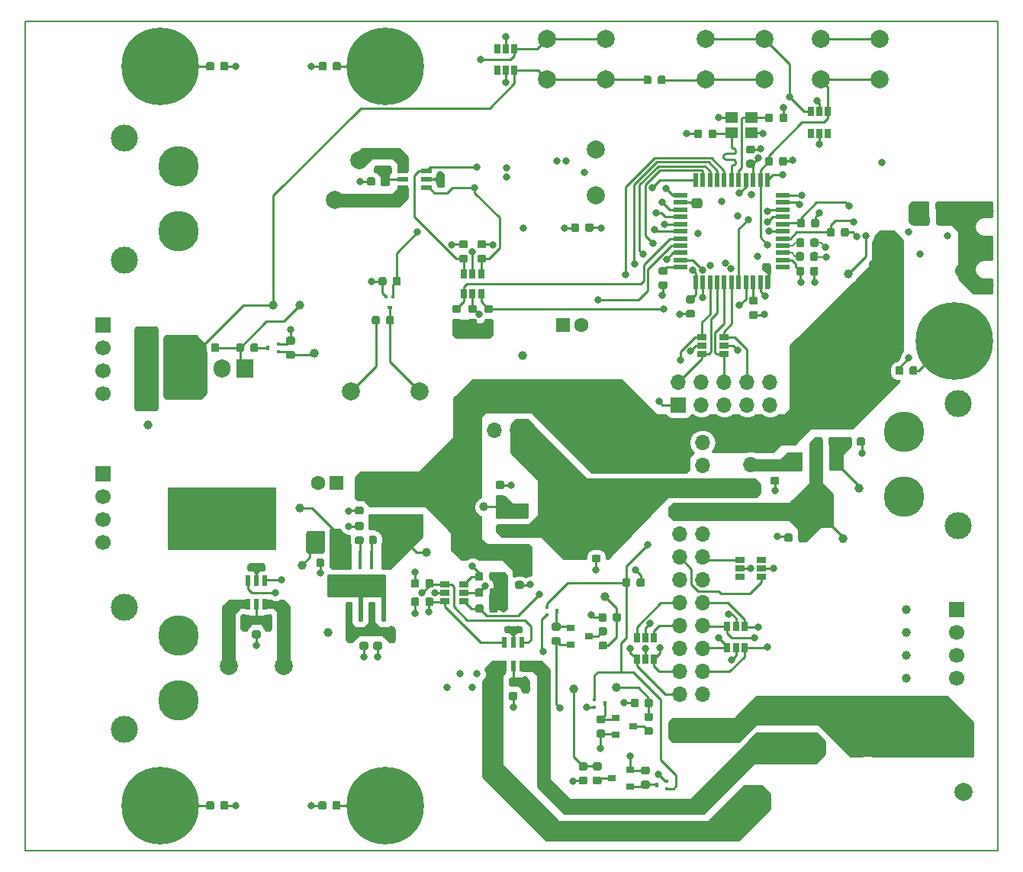
<source format=gbr>
G04 #@! TF.GenerationSoftware,KiCad,Pcbnew,5.0.1*
G04 #@! TF.CreationDate,2019-03-15T16:12:09-04:00*
G04 #@! TF.ProjectId,nu.ai_motor_controller,6E752E61695F6D6F746F725F636F6E74,rev?*
G04 #@! TF.SameCoordinates,Original*
G04 #@! TF.FileFunction,Copper,L1,Top,Signal*
G04 #@! TF.FilePolarity,Positive*
%FSLAX46Y46*%
G04 Gerber Fmt 4.6, Leading zero omitted, Abs format (unit mm)*
G04 Created by KiCad (PCBNEW 5.0.1) date Fri Mar 15 16:12:09 2019*
%MOMM*%
%LPD*%
G01*
G04 APERTURE LIST*
G04 #@! TA.AperFunction,NonConductor*
%ADD10C,0.150000*%
G04 #@! TD*
G04 #@! TA.AperFunction,Conductor*
%ADD11C,0.100000*%
G04 #@! TD*
G04 #@! TA.AperFunction,SMDPad,CuDef*
%ADD12C,0.875000*%
G04 #@! TD*
G04 #@! TA.AperFunction,SMDPad,CuDef*
%ADD13R,0.900000X0.800000*%
G04 #@! TD*
G04 #@! TA.AperFunction,SMDPad,CuDef*
%ADD14R,0.650000X1.060000*%
G04 #@! TD*
G04 #@! TA.AperFunction,SMDPad,CuDef*
%ADD15R,2.000000X1.500000*%
G04 #@! TD*
G04 #@! TA.AperFunction,SMDPad,CuDef*
%ADD16R,2.000000X3.800000*%
G04 #@! TD*
G04 #@! TA.AperFunction,SMDPad,CuDef*
%ADD17R,1.000000X0.700000*%
G04 #@! TD*
G04 #@! TA.AperFunction,ComponentPad*
%ADD18C,1.600000*%
G04 #@! TD*
G04 #@! TA.AperFunction,ComponentPad*
%ADD19R,1.600000X1.600000*%
G04 #@! TD*
G04 #@! TA.AperFunction,SMDPad,CuDef*
%ADD20R,0.700000X1.000000*%
G04 #@! TD*
G04 #@! TA.AperFunction,ComponentPad*
%ADD21O,1.700000X1.700000*%
G04 #@! TD*
G04 #@! TA.AperFunction,ComponentPad*
%ADD22R,1.700000X1.700000*%
G04 #@! TD*
G04 #@! TA.AperFunction,ComponentPad*
%ADD23O,1.200000X1.400000*%
G04 #@! TD*
G04 #@! TA.AperFunction,ComponentPad*
%ADD24O,1.700000X1.200000*%
G04 #@! TD*
G04 #@! TA.AperFunction,ComponentPad*
%ADD25C,4.500000*%
G04 #@! TD*
G04 #@! TA.AperFunction,ComponentPad*
%ADD26C,3.000000*%
G04 #@! TD*
G04 #@! TA.AperFunction,ComponentPad*
%ADD27C,2.000000*%
G04 #@! TD*
G04 #@! TA.AperFunction,ComponentPad*
%ADD28R,2.000000X2.000000*%
G04 #@! TD*
G04 #@! TA.AperFunction,SMDPad,CuDef*
%ADD29R,5.900000X1.600000*%
G04 #@! TD*
G04 #@! TA.AperFunction,SMDPad,CuDef*
%ADD30R,0.450000X0.500000*%
G04 #@! TD*
G04 #@! TA.AperFunction,SMDPad,CuDef*
%ADD31R,0.450000X0.400000*%
G04 #@! TD*
G04 #@! TA.AperFunction,SMDPad,CuDef*
%ADD32R,0.500000X0.450000*%
G04 #@! TD*
G04 #@! TA.AperFunction,SMDPad,CuDef*
%ADD33R,0.400000X0.450000*%
G04 #@! TD*
G04 #@! TA.AperFunction,SMDPad,CuDef*
%ADD34R,1.500000X2.000000*%
G04 #@! TD*
G04 #@! TA.AperFunction,SMDPad,CuDef*
%ADD35R,3.800000X2.000000*%
G04 #@! TD*
G04 #@! TA.AperFunction,SMDPad,CuDef*
%ADD36R,1.060000X0.650000*%
G04 #@! TD*
G04 #@! TA.AperFunction,SMDPad,CuDef*
%ADD37R,0.450000X2.150000*%
G04 #@! TD*
G04 #@! TA.AperFunction,SMDPad,CuDef*
%ADD38R,3.100000X2.400000*%
G04 #@! TD*
G04 #@! TA.AperFunction,SMDPad,CuDef*
%ADD39R,1.200000X0.600000*%
G04 #@! TD*
G04 #@! TA.AperFunction,SMDPad,CuDef*
%ADD40R,0.600000X1.200000*%
G04 #@! TD*
G04 #@! TA.AperFunction,SMDPad,CuDef*
%ADD41R,0.550000X1.500000*%
G04 #@! TD*
G04 #@! TA.AperFunction,SMDPad,CuDef*
%ADD42R,1.500000X0.550000*%
G04 #@! TD*
G04 #@! TA.AperFunction,SMDPad,CuDef*
%ADD43R,1.400000X1.200000*%
G04 #@! TD*
G04 #@! TA.AperFunction,ComponentPad*
%ADD44C,1.700000*%
G04 #@! TD*
G04 #@! TA.AperFunction,ComponentPad*
%ADD45C,1.000000*%
G04 #@! TD*
G04 #@! TA.AperFunction,ComponentPad*
%ADD46O,1.905000X2.000000*%
G04 #@! TD*
G04 #@! TA.AperFunction,ComponentPad*
%ADD47R,1.905000X2.000000*%
G04 #@! TD*
G04 #@! TA.AperFunction,ComponentPad*
%ADD48R,12.000000X7.000000*%
G04 #@! TD*
G04 #@! TA.AperFunction,ComponentPad*
%ADD49C,8.600000*%
G04 #@! TD*
G04 #@! TA.AperFunction,ViaPad*
%ADD50C,0.800000*%
G04 #@! TD*
G04 #@! TA.AperFunction,Conductor*
%ADD51C,0.250000*%
G04 #@! TD*
G04 #@! TA.AperFunction,Conductor*
%ADD52C,0.200000*%
G04 #@! TD*
G04 #@! TA.AperFunction,Conductor*
%ADD53C,0.254000*%
G04 #@! TD*
G04 APERTURE END LIST*
D10*
X182970000Y-134900000D02*
X74970000Y-134900000D01*
X182970000Y-42900000D02*
X182970000Y-134900000D01*
X74970000Y-42900000D02*
X182970000Y-42900000D01*
X74970000Y-134900000D02*
X74970000Y-42900000D01*
D11*
G04 #@! TO.N,GND*
G04 #@! TO.C,R25*
G36*
X143521691Y-104682053D02*
X143542926Y-104685203D01*
X143563750Y-104690419D01*
X143583962Y-104697651D01*
X143603368Y-104706830D01*
X143621781Y-104717866D01*
X143639024Y-104730654D01*
X143654930Y-104745070D01*
X143669346Y-104760976D01*
X143682134Y-104778219D01*
X143693170Y-104796632D01*
X143702349Y-104816038D01*
X143709581Y-104836250D01*
X143714797Y-104857074D01*
X143717947Y-104878309D01*
X143719000Y-104899750D01*
X143719000Y-105412250D01*
X143717947Y-105433691D01*
X143714797Y-105454926D01*
X143709581Y-105475750D01*
X143702349Y-105495962D01*
X143693170Y-105515368D01*
X143682134Y-105533781D01*
X143669346Y-105551024D01*
X143654930Y-105566930D01*
X143639024Y-105581346D01*
X143621781Y-105594134D01*
X143603368Y-105605170D01*
X143583962Y-105614349D01*
X143563750Y-105621581D01*
X143542926Y-105626797D01*
X143521691Y-105629947D01*
X143500250Y-105631000D01*
X143062750Y-105631000D01*
X143041309Y-105629947D01*
X143020074Y-105626797D01*
X142999250Y-105621581D01*
X142979038Y-105614349D01*
X142959632Y-105605170D01*
X142941219Y-105594134D01*
X142923976Y-105581346D01*
X142908070Y-105566930D01*
X142893654Y-105551024D01*
X142880866Y-105533781D01*
X142869830Y-105515368D01*
X142860651Y-105495962D01*
X142853419Y-105475750D01*
X142848203Y-105454926D01*
X142845053Y-105433691D01*
X142844000Y-105412250D01*
X142844000Y-104899750D01*
X142845053Y-104878309D01*
X142848203Y-104857074D01*
X142853419Y-104836250D01*
X142860651Y-104816038D01*
X142869830Y-104796632D01*
X142880866Y-104778219D01*
X142893654Y-104760976D01*
X142908070Y-104745070D01*
X142923976Y-104730654D01*
X142941219Y-104717866D01*
X142959632Y-104706830D01*
X142979038Y-104697651D01*
X142999250Y-104690419D01*
X143020074Y-104685203D01*
X143041309Y-104682053D01*
X143062750Y-104681000D01*
X143500250Y-104681000D01*
X143521691Y-104682053D01*
X143521691Y-104682053D01*
G37*
D12*
G04 #@! TD*
G04 #@! TO.P,R25,2*
G04 #@! TO.N,GND*
X143281500Y-105156000D03*
D11*
G04 #@! TO.N,SNS_EN*
G04 #@! TO.C,R25*
G36*
X141946691Y-104682053D02*
X141967926Y-104685203D01*
X141988750Y-104690419D01*
X142008962Y-104697651D01*
X142028368Y-104706830D01*
X142046781Y-104717866D01*
X142064024Y-104730654D01*
X142079930Y-104745070D01*
X142094346Y-104760976D01*
X142107134Y-104778219D01*
X142118170Y-104796632D01*
X142127349Y-104816038D01*
X142134581Y-104836250D01*
X142139797Y-104857074D01*
X142142947Y-104878309D01*
X142144000Y-104899750D01*
X142144000Y-105412250D01*
X142142947Y-105433691D01*
X142139797Y-105454926D01*
X142134581Y-105475750D01*
X142127349Y-105495962D01*
X142118170Y-105515368D01*
X142107134Y-105533781D01*
X142094346Y-105551024D01*
X142079930Y-105566930D01*
X142064024Y-105581346D01*
X142046781Y-105594134D01*
X142028368Y-105605170D01*
X142008962Y-105614349D01*
X141988750Y-105621581D01*
X141967926Y-105626797D01*
X141946691Y-105629947D01*
X141925250Y-105631000D01*
X141487750Y-105631000D01*
X141466309Y-105629947D01*
X141445074Y-105626797D01*
X141424250Y-105621581D01*
X141404038Y-105614349D01*
X141384632Y-105605170D01*
X141366219Y-105594134D01*
X141348976Y-105581346D01*
X141333070Y-105566930D01*
X141318654Y-105551024D01*
X141305866Y-105533781D01*
X141294830Y-105515368D01*
X141285651Y-105495962D01*
X141278419Y-105475750D01*
X141273203Y-105454926D01*
X141270053Y-105433691D01*
X141269000Y-105412250D01*
X141269000Y-104899750D01*
X141270053Y-104878309D01*
X141273203Y-104857074D01*
X141278419Y-104836250D01*
X141285651Y-104816038D01*
X141294830Y-104796632D01*
X141305866Y-104778219D01*
X141318654Y-104760976D01*
X141333070Y-104745070D01*
X141348976Y-104730654D01*
X141366219Y-104717866D01*
X141384632Y-104706830D01*
X141404038Y-104697651D01*
X141424250Y-104690419D01*
X141445074Y-104685203D01*
X141466309Y-104682053D01*
X141487750Y-104681000D01*
X141925250Y-104681000D01*
X141946691Y-104682053D01*
X141946691Y-104682053D01*
G37*
D12*
G04 #@! TD*
G04 #@! TO.P,R25,1*
G04 #@! TO.N,SNS_EN*
X141706500Y-105156000D03*
D13*
G04 #@! TO.P,Q5,1*
G04 #@! TO.N,Net-(Q5-Pad1)*
X140478000Y-120157200D03*
G04 #@! TO.P,Q5,2*
G04 #@! TO.N,/battery/TAP_1*
X140478000Y-122057200D03*
G04 #@! TO.P,Q5,3*
G04 #@! TO.N,Net-(Q5-Pad3)*
X142478000Y-121107200D03*
G04 #@! TD*
G04 #@! TO.P,Q6,1*
G04 #@! TO.N,Net-(Q6-Pad1)*
X142122400Y-127797600D03*
G04 #@! TO.P,Q6,2*
G04 #@! TO.N,/battery/TAP_0*
X142122400Y-125897600D03*
G04 #@! TO.P,Q6,3*
G04 #@! TO.N,Net-(Q6-Pad3)*
X140122400Y-126847600D03*
G04 #@! TD*
D11*
G04 #@! TO.N,SNS_0*
G04 #@! TO.C,R41*
G36*
X138758491Y-125115653D02*
X138779726Y-125118803D01*
X138800550Y-125124019D01*
X138820762Y-125131251D01*
X138840168Y-125140430D01*
X138858581Y-125151466D01*
X138875824Y-125164254D01*
X138891730Y-125178670D01*
X138906146Y-125194576D01*
X138918934Y-125211819D01*
X138929970Y-125230232D01*
X138939149Y-125249638D01*
X138946381Y-125269850D01*
X138951597Y-125290674D01*
X138954747Y-125311909D01*
X138955800Y-125333350D01*
X138955800Y-125770850D01*
X138954747Y-125792291D01*
X138951597Y-125813526D01*
X138946381Y-125834350D01*
X138939149Y-125854562D01*
X138929970Y-125873968D01*
X138918934Y-125892381D01*
X138906146Y-125909624D01*
X138891730Y-125925530D01*
X138875824Y-125939946D01*
X138858581Y-125952734D01*
X138840168Y-125963770D01*
X138820762Y-125972949D01*
X138800550Y-125980181D01*
X138779726Y-125985397D01*
X138758491Y-125988547D01*
X138737050Y-125989600D01*
X138224550Y-125989600D01*
X138203109Y-125988547D01*
X138181874Y-125985397D01*
X138161050Y-125980181D01*
X138140838Y-125972949D01*
X138121432Y-125963770D01*
X138103019Y-125952734D01*
X138085776Y-125939946D01*
X138069870Y-125925530D01*
X138055454Y-125909624D01*
X138042666Y-125892381D01*
X138031630Y-125873968D01*
X138022451Y-125854562D01*
X138015219Y-125834350D01*
X138010003Y-125813526D01*
X138006853Y-125792291D01*
X138005800Y-125770850D01*
X138005800Y-125333350D01*
X138006853Y-125311909D01*
X138010003Y-125290674D01*
X138015219Y-125269850D01*
X138022451Y-125249638D01*
X138031630Y-125230232D01*
X138042666Y-125211819D01*
X138055454Y-125194576D01*
X138069870Y-125178670D01*
X138085776Y-125164254D01*
X138103019Y-125151466D01*
X138121432Y-125140430D01*
X138140838Y-125131251D01*
X138161050Y-125124019D01*
X138181874Y-125118803D01*
X138203109Y-125115653D01*
X138224550Y-125114600D01*
X138737050Y-125114600D01*
X138758491Y-125115653D01*
X138758491Y-125115653D01*
G37*
D12*
G04 #@! TD*
G04 #@! TO.P,R41,2*
G04 #@! TO.N,SNS_0*
X138480800Y-125552100D03*
D11*
G04 #@! TO.N,Net-(Q6-Pad3)*
G04 #@! TO.C,R41*
G36*
X138758491Y-126690653D02*
X138779726Y-126693803D01*
X138800550Y-126699019D01*
X138820762Y-126706251D01*
X138840168Y-126715430D01*
X138858581Y-126726466D01*
X138875824Y-126739254D01*
X138891730Y-126753670D01*
X138906146Y-126769576D01*
X138918934Y-126786819D01*
X138929970Y-126805232D01*
X138939149Y-126824638D01*
X138946381Y-126844850D01*
X138951597Y-126865674D01*
X138954747Y-126886909D01*
X138955800Y-126908350D01*
X138955800Y-127345850D01*
X138954747Y-127367291D01*
X138951597Y-127388526D01*
X138946381Y-127409350D01*
X138939149Y-127429562D01*
X138929970Y-127448968D01*
X138918934Y-127467381D01*
X138906146Y-127484624D01*
X138891730Y-127500530D01*
X138875824Y-127514946D01*
X138858581Y-127527734D01*
X138840168Y-127538770D01*
X138820762Y-127547949D01*
X138800550Y-127555181D01*
X138779726Y-127560397D01*
X138758491Y-127563547D01*
X138737050Y-127564600D01*
X138224550Y-127564600D01*
X138203109Y-127563547D01*
X138181874Y-127560397D01*
X138161050Y-127555181D01*
X138140838Y-127547949D01*
X138121432Y-127538770D01*
X138103019Y-127527734D01*
X138085776Y-127514946D01*
X138069870Y-127500530D01*
X138055454Y-127484624D01*
X138042666Y-127467381D01*
X138031630Y-127448968D01*
X138022451Y-127429562D01*
X138015219Y-127409350D01*
X138010003Y-127388526D01*
X138006853Y-127367291D01*
X138005800Y-127345850D01*
X138005800Y-126908350D01*
X138006853Y-126886909D01*
X138010003Y-126865674D01*
X138015219Y-126844850D01*
X138022451Y-126824638D01*
X138031630Y-126805232D01*
X138042666Y-126786819D01*
X138055454Y-126769576D01*
X138069870Y-126753670D01*
X138085776Y-126739254D01*
X138103019Y-126726466D01*
X138121432Y-126715430D01*
X138140838Y-126706251D01*
X138161050Y-126699019D01*
X138181874Y-126693803D01*
X138203109Y-126690653D01*
X138224550Y-126689600D01*
X138737050Y-126689600D01*
X138758491Y-126690653D01*
X138758491Y-126690653D01*
G37*
D12*
G04 #@! TD*
G04 #@! TO.P,R41,1*
G04 #@! TO.N,Net-(Q6-Pad3)*
X138480800Y-127127100D03*
D13*
G04 #@! TO.P,Q4,3*
G04 #@! TO.N,Net-(Q4-Pad3)*
X137550400Y-111099600D03*
G04 #@! TO.P,Q4,2*
G04 #@! TO.N,/battery/TAP_2*
X135550400Y-112049600D03*
G04 #@! TO.P,Q4,1*
G04 #@! TO.N,Net-(Q4-Pad1)*
X135550400Y-110149600D03*
G04 #@! TD*
D11*
G04 #@! TO.N,SNS_2*
G04 #@! TO.C,R24*
G36*
X139368091Y-111704653D02*
X139389326Y-111707803D01*
X139410150Y-111713019D01*
X139430362Y-111720251D01*
X139449768Y-111729430D01*
X139468181Y-111740466D01*
X139485424Y-111753254D01*
X139501330Y-111767670D01*
X139515746Y-111783576D01*
X139528534Y-111800819D01*
X139539570Y-111819232D01*
X139548749Y-111838638D01*
X139555981Y-111858850D01*
X139561197Y-111879674D01*
X139564347Y-111900909D01*
X139565400Y-111922350D01*
X139565400Y-112359850D01*
X139564347Y-112381291D01*
X139561197Y-112402526D01*
X139555981Y-112423350D01*
X139548749Y-112443562D01*
X139539570Y-112462968D01*
X139528534Y-112481381D01*
X139515746Y-112498624D01*
X139501330Y-112514530D01*
X139485424Y-112528946D01*
X139468181Y-112541734D01*
X139449768Y-112552770D01*
X139430362Y-112561949D01*
X139410150Y-112569181D01*
X139389326Y-112574397D01*
X139368091Y-112577547D01*
X139346650Y-112578600D01*
X138834150Y-112578600D01*
X138812709Y-112577547D01*
X138791474Y-112574397D01*
X138770650Y-112569181D01*
X138750438Y-112561949D01*
X138731032Y-112552770D01*
X138712619Y-112541734D01*
X138695376Y-112528946D01*
X138679470Y-112514530D01*
X138665054Y-112498624D01*
X138652266Y-112481381D01*
X138641230Y-112462968D01*
X138632051Y-112443562D01*
X138624819Y-112423350D01*
X138619603Y-112402526D01*
X138616453Y-112381291D01*
X138615400Y-112359850D01*
X138615400Y-111922350D01*
X138616453Y-111900909D01*
X138619603Y-111879674D01*
X138624819Y-111858850D01*
X138632051Y-111838638D01*
X138641230Y-111819232D01*
X138652266Y-111800819D01*
X138665054Y-111783576D01*
X138679470Y-111767670D01*
X138695376Y-111753254D01*
X138712619Y-111740466D01*
X138731032Y-111729430D01*
X138750438Y-111720251D01*
X138770650Y-111713019D01*
X138791474Y-111707803D01*
X138812709Y-111704653D01*
X138834150Y-111703600D01*
X139346650Y-111703600D01*
X139368091Y-111704653D01*
X139368091Y-111704653D01*
G37*
D12*
G04 #@! TD*
G04 #@! TO.P,R24,2*
G04 #@! TO.N,SNS_2*
X139090400Y-112141100D03*
D11*
G04 #@! TO.N,Net-(Q4-Pad3)*
G04 #@! TO.C,R24*
G36*
X139368091Y-110129653D02*
X139389326Y-110132803D01*
X139410150Y-110138019D01*
X139430362Y-110145251D01*
X139449768Y-110154430D01*
X139468181Y-110165466D01*
X139485424Y-110178254D01*
X139501330Y-110192670D01*
X139515746Y-110208576D01*
X139528534Y-110225819D01*
X139539570Y-110244232D01*
X139548749Y-110263638D01*
X139555981Y-110283850D01*
X139561197Y-110304674D01*
X139564347Y-110325909D01*
X139565400Y-110347350D01*
X139565400Y-110784850D01*
X139564347Y-110806291D01*
X139561197Y-110827526D01*
X139555981Y-110848350D01*
X139548749Y-110868562D01*
X139539570Y-110887968D01*
X139528534Y-110906381D01*
X139515746Y-110923624D01*
X139501330Y-110939530D01*
X139485424Y-110953946D01*
X139468181Y-110966734D01*
X139449768Y-110977770D01*
X139430362Y-110986949D01*
X139410150Y-110994181D01*
X139389326Y-110999397D01*
X139368091Y-111002547D01*
X139346650Y-111003600D01*
X138834150Y-111003600D01*
X138812709Y-111002547D01*
X138791474Y-110999397D01*
X138770650Y-110994181D01*
X138750438Y-110986949D01*
X138731032Y-110977770D01*
X138712619Y-110966734D01*
X138695376Y-110953946D01*
X138679470Y-110939530D01*
X138665054Y-110923624D01*
X138652266Y-110906381D01*
X138641230Y-110887968D01*
X138632051Y-110868562D01*
X138624819Y-110848350D01*
X138619603Y-110827526D01*
X138616453Y-110806291D01*
X138615400Y-110784850D01*
X138615400Y-110347350D01*
X138616453Y-110325909D01*
X138619603Y-110304674D01*
X138624819Y-110283850D01*
X138632051Y-110263638D01*
X138641230Y-110244232D01*
X138652266Y-110225819D01*
X138665054Y-110208576D01*
X138679470Y-110192670D01*
X138695376Y-110178254D01*
X138712619Y-110165466D01*
X138731032Y-110154430D01*
X138750438Y-110145251D01*
X138770650Y-110138019D01*
X138791474Y-110132803D01*
X138812709Y-110129653D01*
X138834150Y-110128600D01*
X139346650Y-110128600D01*
X139368091Y-110129653D01*
X139368091Y-110129653D01*
G37*
D12*
G04 #@! TD*
G04 #@! TO.P,R24,1*
G04 #@! TO.N,Net-(Q4-Pad3)*
X139090400Y-110566100D03*
D11*
G04 #@! TO.N,Net-(Q4-Pad1)*
G04 #@! TO.C,R26*
G36*
X134186491Y-109621653D02*
X134207726Y-109624803D01*
X134228550Y-109630019D01*
X134248762Y-109637251D01*
X134268168Y-109646430D01*
X134286581Y-109657466D01*
X134303824Y-109670254D01*
X134319730Y-109684670D01*
X134334146Y-109700576D01*
X134346934Y-109717819D01*
X134357970Y-109736232D01*
X134367149Y-109755638D01*
X134374381Y-109775850D01*
X134379597Y-109796674D01*
X134382747Y-109817909D01*
X134383800Y-109839350D01*
X134383800Y-110276850D01*
X134382747Y-110298291D01*
X134379597Y-110319526D01*
X134374381Y-110340350D01*
X134367149Y-110360562D01*
X134357970Y-110379968D01*
X134346934Y-110398381D01*
X134334146Y-110415624D01*
X134319730Y-110431530D01*
X134303824Y-110445946D01*
X134286581Y-110458734D01*
X134268168Y-110469770D01*
X134248762Y-110478949D01*
X134228550Y-110486181D01*
X134207726Y-110491397D01*
X134186491Y-110494547D01*
X134165050Y-110495600D01*
X133652550Y-110495600D01*
X133631109Y-110494547D01*
X133609874Y-110491397D01*
X133589050Y-110486181D01*
X133568838Y-110478949D01*
X133549432Y-110469770D01*
X133531019Y-110458734D01*
X133513776Y-110445946D01*
X133497870Y-110431530D01*
X133483454Y-110415624D01*
X133470666Y-110398381D01*
X133459630Y-110379968D01*
X133450451Y-110360562D01*
X133443219Y-110340350D01*
X133438003Y-110319526D01*
X133434853Y-110298291D01*
X133433800Y-110276850D01*
X133433800Y-109839350D01*
X133434853Y-109817909D01*
X133438003Y-109796674D01*
X133443219Y-109775850D01*
X133450451Y-109755638D01*
X133459630Y-109736232D01*
X133470666Y-109717819D01*
X133483454Y-109700576D01*
X133497870Y-109684670D01*
X133513776Y-109670254D01*
X133531019Y-109657466D01*
X133549432Y-109646430D01*
X133568838Y-109637251D01*
X133589050Y-109630019D01*
X133609874Y-109624803D01*
X133631109Y-109621653D01*
X133652550Y-109620600D01*
X134165050Y-109620600D01*
X134186491Y-109621653D01*
X134186491Y-109621653D01*
G37*
D12*
G04 #@! TD*
G04 #@! TO.P,R26,2*
G04 #@! TO.N,Net-(Q4-Pad1)*
X133908800Y-110058100D03*
D11*
G04 #@! TO.N,/battery/TAP_2*
G04 #@! TO.C,R26*
G36*
X134186491Y-111196653D02*
X134207726Y-111199803D01*
X134228550Y-111205019D01*
X134248762Y-111212251D01*
X134268168Y-111221430D01*
X134286581Y-111232466D01*
X134303824Y-111245254D01*
X134319730Y-111259670D01*
X134334146Y-111275576D01*
X134346934Y-111292819D01*
X134357970Y-111311232D01*
X134367149Y-111330638D01*
X134374381Y-111350850D01*
X134379597Y-111371674D01*
X134382747Y-111392909D01*
X134383800Y-111414350D01*
X134383800Y-111851850D01*
X134382747Y-111873291D01*
X134379597Y-111894526D01*
X134374381Y-111915350D01*
X134367149Y-111935562D01*
X134357970Y-111954968D01*
X134346934Y-111973381D01*
X134334146Y-111990624D01*
X134319730Y-112006530D01*
X134303824Y-112020946D01*
X134286581Y-112033734D01*
X134268168Y-112044770D01*
X134248762Y-112053949D01*
X134228550Y-112061181D01*
X134207726Y-112066397D01*
X134186491Y-112069547D01*
X134165050Y-112070600D01*
X133652550Y-112070600D01*
X133631109Y-112069547D01*
X133609874Y-112066397D01*
X133589050Y-112061181D01*
X133568838Y-112053949D01*
X133549432Y-112044770D01*
X133531019Y-112033734D01*
X133513776Y-112020946D01*
X133497870Y-112006530D01*
X133483454Y-111990624D01*
X133470666Y-111973381D01*
X133459630Y-111954968D01*
X133450451Y-111935562D01*
X133443219Y-111915350D01*
X133438003Y-111894526D01*
X133434853Y-111873291D01*
X133433800Y-111851850D01*
X133433800Y-111414350D01*
X133434853Y-111392909D01*
X133438003Y-111371674D01*
X133443219Y-111350850D01*
X133450451Y-111330638D01*
X133459630Y-111311232D01*
X133470666Y-111292819D01*
X133483454Y-111275576D01*
X133497870Y-111259670D01*
X133513776Y-111245254D01*
X133531019Y-111232466D01*
X133549432Y-111221430D01*
X133568838Y-111212251D01*
X133589050Y-111205019D01*
X133609874Y-111199803D01*
X133631109Y-111196653D01*
X133652550Y-111195600D01*
X134165050Y-111195600D01*
X134186491Y-111196653D01*
X134186491Y-111196653D01*
G37*
D12*
G04 #@! TD*
G04 #@! TO.P,R26,1*
G04 #@! TO.N,/battery/TAP_2*
X133908800Y-111633100D03*
D11*
G04 #@! TO.N,Net-(Q5-Pad1)*
G04 #@! TO.C,R29*
G36*
X139164891Y-119908753D02*
X139186126Y-119911903D01*
X139206950Y-119917119D01*
X139227162Y-119924351D01*
X139246568Y-119933530D01*
X139264981Y-119944566D01*
X139282224Y-119957354D01*
X139298130Y-119971770D01*
X139312546Y-119987676D01*
X139325334Y-120004919D01*
X139336370Y-120023332D01*
X139345549Y-120042738D01*
X139352781Y-120062950D01*
X139357997Y-120083774D01*
X139361147Y-120105009D01*
X139362200Y-120126450D01*
X139362200Y-120563950D01*
X139361147Y-120585391D01*
X139357997Y-120606626D01*
X139352781Y-120627450D01*
X139345549Y-120647662D01*
X139336370Y-120667068D01*
X139325334Y-120685481D01*
X139312546Y-120702724D01*
X139298130Y-120718630D01*
X139282224Y-120733046D01*
X139264981Y-120745834D01*
X139246568Y-120756870D01*
X139227162Y-120766049D01*
X139206950Y-120773281D01*
X139186126Y-120778497D01*
X139164891Y-120781647D01*
X139143450Y-120782700D01*
X138630950Y-120782700D01*
X138609509Y-120781647D01*
X138588274Y-120778497D01*
X138567450Y-120773281D01*
X138547238Y-120766049D01*
X138527832Y-120756870D01*
X138509419Y-120745834D01*
X138492176Y-120733046D01*
X138476270Y-120718630D01*
X138461854Y-120702724D01*
X138449066Y-120685481D01*
X138438030Y-120667068D01*
X138428851Y-120647662D01*
X138421619Y-120627450D01*
X138416403Y-120606626D01*
X138413253Y-120585391D01*
X138412200Y-120563950D01*
X138412200Y-120126450D01*
X138413253Y-120105009D01*
X138416403Y-120083774D01*
X138421619Y-120062950D01*
X138428851Y-120042738D01*
X138438030Y-120023332D01*
X138449066Y-120004919D01*
X138461854Y-119987676D01*
X138476270Y-119971770D01*
X138492176Y-119957354D01*
X138509419Y-119944566D01*
X138527832Y-119933530D01*
X138547238Y-119924351D01*
X138567450Y-119917119D01*
X138588274Y-119911903D01*
X138609509Y-119908753D01*
X138630950Y-119907700D01*
X139143450Y-119907700D01*
X139164891Y-119908753D01*
X139164891Y-119908753D01*
G37*
D12*
G04 #@! TD*
G04 #@! TO.P,R29,2*
G04 #@! TO.N,Net-(Q5-Pad1)*
X138887200Y-120345200D03*
D11*
G04 #@! TO.N,/battery/TAP_1*
G04 #@! TO.C,R29*
G36*
X139164891Y-121483753D02*
X139186126Y-121486903D01*
X139206950Y-121492119D01*
X139227162Y-121499351D01*
X139246568Y-121508530D01*
X139264981Y-121519566D01*
X139282224Y-121532354D01*
X139298130Y-121546770D01*
X139312546Y-121562676D01*
X139325334Y-121579919D01*
X139336370Y-121598332D01*
X139345549Y-121617738D01*
X139352781Y-121637950D01*
X139357997Y-121658774D01*
X139361147Y-121680009D01*
X139362200Y-121701450D01*
X139362200Y-122138950D01*
X139361147Y-122160391D01*
X139357997Y-122181626D01*
X139352781Y-122202450D01*
X139345549Y-122222662D01*
X139336370Y-122242068D01*
X139325334Y-122260481D01*
X139312546Y-122277724D01*
X139298130Y-122293630D01*
X139282224Y-122308046D01*
X139264981Y-122320834D01*
X139246568Y-122331870D01*
X139227162Y-122341049D01*
X139206950Y-122348281D01*
X139186126Y-122353497D01*
X139164891Y-122356647D01*
X139143450Y-122357700D01*
X138630950Y-122357700D01*
X138609509Y-122356647D01*
X138588274Y-122353497D01*
X138567450Y-122348281D01*
X138547238Y-122341049D01*
X138527832Y-122331870D01*
X138509419Y-122320834D01*
X138492176Y-122308046D01*
X138476270Y-122293630D01*
X138461854Y-122277724D01*
X138449066Y-122260481D01*
X138438030Y-122242068D01*
X138428851Y-122222662D01*
X138421619Y-122202450D01*
X138416403Y-122181626D01*
X138413253Y-122160391D01*
X138412200Y-122138950D01*
X138412200Y-121701450D01*
X138413253Y-121680009D01*
X138416403Y-121658774D01*
X138421619Y-121637950D01*
X138428851Y-121617738D01*
X138438030Y-121598332D01*
X138449066Y-121579919D01*
X138461854Y-121562676D01*
X138476270Y-121546770D01*
X138492176Y-121532354D01*
X138509419Y-121519566D01*
X138527832Y-121508530D01*
X138547238Y-121499351D01*
X138567450Y-121492119D01*
X138588274Y-121486903D01*
X138609509Y-121483753D01*
X138630950Y-121482700D01*
X139143450Y-121482700D01*
X139164891Y-121483753D01*
X139164891Y-121483753D01*
G37*
D12*
G04 #@! TD*
G04 #@! TO.P,R29,1*
G04 #@! TO.N,/battery/TAP_1*
X138887200Y-121920200D03*
D11*
G04 #@! TO.N,Net-(Q6-Pad1)*
G04 #@! TO.C,R30*
G36*
X144092491Y-127147853D02*
X144113726Y-127151003D01*
X144134550Y-127156219D01*
X144154762Y-127163451D01*
X144174168Y-127172630D01*
X144192581Y-127183666D01*
X144209824Y-127196454D01*
X144225730Y-127210870D01*
X144240146Y-127226776D01*
X144252934Y-127244019D01*
X144263970Y-127262432D01*
X144273149Y-127281838D01*
X144280381Y-127302050D01*
X144285597Y-127322874D01*
X144288747Y-127344109D01*
X144289800Y-127365550D01*
X144289800Y-127803050D01*
X144288747Y-127824491D01*
X144285597Y-127845726D01*
X144280381Y-127866550D01*
X144273149Y-127886762D01*
X144263970Y-127906168D01*
X144252934Y-127924581D01*
X144240146Y-127941824D01*
X144225730Y-127957730D01*
X144209824Y-127972146D01*
X144192581Y-127984934D01*
X144174168Y-127995970D01*
X144154762Y-128005149D01*
X144134550Y-128012381D01*
X144113726Y-128017597D01*
X144092491Y-128020747D01*
X144071050Y-128021800D01*
X143558550Y-128021800D01*
X143537109Y-128020747D01*
X143515874Y-128017597D01*
X143495050Y-128012381D01*
X143474838Y-128005149D01*
X143455432Y-127995970D01*
X143437019Y-127984934D01*
X143419776Y-127972146D01*
X143403870Y-127957730D01*
X143389454Y-127941824D01*
X143376666Y-127924581D01*
X143365630Y-127906168D01*
X143356451Y-127886762D01*
X143349219Y-127866550D01*
X143344003Y-127845726D01*
X143340853Y-127824491D01*
X143339800Y-127803050D01*
X143339800Y-127365550D01*
X143340853Y-127344109D01*
X143344003Y-127322874D01*
X143349219Y-127302050D01*
X143356451Y-127281838D01*
X143365630Y-127262432D01*
X143376666Y-127244019D01*
X143389454Y-127226776D01*
X143403870Y-127210870D01*
X143419776Y-127196454D01*
X143437019Y-127183666D01*
X143455432Y-127172630D01*
X143474838Y-127163451D01*
X143495050Y-127156219D01*
X143515874Y-127151003D01*
X143537109Y-127147853D01*
X143558550Y-127146800D01*
X144071050Y-127146800D01*
X144092491Y-127147853D01*
X144092491Y-127147853D01*
G37*
D12*
G04 #@! TD*
G04 #@! TO.P,R30,2*
G04 #@! TO.N,Net-(Q6-Pad1)*
X143814800Y-127584300D03*
D11*
G04 #@! TO.N,/battery/TAP_0*
G04 #@! TO.C,R30*
G36*
X144092491Y-125572853D02*
X144113726Y-125576003D01*
X144134550Y-125581219D01*
X144154762Y-125588451D01*
X144174168Y-125597630D01*
X144192581Y-125608666D01*
X144209824Y-125621454D01*
X144225730Y-125635870D01*
X144240146Y-125651776D01*
X144252934Y-125669019D01*
X144263970Y-125687432D01*
X144273149Y-125706838D01*
X144280381Y-125727050D01*
X144285597Y-125747874D01*
X144288747Y-125769109D01*
X144289800Y-125790550D01*
X144289800Y-126228050D01*
X144288747Y-126249491D01*
X144285597Y-126270726D01*
X144280381Y-126291550D01*
X144273149Y-126311762D01*
X144263970Y-126331168D01*
X144252934Y-126349581D01*
X144240146Y-126366824D01*
X144225730Y-126382730D01*
X144209824Y-126397146D01*
X144192581Y-126409934D01*
X144174168Y-126420970D01*
X144154762Y-126430149D01*
X144134550Y-126437381D01*
X144113726Y-126442597D01*
X144092491Y-126445747D01*
X144071050Y-126446800D01*
X143558550Y-126446800D01*
X143537109Y-126445747D01*
X143515874Y-126442597D01*
X143495050Y-126437381D01*
X143474838Y-126430149D01*
X143455432Y-126420970D01*
X143437019Y-126409934D01*
X143419776Y-126397146D01*
X143403870Y-126382730D01*
X143389454Y-126366824D01*
X143376666Y-126349581D01*
X143365630Y-126331168D01*
X143356451Y-126311762D01*
X143349219Y-126291550D01*
X143344003Y-126270726D01*
X143340853Y-126249491D01*
X143339800Y-126228050D01*
X143339800Y-125790550D01*
X143340853Y-125769109D01*
X143344003Y-125747874D01*
X143349219Y-125727050D01*
X143356451Y-125706838D01*
X143365630Y-125687432D01*
X143376666Y-125669019D01*
X143389454Y-125651776D01*
X143403870Y-125635870D01*
X143419776Y-125621454D01*
X143437019Y-125608666D01*
X143455432Y-125597630D01*
X143474838Y-125588451D01*
X143495050Y-125581219D01*
X143515874Y-125576003D01*
X143537109Y-125572853D01*
X143558550Y-125571800D01*
X144071050Y-125571800D01*
X144092491Y-125572853D01*
X144092491Y-125572853D01*
G37*
D12*
G04 #@! TD*
G04 #@! TO.P,R30,1*
G04 #@! TO.N,/battery/TAP_0*
X143814800Y-126009300D03*
D11*
G04 #@! TO.N,SNS_1*
G04 #@! TO.C,R31*
G36*
X144448091Y-119629253D02*
X144469326Y-119632403D01*
X144490150Y-119637619D01*
X144510362Y-119644851D01*
X144529768Y-119654030D01*
X144548181Y-119665066D01*
X144565424Y-119677854D01*
X144581330Y-119692270D01*
X144595746Y-119708176D01*
X144608534Y-119725419D01*
X144619570Y-119743832D01*
X144628749Y-119763238D01*
X144635981Y-119783450D01*
X144641197Y-119804274D01*
X144644347Y-119825509D01*
X144645400Y-119846950D01*
X144645400Y-120284450D01*
X144644347Y-120305891D01*
X144641197Y-120327126D01*
X144635981Y-120347950D01*
X144628749Y-120368162D01*
X144619570Y-120387568D01*
X144608534Y-120405981D01*
X144595746Y-120423224D01*
X144581330Y-120439130D01*
X144565424Y-120453546D01*
X144548181Y-120466334D01*
X144529768Y-120477370D01*
X144510362Y-120486549D01*
X144490150Y-120493781D01*
X144469326Y-120498997D01*
X144448091Y-120502147D01*
X144426650Y-120503200D01*
X143914150Y-120503200D01*
X143892709Y-120502147D01*
X143871474Y-120498997D01*
X143850650Y-120493781D01*
X143830438Y-120486549D01*
X143811032Y-120477370D01*
X143792619Y-120466334D01*
X143775376Y-120453546D01*
X143759470Y-120439130D01*
X143745054Y-120423224D01*
X143732266Y-120405981D01*
X143721230Y-120387568D01*
X143712051Y-120368162D01*
X143704819Y-120347950D01*
X143699603Y-120327126D01*
X143696453Y-120305891D01*
X143695400Y-120284450D01*
X143695400Y-119846950D01*
X143696453Y-119825509D01*
X143699603Y-119804274D01*
X143704819Y-119783450D01*
X143712051Y-119763238D01*
X143721230Y-119743832D01*
X143732266Y-119725419D01*
X143745054Y-119708176D01*
X143759470Y-119692270D01*
X143775376Y-119677854D01*
X143792619Y-119665066D01*
X143811032Y-119654030D01*
X143830438Y-119644851D01*
X143850650Y-119637619D01*
X143871474Y-119632403D01*
X143892709Y-119629253D01*
X143914150Y-119628200D01*
X144426650Y-119628200D01*
X144448091Y-119629253D01*
X144448091Y-119629253D01*
G37*
D12*
G04 #@! TD*
G04 #@! TO.P,R31,2*
G04 #@! TO.N,SNS_1*
X144170400Y-120065700D03*
D11*
G04 #@! TO.N,Net-(Q5-Pad3)*
G04 #@! TO.C,R31*
G36*
X144448091Y-121204253D02*
X144469326Y-121207403D01*
X144490150Y-121212619D01*
X144510362Y-121219851D01*
X144529768Y-121229030D01*
X144548181Y-121240066D01*
X144565424Y-121252854D01*
X144581330Y-121267270D01*
X144595746Y-121283176D01*
X144608534Y-121300419D01*
X144619570Y-121318832D01*
X144628749Y-121338238D01*
X144635981Y-121358450D01*
X144641197Y-121379274D01*
X144644347Y-121400509D01*
X144645400Y-121421950D01*
X144645400Y-121859450D01*
X144644347Y-121880891D01*
X144641197Y-121902126D01*
X144635981Y-121922950D01*
X144628749Y-121943162D01*
X144619570Y-121962568D01*
X144608534Y-121980981D01*
X144595746Y-121998224D01*
X144581330Y-122014130D01*
X144565424Y-122028546D01*
X144548181Y-122041334D01*
X144529768Y-122052370D01*
X144510362Y-122061549D01*
X144490150Y-122068781D01*
X144469326Y-122073997D01*
X144448091Y-122077147D01*
X144426650Y-122078200D01*
X143914150Y-122078200D01*
X143892709Y-122077147D01*
X143871474Y-122073997D01*
X143850650Y-122068781D01*
X143830438Y-122061549D01*
X143811032Y-122052370D01*
X143792619Y-122041334D01*
X143775376Y-122028546D01*
X143759470Y-122014130D01*
X143745054Y-121998224D01*
X143732266Y-121980981D01*
X143721230Y-121962568D01*
X143712051Y-121943162D01*
X143704819Y-121922950D01*
X143699603Y-121902126D01*
X143696453Y-121880891D01*
X143695400Y-121859450D01*
X143695400Y-121421950D01*
X143696453Y-121400509D01*
X143699603Y-121379274D01*
X143704819Y-121358450D01*
X143712051Y-121338238D01*
X143721230Y-121318832D01*
X143732266Y-121300419D01*
X143745054Y-121283176D01*
X143759470Y-121267270D01*
X143775376Y-121252854D01*
X143792619Y-121240066D01*
X143811032Y-121229030D01*
X143830438Y-121219851D01*
X143850650Y-121212619D01*
X143871474Y-121207403D01*
X143892709Y-121204253D01*
X143914150Y-121203200D01*
X144426650Y-121203200D01*
X144448091Y-121204253D01*
X144448091Y-121204253D01*
G37*
D12*
G04 #@! TD*
G04 #@! TO.P,R31,1*
G04 #@! TO.N,Net-(Q5-Pad3)*
X144170400Y-121640700D03*
D14*
G04 #@! TO.P,U3,5*
G04 #@! TO.N,VDD_uC*
X124641000Y-73088000D03*
G04 #@! TO.P,U3,6*
G04 #@! TO.N,R_DIR*
X125591000Y-73088000D03*
G04 #@! TO.P,U3,4*
G04 #@! TO.N,R_MOTOR*
X123691000Y-73088000D03*
G04 #@! TO.P,U3,3*
G04 #@! TO.N,Net-(R8-Pad1)*
X123691000Y-70888000D03*
G04 #@! TO.P,U3,2*
G04 #@! TO.N,GND*
X124641000Y-70888000D03*
G04 #@! TO.P,U3,1*
G04 #@! TO.N,Net-(R7-Pad1)*
X125591000Y-70888000D03*
G04 #@! TD*
D11*
G04 #@! TO.N,GND*
G04 #@! TO.C,C25*
G36*
X130125691Y-104978053D02*
X130146926Y-104981203D01*
X130167750Y-104986419D01*
X130187962Y-104993651D01*
X130207368Y-105002830D01*
X130225781Y-105013866D01*
X130243024Y-105026654D01*
X130258930Y-105041070D01*
X130273346Y-105056976D01*
X130286134Y-105074219D01*
X130297170Y-105092632D01*
X130306349Y-105112038D01*
X130313581Y-105132250D01*
X130318797Y-105153074D01*
X130321947Y-105174309D01*
X130323000Y-105195750D01*
X130323000Y-105633250D01*
X130321947Y-105654691D01*
X130318797Y-105675926D01*
X130313581Y-105696750D01*
X130306349Y-105716962D01*
X130297170Y-105736368D01*
X130286134Y-105754781D01*
X130273346Y-105772024D01*
X130258930Y-105787930D01*
X130243024Y-105802346D01*
X130225781Y-105815134D01*
X130207368Y-105826170D01*
X130187962Y-105835349D01*
X130167750Y-105842581D01*
X130146926Y-105847797D01*
X130125691Y-105850947D01*
X130104250Y-105852000D01*
X129591750Y-105852000D01*
X129570309Y-105850947D01*
X129549074Y-105847797D01*
X129528250Y-105842581D01*
X129508038Y-105835349D01*
X129488632Y-105826170D01*
X129470219Y-105815134D01*
X129452976Y-105802346D01*
X129437070Y-105787930D01*
X129422654Y-105772024D01*
X129409866Y-105754781D01*
X129398830Y-105736368D01*
X129389651Y-105716962D01*
X129382419Y-105696750D01*
X129377203Y-105675926D01*
X129374053Y-105654691D01*
X129373000Y-105633250D01*
X129373000Y-105195750D01*
X129374053Y-105174309D01*
X129377203Y-105153074D01*
X129382419Y-105132250D01*
X129389651Y-105112038D01*
X129398830Y-105092632D01*
X129409866Y-105074219D01*
X129422654Y-105056976D01*
X129437070Y-105041070D01*
X129452976Y-105026654D01*
X129470219Y-105013866D01*
X129488632Y-105002830D01*
X129508038Y-104993651D01*
X129528250Y-104986419D01*
X129549074Y-104981203D01*
X129570309Y-104978053D01*
X129591750Y-104977000D01*
X130104250Y-104977000D01*
X130125691Y-104978053D01*
X130125691Y-104978053D01*
G37*
D12*
G04 #@! TD*
G04 #@! TO.P,C25,2*
G04 #@! TO.N,GND*
X129848000Y-105414500D03*
D11*
G04 #@! TO.N,+5V*
G04 #@! TO.C,C25*
G36*
X130125691Y-103403053D02*
X130146926Y-103406203D01*
X130167750Y-103411419D01*
X130187962Y-103418651D01*
X130207368Y-103427830D01*
X130225781Y-103438866D01*
X130243024Y-103451654D01*
X130258930Y-103466070D01*
X130273346Y-103481976D01*
X130286134Y-103499219D01*
X130297170Y-103517632D01*
X130306349Y-103537038D01*
X130313581Y-103557250D01*
X130318797Y-103578074D01*
X130321947Y-103599309D01*
X130323000Y-103620750D01*
X130323000Y-104058250D01*
X130321947Y-104079691D01*
X130318797Y-104100926D01*
X130313581Y-104121750D01*
X130306349Y-104141962D01*
X130297170Y-104161368D01*
X130286134Y-104179781D01*
X130273346Y-104197024D01*
X130258930Y-104212930D01*
X130243024Y-104227346D01*
X130225781Y-104240134D01*
X130207368Y-104251170D01*
X130187962Y-104260349D01*
X130167750Y-104267581D01*
X130146926Y-104272797D01*
X130125691Y-104275947D01*
X130104250Y-104277000D01*
X129591750Y-104277000D01*
X129570309Y-104275947D01*
X129549074Y-104272797D01*
X129528250Y-104267581D01*
X129508038Y-104260349D01*
X129488632Y-104251170D01*
X129470219Y-104240134D01*
X129452976Y-104227346D01*
X129437070Y-104212930D01*
X129422654Y-104197024D01*
X129409866Y-104179781D01*
X129398830Y-104161368D01*
X129389651Y-104141962D01*
X129382419Y-104121750D01*
X129377203Y-104100926D01*
X129374053Y-104079691D01*
X129373000Y-104058250D01*
X129373000Y-103620750D01*
X129374053Y-103599309D01*
X129377203Y-103578074D01*
X129382419Y-103557250D01*
X129389651Y-103537038D01*
X129398830Y-103517632D01*
X129409866Y-103499219D01*
X129422654Y-103481976D01*
X129437070Y-103466070D01*
X129452976Y-103451654D01*
X129470219Y-103438866D01*
X129488632Y-103427830D01*
X129508038Y-103418651D01*
X129528250Y-103411419D01*
X129549074Y-103406203D01*
X129570309Y-103403053D01*
X129591750Y-103402000D01*
X130104250Y-103402000D01*
X130125691Y-103403053D01*
X130125691Y-103403053D01*
G37*
D12*
G04 #@! TD*
G04 #@! TO.P,C25,1*
G04 #@! TO.N,+5V*
X129848000Y-103839500D03*
D11*
G04 #@! TO.N,GND*
G04 #@! TO.C,C26*
G36*
X138634691Y-102031553D02*
X138655926Y-102034703D01*
X138676750Y-102039919D01*
X138696962Y-102047151D01*
X138716368Y-102056330D01*
X138734781Y-102067366D01*
X138752024Y-102080154D01*
X138767930Y-102094570D01*
X138782346Y-102110476D01*
X138795134Y-102127719D01*
X138806170Y-102146132D01*
X138815349Y-102165538D01*
X138822581Y-102185750D01*
X138827797Y-102206574D01*
X138830947Y-102227809D01*
X138832000Y-102249250D01*
X138832000Y-102686750D01*
X138830947Y-102708191D01*
X138827797Y-102729426D01*
X138822581Y-102750250D01*
X138815349Y-102770462D01*
X138806170Y-102789868D01*
X138795134Y-102808281D01*
X138782346Y-102825524D01*
X138767930Y-102841430D01*
X138752024Y-102855846D01*
X138734781Y-102868634D01*
X138716368Y-102879670D01*
X138696962Y-102888849D01*
X138676750Y-102896081D01*
X138655926Y-102901297D01*
X138634691Y-102904447D01*
X138613250Y-102905500D01*
X138100750Y-102905500D01*
X138079309Y-102904447D01*
X138058074Y-102901297D01*
X138037250Y-102896081D01*
X138017038Y-102888849D01*
X137997632Y-102879670D01*
X137979219Y-102868634D01*
X137961976Y-102855846D01*
X137946070Y-102841430D01*
X137931654Y-102825524D01*
X137918866Y-102808281D01*
X137907830Y-102789868D01*
X137898651Y-102770462D01*
X137891419Y-102750250D01*
X137886203Y-102729426D01*
X137883053Y-102708191D01*
X137882000Y-102686750D01*
X137882000Y-102249250D01*
X137883053Y-102227809D01*
X137886203Y-102206574D01*
X137891419Y-102185750D01*
X137898651Y-102165538D01*
X137907830Y-102146132D01*
X137918866Y-102127719D01*
X137931654Y-102110476D01*
X137946070Y-102094570D01*
X137961976Y-102080154D01*
X137979219Y-102067366D01*
X137997632Y-102056330D01*
X138017038Y-102047151D01*
X138037250Y-102039919D01*
X138058074Y-102034703D01*
X138079309Y-102031553D01*
X138100750Y-102030500D01*
X138613250Y-102030500D01*
X138634691Y-102031553D01*
X138634691Y-102031553D01*
G37*
D12*
G04 #@! TD*
G04 #@! TO.P,C26,2*
G04 #@! TO.N,GND*
X138357000Y-102468000D03*
D11*
G04 #@! TO.N,+3V3*
G04 #@! TO.C,C26*
G36*
X138634691Y-100456553D02*
X138655926Y-100459703D01*
X138676750Y-100464919D01*
X138696962Y-100472151D01*
X138716368Y-100481330D01*
X138734781Y-100492366D01*
X138752024Y-100505154D01*
X138767930Y-100519570D01*
X138782346Y-100535476D01*
X138795134Y-100552719D01*
X138806170Y-100571132D01*
X138815349Y-100590538D01*
X138822581Y-100610750D01*
X138827797Y-100631574D01*
X138830947Y-100652809D01*
X138832000Y-100674250D01*
X138832000Y-101111750D01*
X138830947Y-101133191D01*
X138827797Y-101154426D01*
X138822581Y-101175250D01*
X138815349Y-101195462D01*
X138806170Y-101214868D01*
X138795134Y-101233281D01*
X138782346Y-101250524D01*
X138767930Y-101266430D01*
X138752024Y-101280846D01*
X138734781Y-101293634D01*
X138716368Y-101304670D01*
X138696962Y-101313849D01*
X138676750Y-101321081D01*
X138655926Y-101326297D01*
X138634691Y-101329447D01*
X138613250Y-101330500D01*
X138100750Y-101330500D01*
X138079309Y-101329447D01*
X138058074Y-101326297D01*
X138037250Y-101321081D01*
X138017038Y-101313849D01*
X137997632Y-101304670D01*
X137979219Y-101293634D01*
X137961976Y-101280846D01*
X137946070Y-101266430D01*
X137931654Y-101250524D01*
X137918866Y-101233281D01*
X137907830Y-101214868D01*
X137898651Y-101195462D01*
X137891419Y-101175250D01*
X137886203Y-101154426D01*
X137883053Y-101133191D01*
X137882000Y-101111750D01*
X137882000Y-100674250D01*
X137883053Y-100652809D01*
X137886203Y-100631574D01*
X137891419Y-100610750D01*
X137898651Y-100590538D01*
X137907830Y-100571132D01*
X137918866Y-100552719D01*
X137931654Y-100535476D01*
X137946070Y-100519570D01*
X137961976Y-100505154D01*
X137979219Y-100492366D01*
X137997632Y-100481330D01*
X138017038Y-100472151D01*
X138037250Y-100464919D01*
X138058074Y-100459703D01*
X138079309Y-100456553D01*
X138100750Y-100455500D01*
X138613250Y-100455500D01*
X138634691Y-100456553D01*
X138634691Y-100456553D01*
G37*
D12*
G04 #@! TD*
G04 #@! TO.P,C26,1*
G04 #@! TO.N,+3V3*
X138357000Y-100893000D03*
D11*
G04 #@! TO.N,GND*
G04 #@! TO.C,R5*
G36*
X127966691Y-93878053D02*
X127987926Y-93881203D01*
X128008750Y-93886419D01*
X128028962Y-93893651D01*
X128048368Y-93902830D01*
X128066781Y-93913866D01*
X128084024Y-93926654D01*
X128099930Y-93941070D01*
X128114346Y-93956976D01*
X128127134Y-93974219D01*
X128138170Y-93992632D01*
X128147349Y-94012038D01*
X128154581Y-94032250D01*
X128159797Y-94053074D01*
X128162947Y-94074309D01*
X128164000Y-94095750D01*
X128164000Y-94533250D01*
X128162947Y-94554691D01*
X128159797Y-94575926D01*
X128154581Y-94596750D01*
X128147349Y-94616962D01*
X128138170Y-94636368D01*
X128127134Y-94654781D01*
X128114346Y-94672024D01*
X128099930Y-94687930D01*
X128084024Y-94702346D01*
X128066781Y-94715134D01*
X128048368Y-94726170D01*
X128028962Y-94735349D01*
X128008750Y-94742581D01*
X127987926Y-94747797D01*
X127966691Y-94750947D01*
X127945250Y-94752000D01*
X127432750Y-94752000D01*
X127411309Y-94750947D01*
X127390074Y-94747797D01*
X127369250Y-94742581D01*
X127349038Y-94735349D01*
X127329632Y-94726170D01*
X127311219Y-94715134D01*
X127293976Y-94702346D01*
X127278070Y-94687930D01*
X127263654Y-94672024D01*
X127250866Y-94654781D01*
X127239830Y-94636368D01*
X127230651Y-94616962D01*
X127223419Y-94596750D01*
X127218203Y-94575926D01*
X127215053Y-94554691D01*
X127214000Y-94533250D01*
X127214000Y-94095750D01*
X127215053Y-94074309D01*
X127218203Y-94053074D01*
X127223419Y-94032250D01*
X127230651Y-94012038D01*
X127239830Y-93992632D01*
X127250866Y-93974219D01*
X127263654Y-93956976D01*
X127278070Y-93941070D01*
X127293976Y-93926654D01*
X127311219Y-93913866D01*
X127329632Y-93902830D01*
X127349038Y-93893651D01*
X127369250Y-93886419D01*
X127390074Y-93881203D01*
X127411309Y-93878053D01*
X127432750Y-93877000D01*
X127945250Y-93877000D01*
X127966691Y-93878053D01*
X127966691Y-93878053D01*
G37*
D12*
G04 #@! TD*
G04 #@! TO.P,R5,2*
G04 #@! TO.N,GND*
X127689000Y-94314500D03*
D11*
G04 #@! TO.N,Net-(R3-Pad2)*
G04 #@! TO.C,R5*
G36*
X127966691Y-95453053D02*
X127987926Y-95456203D01*
X128008750Y-95461419D01*
X128028962Y-95468651D01*
X128048368Y-95477830D01*
X128066781Y-95488866D01*
X128084024Y-95501654D01*
X128099930Y-95516070D01*
X128114346Y-95531976D01*
X128127134Y-95549219D01*
X128138170Y-95567632D01*
X128147349Y-95587038D01*
X128154581Y-95607250D01*
X128159797Y-95628074D01*
X128162947Y-95649309D01*
X128164000Y-95670750D01*
X128164000Y-96108250D01*
X128162947Y-96129691D01*
X128159797Y-96150926D01*
X128154581Y-96171750D01*
X128147349Y-96191962D01*
X128138170Y-96211368D01*
X128127134Y-96229781D01*
X128114346Y-96247024D01*
X128099930Y-96262930D01*
X128084024Y-96277346D01*
X128066781Y-96290134D01*
X128048368Y-96301170D01*
X128028962Y-96310349D01*
X128008750Y-96317581D01*
X127987926Y-96322797D01*
X127966691Y-96325947D01*
X127945250Y-96327000D01*
X127432750Y-96327000D01*
X127411309Y-96325947D01*
X127390074Y-96322797D01*
X127369250Y-96317581D01*
X127349038Y-96310349D01*
X127329632Y-96301170D01*
X127311219Y-96290134D01*
X127293976Y-96277346D01*
X127278070Y-96262930D01*
X127263654Y-96247024D01*
X127250866Y-96229781D01*
X127239830Y-96211368D01*
X127230651Y-96191962D01*
X127223419Y-96171750D01*
X127218203Y-96150926D01*
X127215053Y-96129691D01*
X127214000Y-96108250D01*
X127214000Y-95670750D01*
X127215053Y-95649309D01*
X127218203Y-95628074D01*
X127223419Y-95607250D01*
X127230651Y-95587038D01*
X127239830Y-95567632D01*
X127250866Y-95549219D01*
X127263654Y-95531976D01*
X127278070Y-95516070D01*
X127293976Y-95501654D01*
X127311219Y-95488866D01*
X127329632Y-95477830D01*
X127349038Y-95468651D01*
X127369250Y-95461419D01*
X127390074Y-95456203D01*
X127411309Y-95453053D01*
X127432750Y-95452000D01*
X127945250Y-95452000D01*
X127966691Y-95453053D01*
X127966691Y-95453053D01*
G37*
D12*
G04 #@! TD*
G04 #@! TO.P,R5,1*
G04 #@! TO.N,Net-(R3-Pad2)*
X127689000Y-95889500D03*
D11*
G04 #@! TO.N,Net-(R3-Pad2)*
G04 #@! TO.C,R3*
G36*
X127966691Y-97180053D02*
X127987926Y-97183203D01*
X128008750Y-97188419D01*
X128028962Y-97195651D01*
X128048368Y-97204830D01*
X128066781Y-97215866D01*
X128084024Y-97228654D01*
X128099930Y-97243070D01*
X128114346Y-97258976D01*
X128127134Y-97276219D01*
X128138170Y-97294632D01*
X128147349Y-97314038D01*
X128154581Y-97334250D01*
X128159797Y-97355074D01*
X128162947Y-97376309D01*
X128164000Y-97397750D01*
X128164000Y-97835250D01*
X128162947Y-97856691D01*
X128159797Y-97877926D01*
X128154581Y-97898750D01*
X128147349Y-97918962D01*
X128138170Y-97938368D01*
X128127134Y-97956781D01*
X128114346Y-97974024D01*
X128099930Y-97989930D01*
X128084024Y-98004346D01*
X128066781Y-98017134D01*
X128048368Y-98028170D01*
X128028962Y-98037349D01*
X128008750Y-98044581D01*
X127987926Y-98049797D01*
X127966691Y-98052947D01*
X127945250Y-98054000D01*
X127432750Y-98054000D01*
X127411309Y-98052947D01*
X127390074Y-98049797D01*
X127369250Y-98044581D01*
X127349038Y-98037349D01*
X127329632Y-98028170D01*
X127311219Y-98017134D01*
X127293976Y-98004346D01*
X127278070Y-97989930D01*
X127263654Y-97974024D01*
X127250866Y-97956781D01*
X127239830Y-97938368D01*
X127230651Y-97918962D01*
X127223419Y-97898750D01*
X127218203Y-97877926D01*
X127215053Y-97856691D01*
X127214000Y-97835250D01*
X127214000Y-97397750D01*
X127215053Y-97376309D01*
X127218203Y-97355074D01*
X127223419Y-97334250D01*
X127230651Y-97314038D01*
X127239830Y-97294632D01*
X127250866Y-97276219D01*
X127263654Y-97258976D01*
X127278070Y-97243070D01*
X127293976Y-97228654D01*
X127311219Y-97215866D01*
X127329632Y-97204830D01*
X127349038Y-97195651D01*
X127369250Y-97188419D01*
X127390074Y-97183203D01*
X127411309Y-97180053D01*
X127432750Y-97179000D01*
X127945250Y-97179000D01*
X127966691Y-97180053D01*
X127966691Y-97180053D01*
G37*
D12*
G04 #@! TD*
G04 #@! TO.P,R3,2*
G04 #@! TO.N,Net-(R3-Pad2)*
X127689000Y-97616500D03*
D11*
G04 #@! TO.N,+3V3*
G04 #@! TO.C,R3*
G36*
X127966691Y-98755053D02*
X127987926Y-98758203D01*
X128008750Y-98763419D01*
X128028962Y-98770651D01*
X128048368Y-98779830D01*
X128066781Y-98790866D01*
X128084024Y-98803654D01*
X128099930Y-98818070D01*
X128114346Y-98833976D01*
X128127134Y-98851219D01*
X128138170Y-98869632D01*
X128147349Y-98889038D01*
X128154581Y-98909250D01*
X128159797Y-98930074D01*
X128162947Y-98951309D01*
X128164000Y-98972750D01*
X128164000Y-99410250D01*
X128162947Y-99431691D01*
X128159797Y-99452926D01*
X128154581Y-99473750D01*
X128147349Y-99493962D01*
X128138170Y-99513368D01*
X128127134Y-99531781D01*
X128114346Y-99549024D01*
X128099930Y-99564930D01*
X128084024Y-99579346D01*
X128066781Y-99592134D01*
X128048368Y-99603170D01*
X128028962Y-99612349D01*
X128008750Y-99619581D01*
X127987926Y-99624797D01*
X127966691Y-99627947D01*
X127945250Y-99629000D01*
X127432750Y-99629000D01*
X127411309Y-99627947D01*
X127390074Y-99624797D01*
X127369250Y-99619581D01*
X127349038Y-99612349D01*
X127329632Y-99603170D01*
X127311219Y-99592134D01*
X127293976Y-99579346D01*
X127278070Y-99564930D01*
X127263654Y-99549024D01*
X127250866Y-99531781D01*
X127239830Y-99513368D01*
X127230651Y-99493962D01*
X127223419Y-99473750D01*
X127218203Y-99452926D01*
X127215053Y-99431691D01*
X127214000Y-99410250D01*
X127214000Y-98972750D01*
X127215053Y-98951309D01*
X127218203Y-98930074D01*
X127223419Y-98909250D01*
X127230651Y-98889038D01*
X127239830Y-98869632D01*
X127250866Y-98851219D01*
X127263654Y-98833976D01*
X127278070Y-98818070D01*
X127293976Y-98803654D01*
X127311219Y-98790866D01*
X127329632Y-98779830D01*
X127349038Y-98770651D01*
X127369250Y-98763419D01*
X127390074Y-98758203D01*
X127411309Y-98755053D01*
X127432750Y-98754000D01*
X127945250Y-98754000D01*
X127966691Y-98755053D01*
X127966691Y-98755053D01*
G37*
D12*
G04 #@! TD*
G04 #@! TO.P,R3,1*
G04 #@! TO.N,+3V3*
X127689000Y-99191500D03*
D15*
G04 #@! TO.P,U1,1*
G04 #@! TO.N,Net-(R3-Pad2)*
X129873000Y-97120000D03*
G04 #@! TO.P,U1,3*
G04 #@! TO.N,+5V*
X129873000Y-101720000D03*
G04 #@! TO.P,U1,2*
G04 #@! TO.N,+3V3*
X129873000Y-99420000D03*
D16*
G04 #@! TO.P,U1,4*
X136173000Y-99420000D03*
G04 #@! TD*
D17*
G04 #@! TO.P,D3,2*
G04 #@! TO.N,GND*
X150111000Y-78846000D03*
G04 #@! TO.P,D3,5*
G04 #@! TO.N,VDD_uC*
X152511000Y-78846000D03*
G04 #@! TO.P,D3,4*
G04 #@! TO.N,JTAG_TDO*
X152511000Y-79796000D03*
G04 #@! TO.P,D3,3*
G04 #@! TO.N,JTAG_TMS*
X150111000Y-79796000D03*
G04 #@! TO.P,D3,6*
G04 #@! TO.N,JTAG_TDI*
X152511000Y-77896000D03*
G04 #@! TO.P,D3,1*
G04 #@! TO.N,JTAG_TCK*
X150111000Y-77896000D03*
G04 #@! TD*
D11*
G04 #@! TO.N,GND*
G04 #@! TO.C,C1*
G36*
X112853691Y-111734553D02*
X112874926Y-111737703D01*
X112895750Y-111742919D01*
X112915962Y-111750151D01*
X112935368Y-111759330D01*
X112953781Y-111770366D01*
X112971024Y-111783154D01*
X112986930Y-111797570D01*
X113001346Y-111813476D01*
X113014134Y-111830719D01*
X113025170Y-111849132D01*
X113034349Y-111868538D01*
X113041581Y-111888750D01*
X113046797Y-111909574D01*
X113049947Y-111930809D01*
X113051000Y-111952250D01*
X113051000Y-112389750D01*
X113049947Y-112411191D01*
X113046797Y-112432426D01*
X113041581Y-112453250D01*
X113034349Y-112473462D01*
X113025170Y-112492868D01*
X113014134Y-112511281D01*
X113001346Y-112528524D01*
X112986930Y-112544430D01*
X112971024Y-112558846D01*
X112953781Y-112571634D01*
X112935368Y-112582670D01*
X112915962Y-112591849D01*
X112895750Y-112599081D01*
X112874926Y-112604297D01*
X112853691Y-112607447D01*
X112832250Y-112608500D01*
X112319750Y-112608500D01*
X112298309Y-112607447D01*
X112277074Y-112604297D01*
X112256250Y-112599081D01*
X112236038Y-112591849D01*
X112216632Y-112582670D01*
X112198219Y-112571634D01*
X112180976Y-112558846D01*
X112165070Y-112544430D01*
X112150654Y-112528524D01*
X112137866Y-112511281D01*
X112126830Y-112492868D01*
X112117651Y-112473462D01*
X112110419Y-112453250D01*
X112105203Y-112432426D01*
X112102053Y-112411191D01*
X112101000Y-112389750D01*
X112101000Y-111952250D01*
X112102053Y-111930809D01*
X112105203Y-111909574D01*
X112110419Y-111888750D01*
X112117651Y-111868538D01*
X112126830Y-111849132D01*
X112137866Y-111830719D01*
X112150654Y-111813476D01*
X112165070Y-111797570D01*
X112180976Y-111783154D01*
X112198219Y-111770366D01*
X112216632Y-111759330D01*
X112236038Y-111750151D01*
X112256250Y-111742919D01*
X112277074Y-111737703D01*
X112298309Y-111734553D01*
X112319750Y-111733500D01*
X112832250Y-111733500D01*
X112853691Y-111734553D01*
X112853691Y-111734553D01*
G37*
D12*
G04 #@! TD*
G04 #@! TO.P,C1,2*
G04 #@! TO.N,GND*
X112576000Y-112171000D03*
D11*
G04 #@! TO.N,VDD_BAT*
G04 #@! TO.C,C1*
G36*
X112853691Y-110159553D02*
X112874926Y-110162703D01*
X112895750Y-110167919D01*
X112915962Y-110175151D01*
X112935368Y-110184330D01*
X112953781Y-110195366D01*
X112971024Y-110208154D01*
X112986930Y-110222570D01*
X113001346Y-110238476D01*
X113014134Y-110255719D01*
X113025170Y-110274132D01*
X113034349Y-110293538D01*
X113041581Y-110313750D01*
X113046797Y-110334574D01*
X113049947Y-110355809D01*
X113051000Y-110377250D01*
X113051000Y-110814750D01*
X113049947Y-110836191D01*
X113046797Y-110857426D01*
X113041581Y-110878250D01*
X113034349Y-110898462D01*
X113025170Y-110917868D01*
X113014134Y-110936281D01*
X113001346Y-110953524D01*
X112986930Y-110969430D01*
X112971024Y-110983846D01*
X112953781Y-110996634D01*
X112935368Y-111007670D01*
X112915962Y-111016849D01*
X112895750Y-111024081D01*
X112874926Y-111029297D01*
X112853691Y-111032447D01*
X112832250Y-111033500D01*
X112319750Y-111033500D01*
X112298309Y-111032447D01*
X112277074Y-111029297D01*
X112256250Y-111024081D01*
X112236038Y-111016849D01*
X112216632Y-111007670D01*
X112198219Y-110996634D01*
X112180976Y-110983846D01*
X112165070Y-110969430D01*
X112150654Y-110953524D01*
X112137866Y-110936281D01*
X112126830Y-110917868D01*
X112117651Y-110898462D01*
X112110419Y-110878250D01*
X112105203Y-110857426D01*
X112102053Y-110836191D01*
X112101000Y-110814750D01*
X112101000Y-110377250D01*
X112102053Y-110355809D01*
X112105203Y-110334574D01*
X112110419Y-110313750D01*
X112117651Y-110293538D01*
X112126830Y-110274132D01*
X112137866Y-110255719D01*
X112150654Y-110238476D01*
X112165070Y-110222570D01*
X112180976Y-110208154D01*
X112198219Y-110195366D01*
X112216632Y-110184330D01*
X112236038Y-110175151D01*
X112256250Y-110167919D01*
X112277074Y-110162703D01*
X112298309Y-110159553D01*
X112319750Y-110158500D01*
X112832250Y-110158500D01*
X112853691Y-110159553D01*
X112853691Y-110159553D01*
G37*
D12*
G04 #@! TD*
G04 #@! TO.P,C1,1*
G04 #@! TO.N,VDD_BAT*
X112576000Y-110596000D03*
D11*
G04 #@! TO.N,GND*
G04 #@! TO.C,C2*
G36*
X114377691Y-111734553D02*
X114398926Y-111737703D01*
X114419750Y-111742919D01*
X114439962Y-111750151D01*
X114459368Y-111759330D01*
X114477781Y-111770366D01*
X114495024Y-111783154D01*
X114510930Y-111797570D01*
X114525346Y-111813476D01*
X114538134Y-111830719D01*
X114549170Y-111849132D01*
X114558349Y-111868538D01*
X114565581Y-111888750D01*
X114570797Y-111909574D01*
X114573947Y-111930809D01*
X114575000Y-111952250D01*
X114575000Y-112389750D01*
X114573947Y-112411191D01*
X114570797Y-112432426D01*
X114565581Y-112453250D01*
X114558349Y-112473462D01*
X114549170Y-112492868D01*
X114538134Y-112511281D01*
X114525346Y-112528524D01*
X114510930Y-112544430D01*
X114495024Y-112558846D01*
X114477781Y-112571634D01*
X114459368Y-112582670D01*
X114439962Y-112591849D01*
X114419750Y-112599081D01*
X114398926Y-112604297D01*
X114377691Y-112607447D01*
X114356250Y-112608500D01*
X113843750Y-112608500D01*
X113822309Y-112607447D01*
X113801074Y-112604297D01*
X113780250Y-112599081D01*
X113760038Y-112591849D01*
X113740632Y-112582670D01*
X113722219Y-112571634D01*
X113704976Y-112558846D01*
X113689070Y-112544430D01*
X113674654Y-112528524D01*
X113661866Y-112511281D01*
X113650830Y-112492868D01*
X113641651Y-112473462D01*
X113634419Y-112453250D01*
X113629203Y-112432426D01*
X113626053Y-112411191D01*
X113625000Y-112389750D01*
X113625000Y-111952250D01*
X113626053Y-111930809D01*
X113629203Y-111909574D01*
X113634419Y-111888750D01*
X113641651Y-111868538D01*
X113650830Y-111849132D01*
X113661866Y-111830719D01*
X113674654Y-111813476D01*
X113689070Y-111797570D01*
X113704976Y-111783154D01*
X113722219Y-111770366D01*
X113740632Y-111759330D01*
X113760038Y-111750151D01*
X113780250Y-111742919D01*
X113801074Y-111737703D01*
X113822309Y-111734553D01*
X113843750Y-111733500D01*
X114356250Y-111733500D01*
X114377691Y-111734553D01*
X114377691Y-111734553D01*
G37*
D12*
G04 #@! TD*
G04 #@! TO.P,C2,2*
G04 #@! TO.N,GND*
X114100000Y-112171000D03*
D11*
G04 #@! TO.N,VDD_BAT*
G04 #@! TO.C,C2*
G36*
X114377691Y-110159553D02*
X114398926Y-110162703D01*
X114419750Y-110167919D01*
X114439962Y-110175151D01*
X114459368Y-110184330D01*
X114477781Y-110195366D01*
X114495024Y-110208154D01*
X114510930Y-110222570D01*
X114525346Y-110238476D01*
X114538134Y-110255719D01*
X114549170Y-110274132D01*
X114558349Y-110293538D01*
X114565581Y-110313750D01*
X114570797Y-110334574D01*
X114573947Y-110355809D01*
X114575000Y-110377250D01*
X114575000Y-110814750D01*
X114573947Y-110836191D01*
X114570797Y-110857426D01*
X114565581Y-110878250D01*
X114558349Y-110898462D01*
X114549170Y-110917868D01*
X114538134Y-110936281D01*
X114525346Y-110953524D01*
X114510930Y-110969430D01*
X114495024Y-110983846D01*
X114477781Y-110996634D01*
X114459368Y-111007670D01*
X114439962Y-111016849D01*
X114419750Y-111024081D01*
X114398926Y-111029297D01*
X114377691Y-111032447D01*
X114356250Y-111033500D01*
X113843750Y-111033500D01*
X113822309Y-111032447D01*
X113801074Y-111029297D01*
X113780250Y-111024081D01*
X113760038Y-111016849D01*
X113740632Y-111007670D01*
X113722219Y-110996634D01*
X113704976Y-110983846D01*
X113689070Y-110969430D01*
X113674654Y-110953524D01*
X113661866Y-110936281D01*
X113650830Y-110917868D01*
X113641651Y-110898462D01*
X113634419Y-110878250D01*
X113629203Y-110857426D01*
X113626053Y-110836191D01*
X113625000Y-110814750D01*
X113625000Y-110377250D01*
X113626053Y-110355809D01*
X113629203Y-110334574D01*
X113634419Y-110313750D01*
X113641651Y-110293538D01*
X113650830Y-110274132D01*
X113661866Y-110255719D01*
X113674654Y-110238476D01*
X113689070Y-110222570D01*
X113704976Y-110208154D01*
X113722219Y-110195366D01*
X113740632Y-110184330D01*
X113760038Y-110175151D01*
X113780250Y-110167919D01*
X113801074Y-110162703D01*
X113822309Y-110159553D01*
X113843750Y-110158500D01*
X114356250Y-110158500D01*
X114377691Y-110159553D01*
X114377691Y-110159553D01*
G37*
D12*
G04 #@! TD*
G04 #@! TO.P,C2,1*
G04 #@! TO.N,VDD_BAT*
X114100000Y-110596000D03*
D11*
G04 #@! TO.N,Net-(C3-Pad2)*
G04 #@! TO.C,C3*
G36*
X115381691Y-99962053D02*
X115402926Y-99965203D01*
X115423750Y-99970419D01*
X115443962Y-99977651D01*
X115463368Y-99986830D01*
X115481781Y-99997866D01*
X115499024Y-100010654D01*
X115514930Y-100025070D01*
X115529346Y-100040976D01*
X115542134Y-100058219D01*
X115553170Y-100076632D01*
X115562349Y-100096038D01*
X115569581Y-100116250D01*
X115574797Y-100137074D01*
X115577947Y-100158309D01*
X115579000Y-100179750D01*
X115579000Y-100692250D01*
X115577947Y-100713691D01*
X115574797Y-100734926D01*
X115569581Y-100755750D01*
X115562349Y-100775962D01*
X115553170Y-100795368D01*
X115542134Y-100813781D01*
X115529346Y-100831024D01*
X115514930Y-100846930D01*
X115499024Y-100861346D01*
X115481781Y-100874134D01*
X115463368Y-100885170D01*
X115443962Y-100894349D01*
X115423750Y-100901581D01*
X115402926Y-100906797D01*
X115381691Y-100909947D01*
X115360250Y-100911000D01*
X114922750Y-100911000D01*
X114901309Y-100909947D01*
X114880074Y-100906797D01*
X114859250Y-100901581D01*
X114839038Y-100894349D01*
X114819632Y-100885170D01*
X114801219Y-100874134D01*
X114783976Y-100861346D01*
X114768070Y-100846930D01*
X114753654Y-100831024D01*
X114740866Y-100813781D01*
X114729830Y-100795368D01*
X114720651Y-100775962D01*
X114713419Y-100755750D01*
X114708203Y-100734926D01*
X114705053Y-100713691D01*
X114704000Y-100692250D01*
X114704000Y-100179750D01*
X114705053Y-100158309D01*
X114708203Y-100137074D01*
X114713419Y-100116250D01*
X114720651Y-100096038D01*
X114729830Y-100076632D01*
X114740866Y-100058219D01*
X114753654Y-100040976D01*
X114768070Y-100025070D01*
X114783976Y-100010654D01*
X114801219Y-99997866D01*
X114819632Y-99986830D01*
X114839038Y-99977651D01*
X114859250Y-99970419D01*
X114880074Y-99965203D01*
X114901309Y-99962053D01*
X114922750Y-99961000D01*
X115360250Y-99961000D01*
X115381691Y-99962053D01*
X115381691Y-99962053D01*
G37*
D12*
G04 #@! TD*
G04 #@! TO.P,C3,2*
G04 #@! TO.N,Net-(C3-Pad2)*
X115141500Y-100436000D03*
D11*
G04 #@! TO.N,Net-(C3-Pad1)*
G04 #@! TO.C,C3*
G36*
X113806691Y-99962053D02*
X113827926Y-99965203D01*
X113848750Y-99970419D01*
X113868962Y-99977651D01*
X113888368Y-99986830D01*
X113906781Y-99997866D01*
X113924024Y-100010654D01*
X113939930Y-100025070D01*
X113954346Y-100040976D01*
X113967134Y-100058219D01*
X113978170Y-100076632D01*
X113987349Y-100096038D01*
X113994581Y-100116250D01*
X113999797Y-100137074D01*
X114002947Y-100158309D01*
X114004000Y-100179750D01*
X114004000Y-100692250D01*
X114002947Y-100713691D01*
X113999797Y-100734926D01*
X113994581Y-100755750D01*
X113987349Y-100775962D01*
X113978170Y-100795368D01*
X113967134Y-100813781D01*
X113954346Y-100831024D01*
X113939930Y-100846930D01*
X113924024Y-100861346D01*
X113906781Y-100874134D01*
X113888368Y-100885170D01*
X113868962Y-100894349D01*
X113848750Y-100901581D01*
X113827926Y-100906797D01*
X113806691Y-100909947D01*
X113785250Y-100911000D01*
X113347750Y-100911000D01*
X113326309Y-100909947D01*
X113305074Y-100906797D01*
X113284250Y-100901581D01*
X113264038Y-100894349D01*
X113244632Y-100885170D01*
X113226219Y-100874134D01*
X113208976Y-100861346D01*
X113193070Y-100846930D01*
X113178654Y-100831024D01*
X113165866Y-100813781D01*
X113154830Y-100795368D01*
X113145651Y-100775962D01*
X113138419Y-100755750D01*
X113133203Y-100734926D01*
X113130053Y-100713691D01*
X113129000Y-100692250D01*
X113129000Y-100179750D01*
X113130053Y-100158309D01*
X113133203Y-100137074D01*
X113138419Y-100116250D01*
X113145651Y-100096038D01*
X113154830Y-100076632D01*
X113165866Y-100058219D01*
X113178654Y-100040976D01*
X113193070Y-100025070D01*
X113208976Y-100010654D01*
X113226219Y-99997866D01*
X113244632Y-99986830D01*
X113264038Y-99977651D01*
X113284250Y-99970419D01*
X113305074Y-99965203D01*
X113326309Y-99962053D01*
X113347750Y-99961000D01*
X113785250Y-99961000D01*
X113806691Y-99962053D01*
X113806691Y-99962053D01*
G37*
D12*
G04 #@! TD*
G04 #@! TO.P,C3,1*
G04 #@! TO.N,Net-(C3-Pad1)*
X113566500Y-100436000D03*
D11*
G04 #@! TO.N,Net-(C4-Pad2)*
G04 #@! TO.C,C4*
G36*
X109539691Y-100978053D02*
X109560926Y-100981203D01*
X109581750Y-100986419D01*
X109601962Y-100993651D01*
X109621368Y-101002830D01*
X109639781Y-101013866D01*
X109657024Y-101026654D01*
X109672930Y-101041070D01*
X109687346Y-101056976D01*
X109700134Y-101074219D01*
X109711170Y-101092632D01*
X109720349Y-101112038D01*
X109727581Y-101132250D01*
X109732797Y-101153074D01*
X109735947Y-101174309D01*
X109737000Y-101195750D01*
X109737000Y-101708250D01*
X109735947Y-101729691D01*
X109732797Y-101750926D01*
X109727581Y-101771750D01*
X109720349Y-101791962D01*
X109711170Y-101811368D01*
X109700134Y-101829781D01*
X109687346Y-101847024D01*
X109672930Y-101862930D01*
X109657024Y-101877346D01*
X109639781Y-101890134D01*
X109621368Y-101901170D01*
X109601962Y-101910349D01*
X109581750Y-101917581D01*
X109560926Y-101922797D01*
X109539691Y-101925947D01*
X109518250Y-101927000D01*
X109080750Y-101927000D01*
X109059309Y-101925947D01*
X109038074Y-101922797D01*
X109017250Y-101917581D01*
X108997038Y-101910349D01*
X108977632Y-101901170D01*
X108959219Y-101890134D01*
X108941976Y-101877346D01*
X108926070Y-101862930D01*
X108911654Y-101847024D01*
X108898866Y-101829781D01*
X108887830Y-101811368D01*
X108878651Y-101791962D01*
X108871419Y-101771750D01*
X108866203Y-101750926D01*
X108863053Y-101729691D01*
X108862000Y-101708250D01*
X108862000Y-101195750D01*
X108863053Y-101174309D01*
X108866203Y-101153074D01*
X108871419Y-101132250D01*
X108878651Y-101112038D01*
X108887830Y-101092632D01*
X108898866Y-101074219D01*
X108911654Y-101056976D01*
X108926070Y-101041070D01*
X108941976Y-101026654D01*
X108959219Y-101013866D01*
X108977632Y-101002830D01*
X108997038Y-100993651D01*
X109017250Y-100986419D01*
X109038074Y-100981203D01*
X109059309Y-100978053D01*
X109080750Y-100977000D01*
X109518250Y-100977000D01*
X109539691Y-100978053D01*
X109539691Y-100978053D01*
G37*
D12*
G04 #@! TD*
G04 #@! TO.P,C4,2*
G04 #@! TO.N,Net-(C4-Pad2)*
X109299500Y-101452000D03*
D11*
G04 #@! TO.N,+5V*
G04 #@! TO.C,C4*
G36*
X107964691Y-100978053D02*
X107985926Y-100981203D01*
X108006750Y-100986419D01*
X108026962Y-100993651D01*
X108046368Y-101002830D01*
X108064781Y-101013866D01*
X108082024Y-101026654D01*
X108097930Y-101041070D01*
X108112346Y-101056976D01*
X108125134Y-101074219D01*
X108136170Y-101092632D01*
X108145349Y-101112038D01*
X108152581Y-101132250D01*
X108157797Y-101153074D01*
X108160947Y-101174309D01*
X108162000Y-101195750D01*
X108162000Y-101708250D01*
X108160947Y-101729691D01*
X108157797Y-101750926D01*
X108152581Y-101771750D01*
X108145349Y-101791962D01*
X108136170Y-101811368D01*
X108125134Y-101829781D01*
X108112346Y-101847024D01*
X108097930Y-101862930D01*
X108082024Y-101877346D01*
X108064781Y-101890134D01*
X108046368Y-101901170D01*
X108026962Y-101910349D01*
X108006750Y-101917581D01*
X107985926Y-101922797D01*
X107964691Y-101925947D01*
X107943250Y-101927000D01*
X107505750Y-101927000D01*
X107484309Y-101925947D01*
X107463074Y-101922797D01*
X107442250Y-101917581D01*
X107422038Y-101910349D01*
X107402632Y-101901170D01*
X107384219Y-101890134D01*
X107366976Y-101877346D01*
X107351070Y-101862930D01*
X107336654Y-101847024D01*
X107323866Y-101829781D01*
X107312830Y-101811368D01*
X107303651Y-101791962D01*
X107296419Y-101771750D01*
X107291203Y-101750926D01*
X107288053Y-101729691D01*
X107287000Y-101708250D01*
X107287000Y-101195750D01*
X107288053Y-101174309D01*
X107291203Y-101153074D01*
X107296419Y-101132250D01*
X107303651Y-101112038D01*
X107312830Y-101092632D01*
X107323866Y-101074219D01*
X107336654Y-101056976D01*
X107351070Y-101041070D01*
X107366976Y-101026654D01*
X107384219Y-101013866D01*
X107402632Y-101002830D01*
X107422038Y-100993651D01*
X107442250Y-100986419D01*
X107463074Y-100981203D01*
X107484309Y-100978053D01*
X107505750Y-100977000D01*
X107943250Y-100977000D01*
X107964691Y-100978053D01*
X107964691Y-100978053D01*
G37*
D12*
G04 #@! TD*
G04 #@! TO.P,C4,1*
G04 #@! TO.N,+5V*
X107724500Y-101452000D03*
D11*
G04 #@! TO.N,GND*
G04 #@! TO.C,C5*
G36*
X113621237Y-60170348D02*
X113642472Y-60173498D01*
X113663296Y-60178714D01*
X113683508Y-60185946D01*
X113702914Y-60195125D01*
X113721327Y-60206161D01*
X113738570Y-60218949D01*
X113754476Y-60233365D01*
X113768892Y-60249271D01*
X113781680Y-60266514D01*
X113792716Y-60284927D01*
X113801895Y-60304333D01*
X113809127Y-60324545D01*
X113814343Y-60345369D01*
X113817493Y-60366604D01*
X113818546Y-60388045D01*
X113818546Y-60900545D01*
X113817493Y-60921986D01*
X113814343Y-60943221D01*
X113809127Y-60964045D01*
X113801895Y-60984257D01*
X113792716Y-61003663D01*
X113781680Y-61022076D01*
X113768892Y-61039319D01*
X113754476Y-61055225D01*
X113738570Y-61069641D01*
X113721327Y-61082429D01*
X113702914Y-61093465D01*
X113683508Y-61102644D01*
X113663296Y-61109876D01*
X113642472Y-61115092D01*
X113621237Y-61118242D01*
X113599796Y-61119295D01*
X113162296Y-61119295D01*
X113140855Y-61118242D01*
X113119620Y-61115092D01*
X113098796Y-61109876D01*
X113078584Y-61102644D01*
X113059178Y-61093465D01*
X113040765Y-61082429D01*
X113023522Y-61069641D01*
X113007616Y-61055225D01*
X112993200Y-61039319D01*
X112980412Y-61022076D01*
X112969376Y-61003663D01*
X112960197Y-60984257D01*
X112952965Y-60964045D01*
X112947749Y-60943221D01*
X112944599Y-60921986D01*
X112943546Y-60900545D01*
X112943546Y-60388045D01*
X112944599Y-60366604D01*
X112947749Y-60345369D01*
X112952965Y-60324545D01*
X112960197Y-60304333D01*
X112969376Y-60284927D01*
X112980412Y-60266514D01*
X112993200Y-60249271D01*
X113007616Y-60233365D01*
X113023522Y-60218949D01*
X113040765Y-60206161D01*
X113059178Y-60195125D01*
X113078584Y-60185946D01*
X113098796Y-60178714D01*
X113119620Y-60173498D01*
X113140855Y-60170348D01*
X113162296Y-60169295D01*
X113599796Y-60169295D01*
X113621237Y-60170348D01*
X113621237Y-60170348D01*
G37*
D12*
G04 #@! TD*
G04 #@! TO.P,C5,2*
G04 #@! TO.N,GND*
X113381046Y-60644295D03*
D11*
G04 #@! TO.N,VDD_BAT*
G04 #@! TO.C,C5*
G36*
X115196237Y-60170348D02*
X115217472Y-60173498D01*
X115238296Y-60178714D01*
X115258508Y-60185946D01*
X115277914Y-60195125D01*
X115296327Y-60206161D01*
X115313570Y-60218949D01*
X115329476Y-60233365D01*
X115343892Y-60249271D01*
X115356680Y-60266514D01*
X115367716Y-60284927D01*
X115376895Y-60304333D01*
X115384127Y-60324545D01*
X115389343Y-60345369D01*
X115392493Y-60366604D01*
X115393546Y-60388045D01*
X115393546Y-60900545D01*
X115392493Y-60921986D01*
X115389343Y-60943221D01*
X115384127Y-60964045D01*
X115376895Y-60984257D01*
X115367716Y-61003663D01*
X115356680Y-61022076D01*
X115343892Y-61039319D01*
X115329476Y-61055225D01*
X115313570Y-61069641D01*
X115296327Y-61082429D01*
X115277914Y-61093465D01*
X115258508Y-61102644D01*
X115238296Y-61109876D01*
X115217472Y-61115092D01*
X115196237Y-61118242D01*
X115174796Y-61119295D01*
X114737296Y-61119295D01*
X114715855Y-61118242D01*
X114694620Y-61115092D01*
X114673796Y-61109876D01*
X114653584Y-61102644D01*
X114634178Y-61093465D01*
X114615765Y-61082429D01*
X114598522Y-61069641D01*
X114582616Y-61055225D01*
X114568200Y-61039319D01*
X114555412Y-61022076D01*
X114544376Y-61003663D01*
X114535197Y-60984257D01*
X114527965Y-60964045D01*
X114522749Y-60943221D01*
X114519599Y-60921986D01*
X114518546Y-60900545D01*
X114518546Y-60388045D01*
X114519599Y-60366604D01*
X114522749Y-60345369D01*
X114527965Y-60324545D01*
X114535197Y-60304333D01*
X114544376Y-60284927D01*
X114555412Y-60266514D01*
X114568200Y-60249271D01*
X114582616Y-60233365D01*
X114598522Y-60218949D01*
X114615765Y-60206161D01*
X114634178Y-60195125D01*
X114653584Y-60185946D01*
X114673796Y-60178714D01*
X114694620Y-60173498D01*
X114715855Y-60170348D01*
X114737296Y-60169295D01*
X115174796Y-60169295D01*
X115196237Y-60170348D01*
X115196237Y-60170348D01*
G37*
D12*
G04 #@! TD*
G04 #@! TO.P,C5,1*
G04 #@! TO.N,VDD_BAT*
X114956046Y-60644295D03*
D11*
G04 #@! TO.N,GND*
G04 #@! TO.C,C7*
G36*
X100915691Y-110464553D02*
X100936926Y-110467703D01*
X100957750Y-110472919D01*
X100977962Y-110480151D01*
X100997368Y-110489330D01*
X101015781Y-110500366D01*
X101033024Y-110513154D01*
X101048930Y-110527570D01*
X101063346Y-110543476D01*
X101076134Y-110560719D01*
X101087170Y-110579132D01*
X101096349Y-110598538D01*
X101103581Y-110618750D01*
X101108797Y-110639574D01*
X101111947Y-110660809D01*
X101113000Y-110682250D01*
X101113000Y-111119750D01*
X101111947Y-111141191D01*
X101108797Y-111162426D01*
X101103581Y-111183250D01*
X101096349Y-111203462D01*
X101087170Y-111222868D01*
X101076134Y-111241281D01*
X101063346Y-111258524D01*
X101048930Y-111274430D01*
X101033024Y-111288846D01*
X101015781Y-111301634D01*
X100997368Y-111312670D01*
X100977962Y-111321849D01*
X100957750Y-111329081D01*
X100936926Y-111334297D01*
X100915691Y-111337447D01*
X100894250Y-111338500D01*
X100381750Y-111338500D01*
X100360309Y-111337447D01*
X100339074Y-111334297D01*
X100318250Y-111329081D01*
X100298038Y-111321849D01*
X100278632Y-111312670D01*
X100260219Y-111301634D01*
X100242976Y-111288846D01*
X100227070Y-111274430D01*
X100212654Y-111258524D01*
X100199866Y-111241281D01*
X100188830Y-111222868D01*
X100179651Y-111203462D01*
X100172419Y-111183250D01*
X100167203Y-111162426D01*
X100164053Y-111141191D01*
X100163000Y-111119750D01*
X100163000Y-110682250D01*
X100164053Y-110660809D01*
X100167203Y-110639574D01*
X100172419Y-110618750D01*
X100179651Y-110598538D01*
X100188830Y-110579132D01*
X100199866Y-110560719D01*
X100212654Y-110543476D01*
X100227070Y-110527570D01*
X100242976Y-110513154D01*
X100260219Y-110500366D01*
X100278632Y-110489330D01*
X100298038Y-110480151D01*
X100318250Y-110472919D01*
X100339074Y-110467703D01*
X100360309Y-110464553D01*
X100381750Y-110463500D01*
X100894250Y-110463500D01*
X100915691Y-110464553D01*
X100915691Y-110464553D01*
G37*
D12*
G04 #@! TD*
G04 #@! TO.P,C7,2*
G04 #@! TO.N,GND*
X100638000Y-110901000D03*
D11*
G04 #@! TO.N,VDD_BAT*
G04 #@! TO.C,C7*
G36*
X100915691Y-108889553D02*
X100936926Y-108892703D01*
X100957750Y-108897919D01*
X100977962Y-108905151D01*
X100997368Y-108914330D01*
X101015781Y-108925366D01*
X101033024Y-108938154D01*
X101048930Y-108952570D01*
X101063346Y-108968476D01*
X101076134Y-108985719D01*
X101087170Y-109004132D01*
X101096349Y-109023538D01*
X101103581Y-109043750D01*
X101108797Y-109064574D01*
X101111947Y-109085809D01*
X101113000Y-109107250D01*
X101113000Y-109544750D01*
X101111947Y-109566191D01*
X101108797Y-109587426D01*
X101103581Y-109608250D01*
X101096349Y-109628462D01*
X101087170Y-109647868D01*
X101076134Y-109666281D01*
X101063346Y-109683524D01*
X101048930Y-109699430D01*
X101033024Y-109713846D01*
X101015781Y-109726634D01*
X100997368Y-109737670D01*
X100977962Y-109746849D01*
X100957750Y-109754081D01*
X100936926Y-109759297D01*
X100915691Y-109762447D01*
X100894250Y-109763500D01*
X100381750Y-109763500D01*
X100360309Y-109762447D01*
X100339074Y-109759297D01*
X100318250Y-109754081D01*
X100298038Y-109746849D01*
X100278632Y-109737670D01*
X100260219Y-109726634D01*
X100242976Y-109713846D01*
X100227070Y-109699430D01*
X100212654Y-109683524D01*
X100199866Y-109666281D01*
X100188830Y-109647868D01*
X100179651Y-109628462D01*
X100172419Y-109608250D01*
X100167203Y-109587426D01*
X100164053Y-109566191D01*
X100163000Y-109544750D01*
X100163000Y-109107250D01*
X100164053Y-109085809D01*
X100167203Y-109064574D01*
X100172419Y-109043750D01*
X100179651Y-109023538D01*
X100188830Y-109004132D01*
X100199866Y-108985719D01*
X100212654Y-108968476D01*
X100227070Y-108952570D01*
X100242976Y-108938154D01*
X100260219Y-108925366D01*
X100278632Y-108914330D01*
X100298038Y-108905151D01*
X100318250Y-108897919D01*
X100339074Y-108892703D01*
X100360309Y-108889553D01*
X100381750Y-108888500D01*
X100894250Y-108888500D01*
X100915691Y-108889553D01*
X100915691Y-108889553D01*
G37*
D12*
G04 #@! TD*
G04 #@! TO.P,C7,1*
G04 #@! TO.N,VDD_BAT*
X100638000Y-109326000D03*
D11*
G04 #@! TO.N,GND*
G04 #@! TO.C,C8*
G36*
X129416499Y-117321368D02*
X129437734Y-117324518D01*
X129458558Y-117329734D01*
X129478770Y-117336966D01*
X129498176Y-117346145D01*
X129516589Y-117357181D01*
X129533832Y-117369969D01*
X129549738Y-117384385D01*
X129564154Y-117400291D01*
X129576942Y-117417534D01*
X129587978Y-117435947D01*
X129597157Y-117455353D01*
X129604389Y-117475565D01*
X129609605Y-117496389D01*
X129612755Y-117517624D01*
X129613808Y-117539065D01*
X129613808Y-117976565D01*
X129612755Y-117998006D01*
X129609605Y-118019241D01*
X129604389Y-118040065D01*
X129597157Y-118060277D01*
X129587978Y-118079683D01*
X129576942Y-118098096D01*
X129564154Y-118115339D01*
X129549738Y-118131245D01*
X129533832Y-118145661D01*
X129516589Y-118158449D01*
X129498176Y-118169485D01*
X129478770Y-118178664D01*
X129458558Y-118185896D01*
X129437734Y-118191112D01*
X129416499Y-118194262D01*
X129395058Y-118195315D01*
X128882558Y-118195315D01*
X128861117Y-118194262D01*
X128839882Y-118191112D01*
X128819058Y-118185896D01*
X128798846Y-118178664D01*
X128779440Y-118169485D01*
X128761027Y-118158449D01*
X128743784Y-118145661D01*
X128727878Y-118131245D01*
X128713462Y-118115339D01*
X128700674Y-118098096D01*
X128689638Y-118079683D01*
X128680459Y-118060277D01*
X128673227Y-118040065D01*
X128668011Y-118019241D01*
X128664861Y-117998006D01*
X128663808Y-117976565D01*
X128663808Y-117539065D01*
X128664861Y-117517624D01*
X128668011Y-117496389D01*
X128673227Y-117475565D01*
X128680459Y-117455353D01*
X128689638Y-117435947D01*
X128700674Y-117417534D01*
X128713462Y-117400291D01*
X128727878Y-117384385D01*
X128743784Y-117369969D01*
X128761027Y-117357181D01*
X128779440Y-117346145D01*
X128798846Y-117336966D01*
X128819058Y-117329734D01*
X128839882Y-117324518D01*
X128861117Y-117321368D01*
X128882558Y-117320315D01*
X129395058Y-117320315D01*
X129416499Y-117321368D01*
X129416499Y-117321368D01*
G37*
D12*
G04 #@! TD*
G04 #@! TO.P,C8,2*
G04 #@! TO.N,GND*
X129138808Y-117757815D03*
D11*
G04 #@! TO.N,VDD_BAT*
G04 #@! TO.C,C8*
G36*
X129416499Y-115746368D02*
X129437734Y-115749518D01*
X129458558Y-115754734D01*
X129478770Y-115761966D01*
X129498176Y-115771145D01*
X129516589Y-115782181D01*
X129533832Y-115794969D01*
X129549738Y-115809385D01*
X129564154Y-115825291D01*
X129576942Y-115842534D01*
X129587978Y-115860947D01*
X129597157Y-115880353D01*
X129604389Y-115900565D01*
X129609605Y-115921389D01*
X129612755Y-115942624D01*
X129613808Y-115964065D01*
X129613808Y-116401565D01*
X129612755Y-116423006D01*
X129609605Y-116444241D01*
X129604389Y-116465065D01*
X129597157Y-116485277D01*
X129587978Y-116504683D01*
X129576942Y-116523096D01*
X129564154Y-116540339D01*
X129549738Y-116556245D01*
X129533832Y-116570661D01*
X129516589Y-116583449D01*
X129498176Y-116594485D01*
X129478770Y-116603664D01*
X129458558Y-116610896D01*
X129437734Y-116616112D01*
X129416499Y-116619262D01*
X129395058Y-116620315D01*
X128882558Y-116620315D01*
X128861117Y-116619262D01*
X128839882Y-116616112D01*
X128819058Y-116610896D01*
X128798846Y-116603664D01*
X128779440Y-116594485D01*
X128761027Y-116583449D01*
X128743784Y-116570661D01*
X128727878Y-116556245D01*
X128713462Y-116540339D01*
X128700674Y-116523096D01*
X128689638Y-116504683D01*
X128680459Y-116485277D01*
X128673227Y-116465065D01*
X128668011Y-116444241D01*
X128664861Y-116423006D01*
X128663808Y-116401565D01*
X128663808Y-115964065D01*
X128664861Y-115942624D01*
X128668011Y-115921389D01*
X128673227Y-115900565D01*
X128680459Y-115880353D01*
X128689638Y-115860947D01*
X128700674Y-115842534D01*
X128713462Y-115825291D01*
X128727878Y-115809385D01*
X128743784Y-115794969D01*
X128761027Y-115782181D01*
X128779440Y-115771145D01*
X128798846Y-115761966D01*
X128819058Y-115754734D01*
X128839882Y-115749518D01*
X128861117Y-115746368D01*
X128882558Y-115745315D01*
X129395058Y-115745315D01*
X129416499Y-115746368D01*
X129416499Y-115746368D01*
G37*
D12*
G04 #@! TD*
G04 #@! TO.P,C8,1*
G04 #@! TO.N,VDD_BAT*
X129138808Y-116182815D03*
D11*
G04 #@! TO.N,GND*
G04 #@! TO.C,C11*
G36*
X162797962Y-70121713D02*
X162819197Y-70124863D01*
X162840021Y-70130079D01*
X162860233Y-70137311D01*
X162879639Y-70146490D01*
X162898052Y-70157526D01*
X162915295Y-70170314D01*
X162931201Y-70184730D01*
X162945617Y-70200636D01*
X162958405Y-70217879D01*
X162969441Y-70236292D01*
X162978620Y-70255698D01*
X162985852Y-70275910D01*
X162991068Y-70296734D01*
X162994218Y-70317969D01*
X162995271Y-70339410D01*
X162995271Y-70851910D01*
X162994218Y-70873351D01*
X162991068Y-70894586D01*
X162985852Y-70915410D01*
X162978620Y-70935622D01*
X162969441Y-70955028D01*
X162958405Y-70973441D01*
X162945617Y-70990684D01*
X162931201Y-71006590D01*
X162915295Y-71021006D01*
X162898052Y-71033794D01*
X162879639Y-71044830D01*
X162860233Y-71054009D01*
X162840021Y-71061241D01*
X162819197Y-71066457D01*
X162797962Y-71069607D01*
X162776521Y-71070660D01*
X162339021Y-71070660D01*
X162317580Y-71069607D01*
X162296345Y-71066457D01*
X162275521Y-71061241D01*
X162255309Y-71054009D01*
X162235903Y-71044830D01*
X162217490Y-71033794D01*
X162200247Y-71021006D01*
X162184341Y-71006590D01*
X162169925Y-70990684D01*
X162157137Y-70973441D01*
X162146101Y-70955028D01*
X162136922Y-70935622D01*
X162129690Y-70915410D01*
X162124474Y-70894586D01*
X162121324Y-70873351D01*
X162120271Y-70851910D01*
X162120271Y-70339410D01*
X162121324Y-70317969D01*
X162124474Y-70296734D01*
X162129690Y-70275910D01*
X162136922Y-70255698D01*
X162146101Y-70236292D01*
X162157137Y-70217879D01*
X162169925Y-70200636D01*
X162184341Y-70184730D01*
X162200247Y-70170314D01*
X162217490Y-70157526D01*
X162235903Y-70146490D01*
X162255309Y-70137311D01*
X162275521Y-70130079D01*
X162296345Y-70124863D01*
X162317580Y-70121713D01*
X162339021Y-70120660D01*
X162776521Y-70120660D01*
X162797962Y-70121713D01*
X162797962Y-70121713D01*
G37*
D12*
G04 #@! TD*
G04 #@! TO.P,C11,2*
G04 #@! TO.N,GND*
X162557771Y-70595660D03*
D11*
G04 #@! TO.N,VDD_uC*
G04 #@! TO.C,C11*
G36*
X161222962Y-70121713D02*
X161244197Y-70124863D01*
X161265021Y-70130079D01*
X161285233Y-70137311D01*
X161304639Y-70146490D01*
X161323052Y-70157526D01*
X161340295Y-70170314D01*
X161356201Y-70184730D01*
X161370617Y-70200636D01*
X161383405Y-70217879D01*
X161394441Y-70236292D01*
X161403620Y-70255698D01*
X161410852Y-70275910D01*
X161416068Y-70296734D01*
X161419218Y-70317969D01*
X161420271Y-70339410D01*
X161420271Y-70851910D01*
X161419218Y-70873351D01*
X161416068Y-70894586D01*
X161410852Y-70915410D01*
X161403620Y-70935622D01*
X161394441Y-70955028D01*
X161383405Y-70973441D01*
X161370617Y-70990684D01*
X161356201Y-71006590D01*
X161340295Y-71021006D01*
X161323052Y-71033794D01*
X161304639Y-71044830D01*
X161285233Y-71054009D01*
X161265021Y-71061241D01*
X161244197Y-71066457D01*
X161222962Y-71069607D01*
X161201521Y-71070660D01*
X160764021Y-71070660D01*
X160742580Y-71069607D01*
X160721345Y-71066457D01*
X160700521Y-71061241D01*
X160680309Y-71054009D01*
X160660903Y-71044830D01*
X160642490Y-71033794D01*
X160625247Y-71021006D01*
X160609341Y-71006590D01*
X160594925Y-70990684D01*
X160582137Y-70973441D01*
X160571101Y-70955028D01*
X160561922Y-70935622D01*
X160554690Y-70915410D01*
X160549474Y-70894586D01*
X160546324Y-70873351D01*
X160545271Y-70851910D01*
X160545271Y-70339410D01*
X160546324Y-70317969D01*
X160549474Y-70296734D01*
X160554690Y-70275910D01*
X160561922Y-70255698D01*
X160571101Y-70236292D01*
X160582137Y-70217879D01*
X160594925Y-70200636D01*
X160609341Y-70184730D01*
X160625247Y-70170314D01*
X160642490Y-70157526D01*
X160660903Y-70146490D01*
X160680309Y-70137311D01*
X160700521Y-70130079D01*
X160721345Y-70124863D01*
X160742580Y-70121713D01*
X160764021Y-70120660D01*
X161201521Y-70120660D01*
X161222962Y-70121713D01*
X161222962Y-70121713D01*
G37*
D12*
G04 #@! TD*
G04 #@! TO.P,C11,1*
G04 #@! TO.N,VDD_uC*
X160982771Y-70595660D03*
D11*
G04 #@! TO.N,GND*
G04 #@! TO.C,C12*
G36*
X149093962Y-74883713D02*
X149115197Y-74886863D01*
X149136021Y-74892079D01*
X149156233Y-74899311D01*
X149175639Y-74908490D01*
X149194052Y-74919526D01*
X149211295Y-74932314D01*
X149227201Y-74946730D01*
X149241617Y-74962636D01*
X149254405Y-74979879D01*
X149265441Y-74998292D01*
X149274620Y-75017698D01*
X149281852Y-75037910D01*
X149287068Y-75058734D01*
X149290218Y-75079969D01*
X149291271Y-75101410D01*
X149291271Y-75538910D01*
X149290218Y-75560351D01*
X149287068Y-75581586D01*
X149281852Y-75602410D01*
X149274620Y-75622622D01*
X149265441Y-75642028D01*
X149254405Y-75660441D01*
X149241617Y-75677684D01*
X149227201Y-75693590D01*
X149211295Y-75708006D01*
X149194052Y-75720794D01*
X149175639Y-75731830D01*
X149156233Y-75741009D01*
X149136021Y-75748241D01*
X149115197Y-75753457D01*
X149093962Y-75756607D01*
X149072521Y-75757660D01*
X148560021Y-75757660D01*
X148538580Y-75756607D01*
X148517345Y-75753457D01*
X148496521Y-75748241D01*
X148476309Y-75741009D01*
X148456903Y-75731830D01*
X148438490Y-75720794D01*
X148421247Y-75708006D01*
X148405341Y-75693590D01*
X148390925Y-75677684D01*
X148378137Y-75660441D01*
X148367101Y-75642028D01*
X148357922Y-75622622D01*
X148350690Y-75602410D01*
X148345474Y-75581586D01*
X148342324Y-75560351D01*
X148341271Y-75538910D01*
X148341271Y-75101410D01*
X148342324Y-75079969D01*
X148345474Y-75058734D01*
X148350690Y-75037910D01*
X148357922Y-75017698D01*
X148367101Y-74998292D01*
X148378137Y-74979879D01*
X148390925Y-74962636D01*
X148405341Y-74946730D01*
X148421247Y-74932314D01*
X148438490Y-74919526D01*
X148456903Y-74908490D01*
X148476309Y-74899311D01*
X148496521Y-74892079D01*
X148517345Y-74886863D01*
X148538580Y-74883713D01*
X148560021Y-74882660D01*
X149072521Y-74882660D01*
X149093962Y-74883713D01*
X149093962Y-74883713D01*
G37*
D12*
G04 #@! TD*
G04 #@! TO.P,C12,2*
G04 #@! TO.N,GND*
X148816271Y-75320160D03*
D11*
G04 #@! TO.N,VDD_uC*
G04 #@! TO.C,C12*
G36*
X149093962Y-73308713D02*
X149115197Y-73311863D01*
X149136021Y-73317079D01*
X149156233Y-73324311D01*
X149175639Y-73333490D01*
X149194052Y-73344526D01*
X149211295Y-73357314D01*
X149227201Y-73371730D01*
X149241617Y-73387636D01*
X149254405Y-73404879D01*
X149265441Y-73423292D01*
X149274620Y-73442698D01*
X149281852Y-73462910D01*
X149287068Y-73483734D01*
X149290218Y-73504969D01*
X149291271Y-73526410D01*
X149291271Y-73963910D01*
X149290218Y-73985351D01*
X149287068Y-74006586D01*
X149281852Y-74027410D01*
X149274620Y-74047622D01*
X149265441Y-74067028D01*
X149254405Y-74085441D01*
X149241617Y-74102684D01*
X149227201Y-74118590D01*
X149211295Y-74133006D01*
X149194052Y-74145794D01*
X149175639Y-74156830D01*
X149156233Y-74166009D01*
X149136021Y-74173241D01*
X149115197Y-74178457D01*
X149093962Y-74181607D01*
X149072521Y-74182660D01*
X148560021Y-74182660D01*
X148538580Y-74181607D01*
X148517345Y-74178457D01*
X148496521Y-74173241D01*
X148476309Y-74166009D01*
X148456903Y-74156830D01*
X148438490Y-74145794D01*
X148421247Y-74133006D01*
X148405341Y-74118590D01*
X148390925Y-74102684D01*
X148378137Y-74085441D01*
X148367101Y-74067028D01*
X148357922Y-74047622D01*
X148350690Y-74027410D01*
X148345474Y-74006586D01*
X148342324Y-73985351D01*
X148341271Y-73963910D01*
X148341271Y-73526410D01*
X148342324Y-73504969D01*
X148345474Y-73483734D01*
X148350690Y-73462910D01*
X148357922Y-73442698D01*
X148367101Y-73423292D01*
X148378137Y-73404879D01*
X148390925Y-73387636D01*
X148405341Y-73371730D01*
X148421247Y-73357314D01*
X148438490Y-73344526D01*
X148456903Y-73333490D01*
X148476309Y-73324311D01*
X148496521Y-73317079D01*
X148517345Y-73311863D01*
X148538580Y-73308713D01*
X148560021Y-73307660D01*
X149072521Y-73307660D01*
X149093962Y-73308713D01*
X149093962Y-73308713D01*
G37*
D12*
G04 #@! TD*
G04 #@! TO.P,C12,1*
G04 #@! TO.N,VDD_uC*
X148816271Y-73745160D03*
D11*
G04 #@! TO.N,GND*
G04 #@! TO.C,C13*
G36*
X155779691Y-56667053D02*
X155800926Y-56670203D01*
X155821750Y-56675419D01*
X155841962Y-56682651D01*
X155861368Y-56691830D01*
X155879781Y-56702866D01*
X155897024Y-56715654D01*
X155912930Y-56730070D01*
X155927346Y-56745976D01*
X155940134Y-56763219D01*
X155951170Y-56781632D01*
X155960349Y-56801038D01*
X155967581Y-56821250D01*
X155972797Y-56842074D01*
X155975947Y-56863309D01*
X155977000Y-56884750D01*
X155977000Y-57322250D01*
X155975947Y-57343691D01*
X155972797Y-57364926D01*
X155967581Y-57385750D01*
X155960349Y-57405962D01*
X155951170Y-57425368D01*
X155940134Y-57443781D01*
X155927346Y-57461024D01*
X155912930Y-57476930D01*
X155897024Y-57491346D01*
X155879781Y-57504134D01*
X155861368Y-57515170D01*
X155841962Y-57524349D01*
X155821750Y-57531581D01*
X155800926Y-57536797D01*
X155779691Y-57539947D01*
X155758250Y-57541000D01*
X155245750Y-57541000D01*
X155224309Y-57539947D01*
X155203074Y-57536797D01*
X155182250Y-57531581D01*
X155162038Y-57524349D01*
X155142632Y-57515170D01*
X155124219Y-57504134D01*
X155106976Y-57491346D01*
X155091070Y-57476930D01*
X155076654Y-57461024D01*
X155063866Y-57443781D01*
X155052830Y-57425368D01*
X155043651Y-57405962D01*
X155036419Y-57385750D01*
X155031203Y-57364926D01*
X155028053Y-57343691D01*
X155027000Y-57322250D01*
X155027000Y-56884750D01*
X155028053Y-56863309D01*
X155031203Y-56842074D01*
X155036419Y-56821250D01*
X155043651Y-56801038D01*
X155052830Y-56781632D01*
X155063866Y-56763219D01*
X155076654Y-56745976D01*
X155091070Y-56730070D01*
X155106976Y-56715654D01*
X155124219Y-56702866D01*
X155142632Y-56691830D01*
X155162038Y-56682651D01*
X155182250Y-56675419D01*
X155203074Y-56670203D01*
X155224309Y-56667053D01*
X155245750Y-56666000D01*
X155758250Y-56666000D01*
X155779691Y-56667053D01*
X155779691Y-56667053D01*
G37*
D12*
G04 #@! TD*
G04 #@! TO.P,C13,2*
G04 #@! TO.N,GND*
X155502000Y-57103500D03*
D11*
G04 #@! TO.N,VDD_uC*
G04 #@! TO.C,C13*
G36*
X155779691Y-58242053D02*
X155800926Y-58245203D01*
X155821750Y-58250419D01*
X155841962Y-58257651D01*
X155861368Y-58266830D01*
X155879781Y-58277866D01*
X155897024Y-58290654D01*
X155912930Y-58305070D01*
X155927346Y-58320976D01*
X155940134Y-58338219D01*
X155951170Y-58356632D01*
X155960349Y-58376038D01*
X155967581Y-58396250D01*
X155972797Y-58417074D01*
X155975947Y-58438309D01*
X155977000Y-58459750D01*
X155977000Y-58897250D01*
X155975947Y-58918691D01*
X155972797Y-58939926D01*
X155967581Y-58960750D01*
X155960349Y-58980962D01*
X155951170Y-59000368D01*
X155940134Y-59018781D01*
X155927346Y-59036024D01*
X155912930Y-59051930D01*
X155897024Y-59066346D01*
X155879781Y-59079134D01*
X155861368Y-59090170D01*
X155841962Y-59099349D01*
X155821750Y-59106581D01*
X155800926Y-59111797D01*
X155779691Y-59114947D01*
X155758250Y-59116000D01*
X155245750Y-59116000D01*
X155224309Y-59114947D01*
X155203074Y-59111797D01*
X155182250Y-59106581D01*
X155162038Y-59099349D01*
X155142632Y-59090170D01*
X155124219Y-59079134D01*
X155106976Y-59066346D01*
X155091070Y-59051930D01*
X155076654Y-59036024D01*
X155063866Y-59018781D01*
X155052830Y-59000368D01*
X155043651Y-58980962D01*
X155036419Y-58960750D01*
X155031203Y-58939926D01*
X155028053Y-58918691D01*
X155027000Y-58897250D01*
X155027000Y-58459750D01*
X155028053Y-58438309D01*
X155031203Y-58417074D01*
X155036419Y-58396250D01*
X155043651Y-58376038D01*
X155052830Y-58356632D01*
X155063866Y-58338219D01*
X155076654Y-58320976D01*
X155091070Y-58305070D01*
X155106976Y-58290654D01*
X155124219Y-58277866D01*
X155142632Y-58266830D01*
X155162038Y-58257651D01*
X155182250Y-58250419D01*
X155203074Y-58245203D01*
X155224309Y-58242053D01*
X155245750Y-58241000D01*
X155758250Y-58241000D01*
X155779691Y-58242053D01*
X155779691Y-58242053D01*
G37*
D12*
G04 #@! TD*
G04 #@! TO.P,C13,1*
G04 #@! TO.N,VDD_uC*
X155502000Y-58678500D03*
D11*
G04 #@! TO.N,GND*
G04 #@! TO.C,C16*
G36*
X149919962Y-54881713D02*
X149941197Y-54884863D01*
X149962021Y-54890079D01*
X149982233Y-54897311D01*
X150001639Y-54906490D01*
X150020052Y-54917526D01*
X150037295Y-54930314D01*
X150053201Y-54944730D01*
X150067617Y-54960636D01*
X150080405Y-54977879D01*
X150091441Y-54996292D01*
X150100620Y-55015698D01*
X150107852Y-55035910D01*
X150113068Y-55056734D01*
X150116218Y-55077969D01*
X150117271Y-55099410D01*
X150117271Y-55611910D01*
X150116218Y-55633351D01*
X150113068Y-55654586D01*
X150107852Y-55675410D01*
X150100620Y-55695622D01*
X150091441Y-55715028D01*
X150080405Y-55733441D01*
X150067617Y-55750684D01*
X150053201Y-55766590D01*
X150037295Y-55781006D01*
X150020052Y-55793794D01*
X150001639Y-55804830D01*
X149982233Y-55814009D01*
X149962021Y-55821241D01*
X149941197Y-55826457D01*
X149919962Y-55829607D01*
X149898521Y-55830660D01*
X149461021Y-55830660D01*
X149439580Y-55829607D01*
X149418345Y-55826457D01*
X149397521Y-55821241D01*
X149377309Y-55814009D01*
X149357903Y-55804830D01*
X149339490Y-55793794D01*
X149322247Y-55781006D01*
X149306341Y-55766590D01*
X149291925Y-55750684D01*
X149279137Y-55733441D01*
X149268101Y-55715028D01*
X149258922Y-55695622D01*
X149251690Y-55675410D01*
X149246474Y-55654586D01*
X149243324Y-55633351D01*
X149242271Y-55611910D01*
X149242271Y-55099410D01*
X149243324Y-55077969D01*
X149246474Y-55056734D01*
X149251690Y-55035910D01*
X149258922Y-55015698D01*
X149268101Y-54996292D01*
X149279137Y-54977879D01*
X149291925Y-54960636D01*
X149306341Y-54944730D01*
X149322247Y-54930314D01*
X149339490Y-54917526D01*
X149357903Y-54906490D01*
X149377309Y-54897311D01*
X149397521Y-54890079D01*
X149418345Y-54884863D01*
X149439580Y-54881713D01*
X149461021Y-54880660D01*
X149898521Y-54880660D01*
X149919962Y-54881713D01*
X149919962Y-54881713D01*
G37*
D12*
G04 #@! TD*
G04 #@! TO.P,C16,2*
G04 #@! TO.N,GND*
X149679771Y-55355660D03*
D11*
G04 #@! TO.N,Net-(C16-Pad1)*
G04 #@! TO.C,C16*
G36*
X151494962Y-54881713D02*
X151516197Y-54884863D01*
X151537021Y-54890079D01*
X151557233Y-54897311D01*
X151576639Y-54906490D01*
X151595052Y-54917526D01*
X151612295Y-54930314D01*
X151628201Y-54944730D01*
X151642617Y-54960636D01*
X151655405Y-54977879D01*
X151666441Y-54996292D01*
X151675620Y-55015698D01*
X151682852Y-55035910D01*
X151688068Y-55056734D01*
X151691218Y-55077969D01*
X151692271Y-55099410D01*
X151692271Y-55611910D01*
X151691218Y-55633351D01*
X151688068Y-55654586D01*
X151682852Y-55675410D01*
X151675620Y-55695622D01*
X151666441Y-55715028D01*
X151655405Y-55733441D01*
X151642617Y-55750684D01*
X151628201Y-55766590D01*
X151612295Y-55781006D01*
X151595052Y-55793794D01*
X151576639Y-55804830D01*
X151557233Y-55814009D01*
X151537021Y-55821241D01*
X151516197Y-55826457D01*
X151494962Y-55829607D01*
X151473521Y-55830660D01*
X151036021Y-55830660D01*
X151014580Y-55829607D01*
X150993345Y-55826457D01*
X150972521Y-55821241D01*
X150952309Y-55814009D01*
X150932903Y-55804830D01*
X150914490Y-55793794D01*
X150897247Y-55781006D01*
X150881341Y-55766590D01*
X150866925Y-55750684D01*
X150854137Y-55733441D01*
X150843101Y-55715028D01*
X150833922Y-55695622D01*
X150826690Y-55675410D01*
X150821474Y-55654586D01*
X150818324Y-55633351D01*
X150817271Y-55611910D01*
X150817271Y-55099410D01*
X150818324Y-55077969D01*
X150821474Y-55056734D01*
X150826690Y-55035910D01*
X150833922Y-55015698D01*
X150843101Y-54996292D01*
X150854137Y-54977879D01*
X150866925Y-54960636D01*
X150881341Y-54944730D01*
X150897247Y-54930314D01*
X150914490Y-54917526D01*
X150932903Y-54906490D01*
X150952309Y-54897311D01*
X150972521Y-54890079D01*
X150993345Y-54884863D01*
X151014580Y-54881713D01*
X151036021Y-54880660D01*
X151473521Y-54880660D01*
X151494962Y-54881713D01*
X151494962Y-54881713D01*
G37*
D12*
G04 #@! TD*
G04 #@! TO.P,C16,1*
G04 #@! TO.N,Net-(C16-Pad1)*
X151254771Y-55355660D03*
D11*
G04 #@! TO.N,GND*
G04 #@! TO.C,C17*
G36*
X159368962Y-53103713D02*
X159390197Y-53106863D01*
X159411021Y-53112079D01*
X159431233Y-53119311D01*
X159450639Y-53128490D01*
X159469052Y-53139526D01*
X159486295Y-53152314D01*
X159502201Y-53166730D01*
X159516617Y-53182636D01*
X159529405Y-53199879D01*
X159540441Y-53218292D01*
X159549620Y-53237698D01*
X159556852Y-53257910D01*
X159562068Y-53278734D01*
X159565218Y-53299969D01*
X159566271Y-53321410D01*
X159566271Y-53833910D01*
X159565218Y-53855351D01*
X159562068Y-53876586D01*
X159556852Y-53897410D01*
X159549620Y-53917622D01*
X159540441Y-53937028D01*
X159529405Y-53955441D01*
X159516617Y-53972684D01*
X159502201Y-53988590D01*
X159486295Y-54003006D01*
X159469052Y-54015794D01*
X159450639Y-54026830D01*
X159431233Y-54036009D01*
X159411021Y-54043241D01*
X159390197Y-54048457D01*
X159368962Y-54051607D01*
X159347521Y-54052660D01*
X158910021Y-54052660D01*
X158888580Y-54051607D01*
X158867345Y-54048457D01*
X158846521Y-54043241D01*
X158826309Y-54036009D01*
X158806903Y-54026830D01*
X158788490Y-54015794D01*
X158771247Y-54003006D01*
X158755341Y-53988590D01*
X158740925Y-53972684D01*
X158728137Y-53955441D01*
X158717101Y-53937028D01*
X158707922Y-53917622D01*
X158700690Y-53897410D01*
X158695474Y-53876586D01*
X158692324Y-53855351D01*
X158691271Y-53833910D01*
X158691271Y-53321410D01*
X158692324Y-53299969D01*
X158695474Y-53278734D01*
X158700690Y-53257910D01*
X158707922Y-53237698D01*
X158717101Y-53218292D01*
X158728137Y-53199879D01*
X158740925Y-53182636D01*
X158755341Y-53166730D01*
X158771247Y-53152314D01*
X158788490Y-53139526D01*
X158806903Y-53128490D01*
X158826309Y-53119311D01*
X158846521Y-53112079D01*
X158867345Y-53106863D01*
X158888580Y-53103713D01*
X158910021Y-53102660D01*
X159347521Y-53102660D01*
X159368962Y-53103713D01*
X159368962Y-53103713D01*
G37*
D12*
G04 #@! TD*
G04 #@! TO.P,C17,2*
G04 #@! TO.N,GND*
X159128771Y-53577660D03*
D11*
G04 #@! TO.N,Net-(C17-Pad1)*
G04 #@! TO.C,C17*
G36*
X157793962Y-53103713D02*
X157815197Y-53106863D01*
X157836021Y-53112079D01*
X157856233Y-53119311D01*
X157875639Y-53128490D01*
X157894052Y-53139526D01*
X157911295Y-53152314D01*
X157927201Y-53166730D01*
X157941617Y-53182636D01*
X157954405Y-53199879D01*
X157965441Y-53218292D01*
X157974620Y-53237698D01*
X157981852Y-53257910D01*
X157987068Y-53278734D01*
X157990218Y-53299969D01*
X157991271Y-53321410D01*
X157991271Y-53833910D01*
X157990218Y-53855351D01*
X157987068Y-53876586D01*
X157981852Y-53897410D01*
X157974620Y-53917622D01*
X157965441Y-53937028D01*
X157954405Y-53955441D01*
X157941617Y-53972684D01*
X157927201Y-53988590D01*
X157911295Y-54003006D01*
X157894052Y-54015794D01*
X157875639Y-54026830D01*
X157856233Y-54036009D01*
X157836021Y-54043241D01*
X157815197Y-54048457D01*
X157793962Y-54051607D01*
X157772521Y-54052660D01*
X157335021Y-54052660D01*
X157313580Y-54051607D01*
X157292345Y-54048457D01*
X157271521Y-54043241D01*
X157251309Y-54036009D01*
X157231903Y-54026830D01*
X157213490Y-54015794D01*
X157196247Y-54003006D01*
X157180341Y-53988590D01*
X157165925Y-53972684D01*
X157153137Y-53955441D01*
X157142101Y-53937028D01*
X157132922Y-53917622D01*
X157125690Y-53897410D01*
X157120474Y-53876586D01*
X157117324Y-53855351D01*
X157116271Y-53833910D01*
X157116271Y-53321410D01*
X157117324Y-53299969D01*
X157120474Y-53278734D01*
X157125690Y-53257910D01*
X157132922Y-53237698D01*
X157142101Y-53218292D01*
X157153137Y-53199879D01*
X157165925Y-53182636D01*
X157180341Y-53166730D01*
X157196247Y-53152314D01*
X157213490Y-53139526D01*
X157231903Y-53128490D01*
X157251309Y-53119311D01*
X157271521Y-53112079D01*
X157292345Y-53106863D01*
X157313580Y-53103713D01*
X157335021Y-53102660D01*
X157772521Y-53102660D01*
X157793962Y-53103713D01*
X157793962Y-53103713D01*
G37*
D12*
G04 #@! TD*
G04 #@! TO.P,C17,1*
G04 #@! TO.N,Net-(C17-Pad1)*
X157553771Y-53577660D03*
D11*
G04 #@! TO.N,GND*
G04 #@! TO.C,C18*
G36*
X156078962Y-75010713D02*
X156100197Y-75013863D01*
X156121021Y-75019079D01*
X156141233Y-75026311D01*
X156160639Y-75035490D01*
X156179052Y-75046526D01*
X156196295Y-75059314D01*
X156212201Y-75073730D01*
X156226617Y-75089636D01*
X156239405Y-75106879D01*
X156250441Y-75125292D01*
X156259620Y-75144698D01*
X156266852Y-75164910D01*
X156272068Y-75185734D01*
X156275218Y-75206969D01*
X156276271Y-75228410D01*
X156276271Y-75665910D01*
X156275218Y-75687351D01*
X156272068Y-75708586D01*
X156266852Y-75729410D01*
X156259620Y-75749622D01*
X156250441Y-75769028D01*
X156239405Y-75787441D01*
X156226617Y-75804684D01*
X156212201Y-75820590D01*
X156196295Y-75835006D01*
X156179052Y-75847794D01*
X156160639Y-75858830D01*
X156141233Y-75868009D01*
X156121021Y-75875241D01*
X156100197Y-75880457D01*
X156078962Y-75883607D01*
X156057521Y-75884660D01*
X155545021Y-75884660D01*
X155523580Y-75883607D01*
X155502345Y-75880457D01*
X155481521Y-75875241D01*
X155461309Y-75868009D01*
X155441903Y-75858830D01*
X155423490Y-75847794D01*
X155406247Y-75835006D01*
X155390341Y-75820590D01*
X155375925Y-75804684D01*
X155363137Y-75787441D01*
X155352101Y-75769028D01*
X155342922Y-75749622D01*
X155335690Y-75729410D01*
X155330474Y-75708586D01*
X155327324Y-75687351D01*
X155326271Y-75665910D01*
X155326271Y-75228410D01*
X155327324Y-75206969D01*
X155330474Y-75185734D01*
X155335690Y-75164910D01*
X155342922Y-75144698D01*
X155352101Y-75125292D01*
X155363137Y-75106879D01*
X155375925Y-75089636D01*
X155390341Y-75073730D01*
X155406247Y-75059314D01*
X155423490Y-75046526D01*
X155441903Y-75035490D01*
X155461309Y-75026311D01*
X155481521Y-75019079D01*
X155502345Y-75013863D01*
X155523580Y-75010713D01*
X155545021Y-75009660D01*
X156057521Y-75009660D01*
X156078962Y-75010713D01*
X156078962Y-75010713D01*
G37*
D12*
G04 #@! TD*
G04 #@! TO.P,C18,2*
G04 #@! TO.N,GND*
X155801271Y-75447160D03*
D11*
G04 #@! TO.N,Net-(C18-Pad1)*
G04 #@! TO.C,C18*
G36*
X156078962Y-73435713D02*
X156100197Y-73438863D01*
X156121021Y-73444079D01*
X156141233Y-73451311D01*
X156160639Y-73460490D01*
X156179052Y-73471526D01*
X156196295Y-73484314D01*
X156212201Y-73498730D01*
X156226617Y-73514636D01*
X156239405Y-73531879D01*
X156250441Y-73550292D01*
X156259620Y-73569698D01*
X156266852Y-73589910D01*
X156272068Y-73610734D01*
X156275218Y-73631969D01*
X156276271Y-73653410D01*
X156276271Y-74090910D01*
X156275218Y-74112351D01*
X156272068Y-74133586D01*
X156266852Y-74154410D01*
X156259620Y-74174622D01*
X156250441Y-74194028D01*
X156239405Y-74212441D01*
X156226617Y-74229684D01*
X156212201Y-74245590D01*
X156196295Y-74260006D01*
X156179052Y-74272794D01*
X156160639Y-74283830D01*
X156141233Y-74293009D01*
X156121021Y-74300241D01*
X156100197Y-74305457D01*
X156078962Y-74308607D01*
X156057521Y-74309660D01*
X155545021Y-74309660D01*
X155523580Y-74308607D01*
X155502345Y-74305457D01*
X155481521Y-74300241D01*
X155461309Y-74293009D01*
X155441903Y-74283830D01*
X155423490Y-74272794D01*
X155406247Y-74260006D01*
X155390341Y-74245590D01*
X155375925Y-74229684D01*
X155363137Y-74212441D01*
X155352101Y-74194028D01*
X155342922Y-74174622D01*
X155335690Y-74154410D01*
X155330474Y-74133586D01*
X155327324Y-74112351D01*
X155326271Y-74090910D01*
X155326271Y-73653410D01*
X155327324Y-73631969D01*
X155330474Y-73610734D01*
X155335690Y-73589910D01*
X155342922Y-73569698D01*
X155352101Y-73550292D01*
X155363137Y-73531879D01*
X155375925Y-73514636D01*
X155390341Y-73498730D01*
X155406247Y-73484314D01*
X155423490Y-73471526D01*
X155441903Y-73460490D01*
X155461309Y-73451311D01*
X155481521Y-73444079D01*
X155502345Y-73438863D01*
X155523580Y-73435713D01*
X155545021Y-73434660D01*
X156057521Y-73434660D01*
X156078962Y-73435713D01*
X156078962Y-73435713D01*
G37*
D12*
G04 #@! TD*
G04 #@! TO.P,C18,1*
G04 #@! TO.N,Net-(C18-Pad1)*
X155801271Y-73872160D03*
D11*
G04 #@! TO.N,GND*
G04 #@! TO.C,C19*
G36*
X162899462Y-64787713D02*
X162920697Y-64790863D01*
X162941521Y-64796079D01*
X162961733Y-64803311D01*
X162981139Y-64812490D01*
X162999552Y-64823526D01*
X163016795Y-64836314D01*
X163032701Y-64850730D01*
X163047117Y-64866636D01*
X163059905Y-64883879D01*
X163070941Y-64902292D01*
X163080120Y-64921698D01*
X163087352Y-64941910D01*
X163092568Y-64962734D01*
X163095718Y-64983969D01*
X163096771Y-65005410D01*
X163096771Y-65517910D01*
X163095718Y-65539351D01*
X163092568Y-65560586D01*
X163087352Y-65581410D01*
X163080120Y-65601622D01*
X163070941Y-65621028D01*
X163059905Y-65639441D01*
X163047117Y-65656684D01*
X163032701Y-65672590D01*
X163016795Y-65687006D01*
X162999552Y-65699794D01*
X162981139Y-65710830D01*
X162961733Y-65720009D01*
X162941521Y-65727241D01*
X162920697Y-65732457D01*
X162899462Y-65735607D01*
X162878021Y-65736660D01*
X162440521Y-65736660D01*
X162419080Y-65735607D01*
X162397845Y-65732457D01*
X162377021Y-65727241D01*
X162356809Y-65720009D01*
X162337403Y-65710830D01*
X162318990Y-65699794D01*
X162301747Y-65687006D01*
X162285841Y-65672590D01*
X162271425Y-65656684D01*
X162258637Y-65639441D01*
X162247601Y-65621028D01*
X162238422Y-65601622D01*
X162231190Y-65581410D01*
X162225974Y-65560586D01*
X162222824Y-65539351D01*
X162221771Y-65517910D01*
X162221771Y-65005410D01*
X162222824Y-64983969D01*
X162225974Y-64962734D01*
X162231190Y-64941910D01*
X162238422Y-64921698D01*
X162247601Y-64902292D01*
X162258637Y-64883879D01*
X162271425Y-64866636D01*
X162285841Y-64850730D01*
X162301747Y-64836314D01*
X162318990Y-64823526D01*
X162337403Y-64812490D01*
X162356809Y-64803311D01*
X162377021Y-64796079D01*
X162397845Y-64790863D01*
X162419080Y-64787713D01*
X162440521Y-64786660D01*
X162878021Y-64786660D01*
X162899462Y-64787713D01*
X162899462Y-64787713D01*
G37*
D12*
G04 #@! TD*
G04 #@! TO.P,C19,2*
G04 #@! TO.N,GND*
X162659271Y-65261660D03*
D11*
G04 #@! TO.N,/microcontroller/VBUS*
G04 #@! TO.C,C19*
G36*
X161324462Y-64787713D02*
X161345697Y-64790863D01*
X161366521Y-64796079D01*
X161386733Y-64803311D01*
X161406139Y-64812490D01*
X161424552Y-64823526D01*
X161441795Y-64836314D01*
X161457701Y-64850730D01*
X161472117Y-64866636D01*
X161484905Y-64883879D01*
X161495941Y-64902292D01*
X161505120Y-64921698D01*
X161512352Y-64941910D01*
X161517568Y-64962734D01*
X161520718Y-64983969D01*
X161521771Y-65005410D01*
X161521771Y-65517910D01*
X161520718Y-65539351D01*
X161517568Y-65560586D01*
X161512352Y-65581410D01*
X161505120Y-65601622D01*
X161495941Y-65621028D01*
X161484905Y-65639441D01*
X161472117Y-65656684D01*
X161457701Y-65672590D01*
X161441795Y-65687006D01*
X161424552Y-65699794D01*
X161406139Y-65710830D01*
X161386733Y-65720009D01*
X161366521Y-65727241D01*
X161345697Y-65732457D01*
X161324462Y-65735607D01*
X161303021Y-65736660D01*
X160865521Y-65736660D01*
X160844080Y-65735607D01*
X160822845Y-65732457D01*
X160802021Y-65727241D01*
X160781809Y-65720009D01*
X160762403Y-65710830D01*
X160743990Y-65699794D01*
X160726747Y-65687006D01*
X160710841Y-65672590D01*
X160696425Y-65656684D01*
X160683637Y-65639441D01*
X160672601Y-65621028D01*
X160663422Y-65601622D01*
X160656190Y-65581410D01*
X160650974Y-65560586D01*
X160647824Y-65539351D01*
X160646771Y-65517910D01*
X160646771Y-65005410D01*
X160647824Y-64983969D01*
X160650974Y-64962734D01*
X160656190Y-64941910D01*
X160663422Y-64921698D01*
X160672601Y-64902292D01*
X160683637Y-64883879D01*
X160696425Y-64866636D01*
X160710841Y-64850730D01*
X160726747Y-64836314D01*
X160743990Y-64823526D01*
X160762403Y-64812490D01*
X160781809Y-64803311D01*
X160802021Y-64796079D01*
X160822845Y-64790863D01*
X160844080Y-64787713D01*
X160865521Y-64786660D01*
X161303021Y-64786660D01*
X161324462Y-64787713D01*
X161324462Y-64787713D01*
G37*
D12*
G04 #@! TD*
G04 #@! TO.P,C19,1*
G04 #@! TO.N,/microcontroller/VBUS*
X161084271Y-65261660D03*
D11*
G04 #@! TO.N,GND*
G04 #@! TO.C,C21*
G36*
X175177200Y-64516143D02*
X175198435Y-64519293D01*
X175219259Y-64524509D01*
X175239471Y-64531741D01*
X175258877Y-64540920D01*
X175277290Y-64551956D01*
X175294533Y-64564744D01*
X175310439Y-64579160D01*
X175324855Y-64595066D01*
X175337643Y-64612309D01*
X175348679Y-64630722D01*
X175357858Y-64650128D01*
X175365090Y-64670340D01*
X175370306Y-64691164D01*
X175373456Y-64712399D01*
X175374509Y-64733840D01*
X175374509Y-65246340D01*
X175373456Y-65267781D01*
X175370306Y-65289016D01*
X175365090Y-65309840D01*
X175357858Y-65330052D01*
X175348679Y-65349458D01*
X175337643Y-65367871D01*
X175324855Y-65385114D01*
X175310439Y-65401020D01*
X175294533Y-65415436D01*
X175277290Y-65428224D01*
X175258877Y-65439260D01*
X175239471Y-65448439D01*
X175219259Y-65455671D01*
X175198435Y-65460887D01*
X175177200Y-65464037D01*
X175155759Y-65465090D01*
X174718259Y-65465090D01*
X174696818Y-65464037D01*
X174675583Y-65460887D01*
X174654759Y-65455671D01*
X174634547Y-65448439D01*
X174615141Y-65439260D01*
X174596728Y-65428224D01*
X174579485Y-65415436D01*
X174563579Y-65401020D01*
X174549163Y-65385114D01*
X174536375Y-65367871D01*
X174525339Y-65349458D01*
X174516160Y-65330052D01*
X174508928Y-65309840D01*
X174503712Y-65289016D01*
X174500562Y-65267781D01*
X174499509Y-65246340D01*
X174499509Y-64733840D01*
X174500562Y-64712399D01*
X174503712Y-64691164D01*
X174508928Y-64670340D01*
X174516160Y-64650128D01*
X174525339Y-64630722D01*
X174536375Y-64612309D01*
X174549163Y-64595066D01*
X174563579Y-64579160D01*
X174579485Y-64564744D01*
X174596728Y-64551956D01*
X174615141Y-64540920D01*
X174634547Y-64531741D01*
X174654759Y-64524509D01*
X174675583Y-64519293D01*
X174696818Y-64516143D01*
X174718259Y-64515090D01*
X175155759Y-64515090D01*
X175177200Y-64516143D01*
X175177200Y-64516143D01*
G37*
D12*
G04 #@! TD*
G04 #@! TO.P,C21,2*
G04 #@! TO.N,GND*
X174937009Y-64990090D03*
D11*
G04 #@! TO.N,Net-(C21-Pad1)*
G04 #@! TO.C,C21*
G36*
X176752200Y-64516143D02*
X176773435Y-64519293D01*
X176794259Y-64524509D01*
X176814471Y-64531741D01*
X176833877Y-64540920D01*
X176852290Y-64551956D01*
X176869533Y-64564744D01*
X176885439Y-64579160D01*
X176899855Y-64595066D01*
X176912643Y-64612309D01*
X176923679Y-64630722D01*
X176932858Y-64650128D01*
X176940090Y-64670340D01*
X176945306Y-64691164D01*
X176948456Y-64712399D01*
X176949509Y-64733840D01*
X176949509Y-65246340D01*
X176948456Y-65267781D01*
X176945306Y-65289016D01*
X176940090Y-65309840D01*
X176932858Y-65330052D01*
X176923679Y-65349458D01*
X176912643Y-65367871D01*
X176899855Y-65385114D01*
X176885439Y-65401020D01*
X176869533Y-65415436D01*
X176852290Y-65428224D01*
X176833877Y-65439260D01*
X176814471Y-65448439D01*
X176794259Y-65455671D01*
X176773435Y-65460887D01*
X176752200Y-65464037D01*
X176730759Y-65465090D01*
X176293259Y-65465090D01*
X176271818Y-65464037D01*
X176250583Y-65460887D01*
X176229759Y-65455671D01*
X176209547Y-65448439D01*
X176190141Y-65439260D01*
X176171728Y-65428224D01*
X176154485Y-65415436D01*
X176138579Y-65401020D01*
X176124163Y-65385114D01*
X176111375Y-65367871D01*
X176100339Y-65349458D01*
X176091160Y-65330052D01*
X176083928Y-65309840D01*
X176078712Y-65289016D01*
X176075562Y-65267781D01*
X176074509Y-65246340D01*
X176074509Y-64733840D01*
X176075562Y-64712399D01*
X176078712Y-64691164D01*
X176083928Y-64670340D01*
X176091160Y-64650128D01*
X176100339Y-64630722D01*
X176111375Y-64612309D01*
X176124163Y-64595066D01*
X176138579Y-64579160D01*
X176154485Y-64564744D01*
X176171728Y-64551956D01*
X176190141Y-64540920D01*
X176209547Y-64531741D01*
X176229759Y-64524509D01*
X176250583Y-64519293D01*
X176271818Y-64516143D01*
X176293259Y-64515090D01*
X176730759Y-64515090D01*
X176752200Y-64516143D01*
X176752200Y-64516143D01*
G37*
D12*
G04 #@! TD*
G04 #@! TO.P,C21,1*
G04 #@! TO.N,Net-(C21-Pad1)*
X176512009Y-64990090D03*
D11*
G04 #@! TO.N,GND*
G04 #@! TO.C,C22*
G36*
X112345691Y-96723053D02*
X112366926Y-96726203D01*
X112387750Y-96731419D01*
X112407962Y-96738651D01*
X112427368Y-96747830D01*
X112445781Y-96758866D01*
X112463024Y-96771654D01*
X112478930Y-96786070D01*
X112493346Y-96801976D01*
X112506134Y-96819219D01*
X112517170Y-96837632D01*
X112526349Y-96857038D01*
X112533581Y-96877250D01*
X112538797Y-96898074D01*
X112541947Y-96919309D01*
X112543000Y-96940750D01*
X112543000Y-97378250D01*
X112541947Y-97399691D01*
X112538797Y-97420926D01*
X112533581Y-97441750D01*
X112526349Y-97461962D01*
X112517170Y-97481368D01*
X112506134Y-97499781D01*
X112493346Y-97517024D01*
X112478930Y-97532930D01*
X112463024Y-97547346D01*
X112445781Y-97560134D01*
X112427368Y-97571170D01*
X112407962Y-97580349D01*
X112387750Y-97587581D01*
X112366926Y-97592797D01*
X112345691Y-97595947D01*
X112324250Y-97597000D01*
X111811750Y-97597000D01*
X111790309Y-97595947D01*
X111769074Y-97592797D01*
X111748250Y-97587581D01*
X111728038Y-97580349D01*
X111708632Y-97571170D01*
X111690219Y-97560134D01*
X111672976Y-97547346D01*
X111657070Y-97532930D01*
X111642654Y-97517024D01*
X111629866Y-97499781D01*
X111618830Y-97481368D01*
X111609651Y-97461962D01*
X111602419Y-97441750D01*
X111597203Y-97420926D01*
X111594053Y-97399691D01*
X111593000Y-97378250D01*
X111593000Y-96940750D01*
X111594053Y-96919309D01*
X111597203Y-96898074D01*
X111602419Y-96877250D01*
X111609651Y-96857038D01*
X111618830Y-96837632D01*
X111629866Y-96819219D01*
X111642654Y-96801976D01*
X111657070Y-96786070D01*
X111672976Y-96771654D01*
X111690219Y-96758866D01*
X111708632Y-96747830D01*
X111728038Y-96738651D01*
X111748250Y-96731419D01*
X111769074Y-96726203D01*
X111790309Y-96723053D01*
X111811750Y-96722000D01*
X112324250Y-96722000D01*
X112345691Y-96723053D01*
X112345691Y-96723053D01*
G37*
D12*
G04 #@! TD*
G04 #@! TO.P,C22,2*
G04 #@! TO.N,GND*
X112068000Y-97159500D03*
D11*
G04 #@! TO.N,+5V*
G04 #@! TO.C,C22*
G36*
X112345691Y-95148053D02*
X112366926Y-95151203D01*
X112387750Y-95156419D01*
X112407962Y-95163651D01*
X112427368Y-95172830D01*
X112445781Y-95183866D01*
X112463024Y-95196654D01*
X112478930Y-95211070D01*
X112493346Y-95226976D01*
X112506134Y-95244219D01*
X112517170Y-95262632D01*
X112526349Y-95282038D01*
X112533581Y-95302250D01*
X112538797Y-95323074D01*
X112541947Y-95344309D01*
X112543000Y-95365750D01*
X112543000Y-95803250D01*
X112541947Y-95824691D01*
X112538797Y-95845926D01*
X112533581Y-95866750D01*
X112526349Y-95886962D01*
X112517170Y-95906368D01*
X112506134Y-95924781D01*
X112493346Y-95942024D01*
X112478930Y-95957930D01*
X112463024Y-95972346D01*
X112445781Y-95985134D01*
X112427368Y-95996170D01*
X112407962Y-96005349D01*
X112387750Y-96012581D01*
X112366926Y-96017797D01*
X112345691Y-96020947D01*
X112324250Y-96022000D01*
X111811750Y-96022000D01*
X111790309Y-96020947D01*
X111769074Y-96017797D01*
X111748250Y-96012581D01*
X111728038Y-96005349D01*
X111708632Y-95996170D01*
X111690219Y-95985134D01*
X111672976Y-95972346D01*
X111657070Y-95957930D01*
X111642654Y-95942024D01*
X111629866Y-95924781D01*
X111618830Y-95906368D01*
X111609651Y-95886962D01*
X111602419Y-95866750D01*
X111597203Y-95845926D01*
X111594053Y-95824691D01*
X111593000Y-95803250D01*
X111593000Y-95365750D01*
X111594053Y-95344309D01*
X111597203Y-95323074D01*
X111602419Y-95302250D01*
X111609651Y-95282038D01*
X111618830Y-95262632D01*
X111629866Y-95244219D01*
X111642654Y-95226976D01*
X111657070Y-95211070D01*
X111672976Y-95196654D01*
X111690219Y-95183866D01*
X111708632Y-95172830D01*
X111728038Y-95163651D01*
X111748250Y-95156419D01*
X111769074Y-95151203D01*
X111790309Y-95148053D01*
X111811750Y-95147000D01*
X112324250Y-95147000D01*
X112345691Y-95148053D01*
X112345691Y-95148053D01*
G37*
D12*
G04 #@! TD*
G04 #@! TO.P,C22,1*
G04 #@! TO.N,+5V*
X112068000Y-95584500D03*
D18*
G04 #@! TO.P,C23,2*
G04 #@! TO.N,GND*
X107496000Y-94086000D03*
D19*
G04 #@! TO.P,C23,1*
G04 #@! TO.N,+5V*
X109496000Y-94086000D03*
G04 #@! TD*
D11*
G04 #@! TO.N,GND*
G04 #@! TO.C,C24*
G36*
X112345691Y-98450053D02*
X112366926Y-98453203D01*
X112387750Y-98458419D01*
X112407962Y-98465651D01*
X112427368Y-98474830D01*
X112445781Y-98485866D01*
X112463024Y-98498654D01*
X112478930Y-98513070D01*
X112493346Y-98528976D01*
X112506134Y-98546219D01*
X112517170Y-98564632D01*
X112526349Y-98584038D01*
X112533581Y-98604250D01*
X112538797Y-98625074D01*
X112541947Y-98646309D01*
X112543000Y-98667750D01*
X112543000Y-99105250D01*
X112541947Y-99126691D01*
X112538797Y-99147926D01*
X112533581Y-99168750D01*
X112526349Y-99188962D01*
X112517170Y-99208368D01*
X112506134Y-99226781D01*
X112493346Y-99244024D01*
X112478930Y-99259930D01*
X112463024Y-99274346D01*
X112445781Y-99287134D01*
X112427368Y-99298170D01*
X112407962Y-99307349D01*
X112387750Y-99314581D01*
X112366926Y-99319797D01*
X112345691Y-99322947D01*
X112324250Y-99324000D01*
X111811750Y-99324000D01*
X111790309Y-99322947D01*
X111769074Y-99319797D01*
X111748250Y-99314581D01*
X111728038Y-99307349D01*
X111708632Y-99298170D01*
X111690219Y-99287134D01*
X111672976Y-99274346D01*
X111657070Y-99259930D01*
X111642654Y-99244024D01*
X111629866Y-99226781D01*
X111618830Y-99208368D01*
X111609651Y-99188962D01*
X111602419Y-99168750D01*
X111597203Y-99147926D01*
X111594053Y-99126691D01*
X111593000Y-99105250D01*
X111593000Y-98667750D01*
X111594053Y-98646309D01*
X111597203Y-98625074D01*
X111602419Y-98604250D01*
X111609651Y-98584038D01*
X111618830Y-98564632D01*
X111629866Y-98546219D01*
X111642654Y-98528976D01*
X111657070Y-98513070D01*
X111672976Y-98498654D01*
X111690219Y-98485866D01*
X111708632Y-98474830D01*
X111728038Y-98465651D01*
X111748250Y-98458419D01*
X111769074Y-98453203D01*
X111790309Y-98450053D01*
X111811750Y-98449000D01*
X112324250Y-98449000D01*
X112345691Y-98450053D01*
X112345691Y-98450053D01*
G37*
D12*
G04 #@! TD*
G04 #@! TO.P,C24,2*
G04 #@! TO.N,GND*
X112068000Y-98886500D03*
D11*
G04 #@! TO.N,Net-(C24-Pad1)*
G04 #@! TO.C,C24*
G36*
X112345691Y-100025053D02*
X112366926Y-100028203D01*
X112387750Y-100033419D01*
X112407962Y-100040651D01*
X112427368Y-100049830D01*
X112445781Y-100060866D01*
X112463024Y-100073654D01*
X112478930Y-100088070D01*
X112493346Y-100103976D01*
X112506134Y-100121219D01*
X112517170Y-100139632D01*
X112526349Y-100159038D01*
X112533581Y-100179250D01*
X112538797Y-100200074D01*
X112541947Y-100221309D01*
X112543000Y-100242750D01*
X112543000Y-100680250D01*
X112541947Y-100701691D01*
X112538797Y-100722926D01*
X112533581Y-100743750D01*
X112526349Y-100763962D01*
X112517170Y-100783368D01*
X112506134Y-100801781D01*
X112493346Y-100819024D01*
X112478930Y-100834930D01*
X112463024Y-100849346D01*
X112445781Y-100862134D01*
X112427368Y-100873170D01*
X112407962Y-100882349D01*
X112387750Y-100889581D01*
X112366926Y-100894797D01*
X112345691Y-100897947D01*
X112324250Y-100899000D01*
X111811750Y-100899000D01*
X111790309Y-100897947D01*
X111769074Y-100894797D01*
X111748250Y-100889581D01*
X111728038Y-100882349D01*
X111708632Y-100873170D01*
X111690219Y-100862134D01*
X111672976Y-100849346D01*
X111657070Y-100834930D01*
X111642654Y-100819024D01*
X111629866Y-100801781D01*
X111618830Y-100783368D01*
X111609651Y-100763962D01*
X111602419Y-100743750D01*
X111597203Y-100722926D01*
X111594053Y-100701691D01*
X111593000Y-100680250D01*
X111593000Y-100242750D01*
X111594053Y-100221309D01*
X111597203Y-100200074D01*
X111602419Y-100179250D01*
X111609651Y-100159038D01*
X111618830Y-100139632D01*
X111629866Y-100121219D01*
X111642654Y-100103976D01*
X111657070Y-100088070D01*
X111672976Y-100073654D01*
X111690219Y-100060866D01*
X111708632Y-100049830D01*
X111728038Y-100040651D01*
X111748250Y-100033419D01*
X111769074Y-100028203D01*
X111790309Y-100025053D01*
X111811750Y-100024000D01*
X112324250Y-100024000D01*
X112345691Y-100025053D01*
X112345691Y-100025053D01*
G37*
D12*
G04 #@! TD*
G04 #@! TO.P,C24,1*
G04 #@! TO.N,Net-(C24-Pad1)*
X112068000Y-100461500D03*
D11*
G04 #@! TO.N,GND*
G04 #@! TO.C,C27*
G36*
X158471344Y-93415617D02*
X158492579Y-93418767D01*
X158513403Y-93423983D01*
X158533615Y-93431215D01*
X158553021Y-93440394D01*
X158571434Y-93451430D01*
X158588677Y-93464218D01*
X158604583Y-93478634D01*
X158618999Y-93494540D01*
X158631787Y-93511783D01*
X158642823Y-93530196D01*
X158652002Y-93549602D01*
X158659234Y-93569814D01*
X158664450Y-93590638D01*
X158667600Y-93611873D01*
X158668653Y-93633314D01*
X158668653Y-94070814D01*
X158667600Y-94092255D01*
X158664450Y-94113490D01*
X158659234Y-94134314D01*
X158652002Y-94154526D01*
X158642823Y-94173932D01*
X158631787Y-94192345D01*
X158618999Y-94209588D01*
X158604583Y-94225494D01*
X158588677Y-94239910D01*
X158571434Y-94252698D01*
X158553021Y-94263734D01*
X158533615Y-94272913D01*
X158513403Y-94280145D01*
X158492579Y-94285361D01*
X158471344Y-94288511D01*
X158449903Y-94289564D01*
X157937403Y-94289564D01*
X157915962Y-94288511D01*
X157894727Y-94285361D01*
X157873903Y-94280145D01*
X157853691Y-94272913D01*
X157834285Y-94263734D01*
X157815872Y-94252698D01*
X157798629Y-94239910D01*
X157782723Y-94225494D01*
X157768307Y-94209588D01*
X157755519Y-94192345D01*
X157744483Y-94173932D01*
X157735304Y-94154526D01*
X157728072Y-94134314D01*
X157722856Y-94113490D01*
X157719706Y-94092255D01*
X157718653Y-94070814D01*
X157718653Y-93633314D01*
X157719706Y-93611873D01*
X157722856Y-93590638D01*
X157728072Y-93569814D01*
X157735304Y-93549602D01*
X157744483Y-93530196D01*
X157755519Y-93511783D01*
X157768307Y-93494540D01*
X157782723Y-93478634D01*
X157798629Y-93464218D01*
X157815872Y-93451430D01*
X157834285Y-93440394D01*
X157853691Y-93431215D01*
X157873903Y-93423983D01*
X157894727Y-93418767D01*
X157915962Y-93415617D01*
X157937403Y-93414564D01*
X158449903Y-93414564D01*
X158471344Y-93415617D01*
X158471344Y-93415617D01*
G37*
D12*
G04 #@! TD*
G04 #@! TO.P,C27,2*
G04 #@! TO.N,GND*
X158193653Y-93852064D03*
D11*
G04 #@! TO.N,Net-(C27-Pad1)*
G04 #@! TO.C,C27*
G36*
X158471344Y-91840617D02*
X158492579Y-91843767D01*
X158513403Y-91848983D01*
X158533615Y-91856215D01*
X158553021Y-91865394D01*
X158571434Y-91876430D01*
X158588677Y-91889218D01*
X158604583Y-91903634D01*
X158618999Y-91919540D01*
X158631787Y-91936783D01*
X158642823Y-91955196D01*
X158652002Y-91974602D01*
X158659234Y-91994814D01*
X158664450Y-92015638D01*
X158667600Y-92036873D01*
X158668653Y-92058314D01*
X158668653Y-92495814D01*
X158667600Y-92517255D01*
X158664450Y-92538490D01*
X158659234Y-92559314D01*
X158652002Y-92579526D01*
X158642823Y-92598932D01*
X158631787Y-92617345D01*
X158618999Y-92634588D01*
X158604583Y-92650494D01*
X158588677Y-92664910D01*
X158571434Y-92677698D01*
X158553021Y-92688734D01*
X158533615Y-92697913D01*
X158513403Y-92705145D01*
X158492579Y-92710361D01*
X158471344Y-92713511D01*
X158449903Y-92714564D01*
X157937403Y-92714564D01*
X157915962Y-92713511D01*
X157894727Y-92710361D01*
X157873903Y-92705145D01*
X157853691Y-92697913D01*
X157834285Y-92688734D01*
X157815872Y-92677698D01*
X157798629Y-92664910D01*
X157782723Y-92650494D01*
X157768307Y-92634588D01*
X157755519Y-92617345D01*
X157744483Y-92598932D01*
X157735304Y-92579526D01*
X157728072Y-92559314D01*
X157722856Y-92538490D01*
X157719706Y-92517255D01*
X157718653Y-92495814D01*
X157718653Y-92058314D01*
X157719706Y-92036873D01*
X157722856Y-92015638D01*
X157728072Y-91994814D01*
X157735304Y-91974602D01*
X157744483Y-91955196D01*
X157755519Y-91936783D01*
X157768307Y-91919540D01*
X157782723Y-91903634D01*
X157798629Y-91889218D01*
X157815872Y-91876430D01*
X157834285Y-91865394D01*
X157853691Y-91856215D01*
X157873903Y-91848983D01*
X157894727Y-91843767D01*
X157915962Y-91840617D01*
X157937403Y-91839564D01*
X158449903Y-91839564D01*
X158471344Y-91840617D01*
X158471344Y-91840617D01*
G37*
D12*
G04 #@! TD*
G04 #@! TO.P,C27,1*
G04 #@! TO.N,Net-(C27-Pad1)*
X158193653Y-92277064D03*
D11*
G04 #@! TO.N,GND*
G04 #@! TO.C,C28*
G36*
X159932344Y-99702617D02*
X159953579Y-99705767D01*
X159974403Y-99710983D01*
X159994615Y-99718215D01*
X160014021Y-99727394D01*
X160032434Y-99738430D01*
X160049677Y-99751218D01*
X160065583Y-99765634D01*
X160079999Y-99781540D01*
X160092787Y-99798783D01*
X160103823Y-99817196D01*
X160113002Y-99836602D01*
X160120234Y-99856814D01*
X160125450Y-99877638D01*
X160128600Y-99898873D01*
X160129653Y-99920314D01*
X160129653Y-100432814D01*
X160128600Y-100454255D01*
X160125450Y-100475490D01*
X160120234Y-100496314D01*
X160113002Y-100516526D01*
X160103823Y-100535932D01*
X160092787Y-100554345D01*
X160079999Y-100571588D01*
X160065583Y-100587494D01*
X160049677Y-100601910D01*
X160032434Y-100614698D01*
X160014021Y-100625734D01*
X159994615Y-100634913D01*
X159974403Y-100642145D01*
X159953579Y-100647361D01*
X159932344Y-100650511D01*
X159910903Y-100651564D01*
X159473403Y-100651564D01*
X159451962Y-100650511D01*
X159430727Y-100647361D01*
X159409903Y-100642145D01*
X159389691Y-100634913D01*
X159370285Y-100625734D01*
X159351872Y-100614698D01*
X159334629Y-100601910D01*
X159318723Y-100587494D01*
X159304307Y-100571588D01*
X159291519Y-100554345D01*
X159280483Y-100535932D01*
X159271304Y-100516526D01*
X159264072Y-100496314D01*
X159258856Y-100475490D01*
X159255706Y-100454255D01*
X159254653Y-100432814D01*
X159254653Y-99920314D01*
X159255706Y-99898873D01*
X159258856Y-99877638D01*
X159264072Y-99856814D01*
X159271304Y-99836602D01*
X159280483Y-99817196D01*
X159291519Y-99798783D01*
X159304307Y-99781540D01*
X159318723Y-99765634D01*
X159334629Y-99751218D01*
X159351872Y-99738430D01*
X159370285Y-99727394D01*
X159389691Y-99718215D01*
X159409903Y-99710983D01*
X159430727Y-99705767D01*
X159451962Y-99702617D01*
X159473403Y-99701564D01*
X159910903Y-99701564D01*
X159932344Y-99702617D01*
X159932344Y-99702617D01*
G37*
D12*
G04 #@! TD*
G04 #@! TO.P,C28,2*
G04 #@! TO.N,GND*
X159692153Y-100176564D03*
D11*
G04 #@! TO.N,+1V8*
G04 #@! TO.C,C28*
G36*
X161507344Y-99702617D02*
X161528579Y-99705767D01*
X161549403Y-99710983D01*
X161569615Y-99718215D01*
X161589021Y-99727394D01*
X161607434Y-99738430D01*
X161624677Y-99751218D01*
X161640583Y-99765634D01*
X161654999Y-99781540D01*
X161667787Y-99798783D01*
X161678823Y-99817196D01*
X161688002Y-99836602D01*
X161695234Y-99856814D01*
X161700450Y-99877638D01*
X161703600Y-99898873D01*
X161704653Y-99920314D01*
X161704653Y-100432814D01*
X161703600Y-100454255D01*
X161700450Y-100475490D01*
X161695234Y-100496314D01*
X161688002Y-100516526D01*
X161678823Y-100535932D01*
X161667787Y-100554345D01*
X161654999Y-100571588D01*
X161640583Y-100587494D01*
X161624677Y-100601910D01*
X161607434Y-100614698D01*
X161589021Y-100625734D01*
X161569615Y-100634913D01*
X161549403Y-100642145D01*
X161528579Y-100647361D01*
X161507344Y-100650511D01*
X161485903Y-100651564D01*
X161048403Y-100651564D01*
X161026962Y-100650511D01*
X161005727Y-100647361D01*
X160984903Y-100642145D01*
X160964691Y-100634913D01*
X160945285Y-100625734D01*
X160926872Y-100614698D01*
X160909629Y-100601910D01*
X160893723Y-100587494D01*
X160879307Y-100571588D01*
X160866519Y-100554345D01*
X160855483Y-100535932D01*
X160846304Y-100516526D01*
X160839072Y-100496314D01*
X160833856Y-100475490D01*
X160830706Y-100454255D01*
X160829653Y-100432814D01*
X160829653Y-99920314D01*
X160830706Y-99898873D01*
X160833856Y-99877638D01*
X160839072Y-99856814D01*
X160846304Y-99836602D01*
X160855483Y-99817196D01*
X160866519Y-99798783D01*
X160879307Y-99781540D01*
X160893723Y-99765634D01*
X160909629Y-99751218D01*
X160926872Y-99738430D01*
X160945285Y-99727394D01*
X160964691Y-99718215D01*
X160984903Y-99710983D01*
X161005727Y-99705767D01*
X161026962Y-99702617D01*
X161048403Y-99701564D01*
X161485903Y-99701564D01*
X161507344Y-99702617D01*
X161507344Y-99702617D01*
G37*
D12*
G04 #@! TD*
G04 #@! TO.P,C28,1*
G04 #@! TO.N,+1V8*
X161267153Y-100176564D03*
D11*
G04 #@! TO.N,GND*
G04 #@! TO.C,C29*
G36*
X124918691Y-75920553D02*
X124939926Y-75923703D01*
X124960750Y-75928919D01*
X124980962Y-75936151D01*
X125000368Y-75945330D01*
X125018781Y-75956366D01*
X125036024Y-75969154D01*
X125051930Y-75983570D01*
X125066346Y-75999476D01*
X125079134Y-76016719D01*
X125090170Y-76035132D01*
X125099349Y-76054538D01*
X125106581Y-76074750D01*
X125111797Y-76095574D01*
X125114947Y-76116809D01*
X125116000Y-76138250D01*
X125116000Y-76575750D01*
X125114947Y-76597191D01*
X125111797Y-76618426D01*
X125106581Y-76639250D01*
X125099349Y-76659462D01*
X125090170Y-76678868D01*
X125079134Y-76697281D01*
X125066346Y-76714524D01*
X125051930Y-76730430D01*
X125036024Y-76744846D01*
X125018781Y-76757634D01*
X125000368Y-76768670D01*
X124980962Y-76777849D01*
X124960750Y-76785081D01*
X124939926Y-76790297D01*
X124918691Y-76793447D01*
X124897250Y-76794500D01*
X124384750Y-76794500D01*
X124363309Y-76793447D01*
X124342074Y-76790297D01*
X124321250Y-76785081D01*
X124301038Y-76777849D01*
X124281632Y-76768670D01*
X124263219Y-76757634D01*
X124245976Y-76744846D01*
X124230070Y-76730430D01*
X124215654Y-76714524D01*
X124202866Y-76697281D01*
X124191830Y-76678868D01*
X124182651Y-76659462D01*
X124175419Y-76639250D01*
X124170203Y-76618426D01*
X124167053Y-76597191D01*
X124166000Y-76575750D01*
X124166000Y-76138250D01*
X124167053Y-76116809D01*
X124170203Y-76095574D01*
X124175419Y-76074750D01*
X124182651Y-76054538D01*
X124191830Y-76035132D01*
X124202866Y-76016719D01*
X124215654Y-75999476D01*
X124230070Y-75983570D01*
X124245976Y-75969154D01*
X124263219Y-75956366D01*
X124281632Y-75945330D01*
X124301038Y-75936151D01*
X124321250Y-75928919D01*
X124342074Y-75923703D01*
X124363309Y-75920553D01*
X124384750Y-75919500D01*
X124897250Y-75919500D01*
X124918691Y-75920553D01*
X124918691Y-75920553D01*
G37*
D12*
G04 #@! TD*
G04 #@! TO.P,C29,2*
G04 #@! TO.N,GND*
X124641000Y-76357000D03*
D11*
G04 #@! TO.N,VDD_uC*
G04 #@! TO.C,C29*
G36*
X124918691Y-74345553D02*
X124939926Y-74348703D01*
X124960750Y-74353919D01*
X124980962Y-74361151D01*
X125000368Y-74370330D01*
X125018781Y-74381366D01*
X125036024Y-74394154D01*
X125051930Y-74408570D01*
X125066346Y-74424476D01*
X125079134Y-74441719D01*
X125090170Y-74460132D01*
X125099349Y-74479538D01*
X125106581Y-74499750D01*
X125111797Y-74520574D01*
X125114947Y-74541809D01*
X125116000Y-74563250D01*
X125116000Y-75000750D01*
X125114947Y-75022191D01*
X125111797Y-75043426D01*
X125106581Y-75064250D01*
X125099349Y-75084462D01*
X125090170Y-75103868D01*
X125079134Y-75122281D01*
X125066346Y-75139524D01*
X125051930Y-75155430D01*
X125036024Y-75169846D01*
X125018781Y-75182634D01*
X125000368Y-75193670D01*
X124980962Y-75202849D01*
X124960750Y-75210081D01*
X124939926Y-75215297D01*
X124918691Y-75218447D01*
X124897250Y-75219500D01*
X124384750Y-75219500D01*
X124363309Y-75218447D01*
X124342074Y-75215297D01*
X124321250Y-75210081D01*
X124301038Y-75202849D01*
X124281632Y-75193670D01*
X124263219Y-75182634D01*
X124245976Y-75169846D01*
X124230070Y-75155430D01*
X124215654Y-75139524D01*
X124202866Y-75122281D01*
X124191830Y-75103868D01*
X124182651Y-75084462D01*
X124175419Y-75064250D01*
X124170203Y-75043426D01*
X124167053Y-75022191D01*
X124166000Y-75000750D01*
X124166000Y-74563250D01*
X124167053Y-74541809D01*
X124170203Y-74520574D01*
X124175419Y-74499750D01*
X124182651Y-74479538D01*
X124191830Y-74460132D01*
X124202866Y-74441719D01*
X124215654Y-74424476D01*
X124230070Y-74408570D01*
X124245976Y-74394154D01*
X124263219Y-74381366D01*
X124281632Y-74370330D01*
X124301038Y-74361151D01*
X124321250Y-74353919D01*
X124342074Y-74348703D01*
X124363309Y-74345553D01*
X124384750Y-74344500D01*
X124897250Y-74344500D01*
X124918691Y-74345553D01*
X124918691Y-74345553D01*
G37*
D12*
G04 #@! TD*
G04 #@! TO.P,C29,1*
G04 #@! TO.N,VDD_uC*
X124641000Y-74782000D03*
D11*
G04 #@! TO.N,GND*
G04 #@! TO.C,C30*
G36*
X127192691Y-105804053D02*
X127213926Y-105807203D01*
X127234750Y-105812419D01*
X127254962Y-105819651D01*
X127274368Y-105828830D01*
X127292781Y-105839866D01*
X127310024Y-105852654D01*
X127325930Y-105867070D01*
X127340346Y-105882976D01*
X127353134Y-105900219D01*
X127364170Y-105918632D01*
X127373349Y-105938038D01*
X127380581Y-105958250D01*
X127385797Y-105979074D01*
X127388947Y-106000309D01*
X127390000Y-106021750D01*
X127390000Y-106534250D01*
X127388947Y-106555691D01*
X127385797Y-106576926D01*
X127380581Y-106597750D01*
X127373349Y-106617962D01*
X127364170Y-106637368D01*
X127353134Y-106655781D01*
X127340346Y-106673024D01*
X127325930Y-106688930D01*
X127310024Y-106703346D01*
X127292781Y-106716134D01*
X127274368Y-106727170D01*
X127254962Y-106736349D01*
X127234750Y-106743581D01*
X127213926Y-106748797D01*
X127192691Y-106751947D01*
X127171250Y-106753000D01*
X126733750Y-106753000D01*
X126712309Y-106751947D01*
X126691074Y-106748797D01*
X126670250Y-106743581D01*
X126650038Y-106736349D01*
X126630632Y-106727170D01*
X126612219Y-106716134D01*
X126594976Y-106703346D01*
X126579070Y-106688930D01*
X126564654Y-106673024D01*
X126551866Y-106655781D01*
X126540830Y-106637368D01*
X126531651Y-106617962D01*
X126524419Y-106597750D01*
X126519203Y-106576926D01*
X126516053Y-106555691D01*
X126515000Y-106534250D01*
X126515000Y-106021750D01*
X126516053Y-106000309D01*
X126519203Y-105979074D01*
X126524419Y-105958250D01*
X126531651Y-105938038D01*
X126540830Y-105918632D01*
X126551866Y-105900219D01*
X126564654Y-105882976D01*
X126579070Y-105867070D01*
X126594976Y-105852654D01*
X126612219Y-105839866D01*
X126630632Y-105828830D01*
X126650038Y-105819651D01*
X126670250Y-105812419D01*
X126691074Y-105807203D01*
X126712309Y-105804053D01*
X126733750Y-105803000D01*
X127171250Y-105803000D01*
X127192691Y-105804053D01*
X127192691Y-105804053D01*
G37*
D12*
G04 #@! TD*
G04 #@! TO.P,C30,2*
G04 #@! TO.N,GND*
X126952500Y-106278000D03*
D11*
G04 #@! TO.N,VDD_uC*
G04 #@! TO.C,C30*
G36*
X125617691Y-105804053D02*
X125638926Y-105807203D01*
X125659750Y-105812419D01*
X125679962Y-105819651D01*
X125699368Y-105828830D01*
X125717781Y-105839866D01*
X125735024Y-105852654D01*
X125750930Y-105867070D01*
X125765346Y-105882976D01*
X125778134Y-105900219D01*
X125789170Y-105918632D01*
X125798349Y-105938038D01*
X125805581Y-105958250D01*
X125810797Y-105979074D01*
X125813947Y-106000309D01*
X125815000Y-106021750D01*
X125815000Y-106534250D01*
X125813947Y-106555691D01*
X125810797Y-106576926D01*
X125805581Y-106597750D01*
X125798349Y-106617962D01*
X125789170Y-106637368D01*
X125778134Y-106655781D01*
X125765346Y-106673024D01*
X125750930Y-106688930D01*
X125735024Y-106703346D01*
X125717781Y-106716134D01*
X125699368Y-106727170D01*
X125679962Y-106736349D01*
X125659750Y-106743581D01*
X125638926Y-106748797D01*
X125617691Y-106751947D01*
X125596250Y-106753000D01*
X125158750Y-106753000D01*
X125137309Y-106751947D01*
X125116074Y-106748797D01*
X125095250Y-106743581D01*
X125075038Y-106736349D01*
X125055632Y-106727170D01*
X125037219Y-106716134D01*
X125019976Y-106703346D01*
X125004070Y-106688930D01*
X124989654Y-106673024D01*
X124976866Y-106655781D01*
X124965830Y-106637368D01*
X124956651Y-106617962D01*
X124949419Y-106597750D01*
X124944203Y-106576926D01*
X124941053Y-106555691D01*
X124940000Y-106534250D01*
X124940000Y-106021750D01*
X124941053Y-106000309D01*
X124944203Y-105979074D01*
X124949419Y-105958250D01*
X124956651Y-105938038D01*
X124965830Y-105918632D01*
X124976866Y-105900219D01*
X124989654Y-105882976D01*
X125004070Y-105867070D01*
X125019976Y-105852654D01*
X125037219Y-105839866D01*
X125055632Y-105828830D01*
X125075038Y-105819651D01*
X125095250Y-105812419D01*
X125116074Y-105807203D01*
X125137309Y-105804053D01*
X125158750Y-105803000D01*
X125596250Y-105803000D01*
X125617691Y-105804053D01*
X125617691Y-105804053D01*
G37*
D12*
G04 #@! TD*
G04 #@! TO.P,C30,1*
G04 #@! TO.N,VDD_uC*
X125377500Y-106278000D03*
D20*
G04 #@! TO.P,D1,2*
G04 #@! TO.N,GND*
X163122000Y-52881000D03*
G04 #@! TO.P,D1,5*
G04 #@! TO.N,VDD_uC*
X163122000Y-55281000D03*
G04 #@! TO.P,D1,4*
G04 #@! TO.N,N/C*
X162172000Y-55281000D03*
G04 #@! TO.P,D1,3*
G04 #@! TO.N,RST_TVS*
X162172000Y-52881000D03*
G04 #@! TO.P,D1,6*
G04 #@! TO.N,N/C*
X164072000Y-55281000D03*
G04 #@! TO.P,D1,1*
G04 #@! TO.N,/microcontroller/uC_RSTn*
X164072000Y-52881000D03*
G04 #@! TD*
G04 #@! TO.P,D2,1*
G04 #@! TO.N,SPI_SSn*
X154813307Y-110008219D03*
G04 #@! TO.P,D2,6*
G04 #@! TO.N,SPI_MISO*
X154813307Y-112408219D03*
G04 #@! TO.P,D2,3*
G04 #@! TO.N,SPI_SCK*
X152913307Y-110008219D03*
G04 #@! TO.P,D2,4*
G04 #@! TO.N,SPI_MOSI*
X152913307Y-112408219D03*
G04 #@! TO.P,D2,5*
G04 #@! TO.N,VDD_uC*
X153863307Y-112408219D03*
G04 #@! TO.P,D2,2*
G04 #@! TO.N,GND*
X153863307Y-110008219D03*
G04 #@! TD*
G04 #@! TO.P,D4,2*
G04 #@! TO.N,GND*
X143804907Y-113678219D03*
G04 #@! TO.P,D4,5*
G04 #@! TO.N,VDD_uC*
X143804907Y-111278219D03*
G04 #@! TO.P,D4,4*
G04 #@! TO.N,USART_RX*
X144754907Y-111278219D03*
G04 #@! TO.P,D4,3*
G04 #@! TO.N,I2C_SDA*
X144754907Y-113678219D03*
G04 #@! TO.P,D4,6*
G04 #@! TO.N,USART_TX*
X142854907Y-111278219D03*
G04 #@! TO.P,D4,1*
G04 #@! TO.N,I2C_SCL*
X142854907Y-113678219D03*
G04 #@! TD*
D17*
G04 #@! TO.P,D5,2*
G04 #@! TO.N,GND*
X154288907Y-103588219D03*
G04 #@! TO.P,D5,5*
G04 #@! TO.N,VDD_uC*
X156688907Y-103588219D03*
G04 #@! TO.P,D5,4*
G04 #@! TO.N,PWM_4D*
X156688907Y-104538219D03*
G04 #@! TO.P,D5,3*
G04 #@! TO.N,N/C*
X154288907Y-104538219D03*
G04 #@! TO.P,D5,6*
X156688907Y-102638219D03*
G04 #@! TO.P,D5,1*
G04 #@! TO.N,PWM_4A*
X154288907Y-102638219D03*
G04 #@! TD*
D20*
G04 #@! TO.P,D8,2*
G04 #@! TO.N,GND*
X128324000Y-45896000D03*
G04 #@! TO.P,D8,5*
X128324000Y-48296000D03*
G04 #@! TO.P,D8,4*
G04 #@! TO.N,N/C*
X127374000Y-48296000D03*
G04 #@! TO.P,D8,3*
X127374000Y-45896000D03*
G04 #@! TO.P,D8,6*
G04 #@! TO.N,Net-(D8-Pad6)*
X129274000Y-48296000D03*
G04 #@! TO.P,D8,1*
G04 #@! TO.N,Net-(D8-Pad1)*
X129274000Y-45896000D03*
G04 #@! TD*
D11*
G04 #@! TO.N,Net-(D8-Pad6)*
G04 #@! TO.C,F2*
G36*
X90972191Y-80912053D02*
X90993426Y-80915203D01*
X91014250Y-80920419D01*
X91034462Y-80927651D01*
X91053868Y-80936830D01*
X91072281Y-80947866D01*
X91089524Y-80960654D01*
X91105430Y-80975070D01*
X91119846Y-80990976D01*
X91132634Y-81008219D01*
X91143670Y-81026632D01*
X91152849Y-81046038D01*
X91160081Y-81066250D01*
X91165297Y-81087074D01*
X91168447Y-81108309D01*
X91169500Y-81129750D01*
X91169500Y-81642250D01*
X91168447Y-81663691D01*
X91165297Y-81684926D01*
X91160081Y-81705750D01*
X91152849Y-81725962D01*
X91143670Y-81745368D01*
X91132634Y-81763781D01*
X91119846Y-81781024D01*
X91105430Y-81796930D01*
X91089524Y-81811346D01*
X91072281Y-81824134D01*
X91053868Y-81835170D01*
X91034462Y-81844349D01*
X91014250Y-81851581D01*
X90993426Y-81856797D01*
X90972191Y-81859947D01*
X90950750Y-81861000D01*
X90513250Y-81861000D01*
X90491809Y-81859947D01*
X90470574Y-81856797D01*
X90449750Y-81851581D01*
X90429538Y-81844349D01*
X90410132Y-81835170D01*
X90391719Y-81824134D01*
X90374476Y-81811346D01*
X90358570Y-81796930D01*
X90344154Y-81781024D01*
X90331366Y-81763781D01*
X90320330Y-81745368D01*
X90311151Y-81725962D01*
X90303919Y-81705750D01*
X90298703Y-81684926D01*
X90295553Y-81663691D01*
X90294500Y-81642250D01*
X90294500Y-81129750D01*
X90295553Y-81108309D01*
X90298703Y-81087074D01*
X90303919Y-81066250D01*
X90311151Y-81046038D01*
X90320330Y-81026632D01*
X90331366Y-81008219D01*
X90344154Y-80990976D01*
X90358570Y-80975070D01*
X90374476Y-80960654D01*
X90391719Y-80947866D01*
X90410132Y-80936830D01*
X90429538Y-80927651D01*
X90449750Y-80920419D01*
X90470574Y-80915203D01*
X90491809Y-80912053D01*
X90513250Y-80911000D01*
X90950750Y-80911000D01*
X90972191Y-80912053D01*
X90972191Y-80912053D01*
G37*
D12*
G04 #@! TD*
G04 #@! TO.P,F2,2*
G04 #@! TO.N,Net-(D8-Pad6)*
X90732000Y-81386000D03*
D11*
G04 #@! TO.N,/battery/TAP_2*
G04 #@! TO.C,F2*
G36*
X89397191Y-80912053D02*
X89418426Y-80915203D01*
X89439250Y-80920419D01*
X89459462Y-80927651D01*
X89478868Y-80936830D01*
X89497281Y-80947866D01*
X89514524Y-80960654D01*
X89530430Y-80975070D01*
X89544846Y-80990976D01*
X89557634Y-81008219D01*
X89568670Y-81026632D01*
X89577849Y-81046038D01*
X89585081Y-81066250D01*
X89590297Y-81087074D01*
X89593447Y-81108309D01*
X89594500Y-81129750D01*
X89594500Y-81642250D01*
X89593447Y-81663691D01*
X89590297Y-81684926D01*
X89585081Y-81705750D01*
X89577849Y-81725962D01*
X89568670Y-81745368D01*
X89557634Y-81763781D01*
X89544846Y-81781024D01*
X89530430Y-81796930D01*
X89514524Y-81811346D01*
X89497281Y-81824134D01*
X89478868Y-81835170D01*
X89459462Y-81844349D01*
X89439250Y-81851581D01*
X89418426Y-81856797D01*
X89397191Y-81859947D01*
X89375750Y-81861000D01*
X88938250Y-81861000D01*
X88916809Y-81859947D01*
X88895574Y-81856797D01*
X88874750Y-81851581D01*
X88854538Y-81844349D01*
X88835132Y-81835170D01*
X88816719Y-81824134D01*
X88799476Y-81811346D01*
X88783570Y-81796930D01*
X88769154Y-81781024D01*
X88756366Y-81763781D01*
X88745330Y-81745368D01*
X88736151Y-81725962D01*
X88728919Y-81705750D01*
X88723703Y-81684926D01*
X88720553Y-81663691D01*
X88719500Y-81642250D01*
X88719500Y-81129750D01*
X88720553Y-81108309D01*
X88723703Y-81087074D01*
X88728919Y-81066250D01*
X88736151Y-81046038D01*
X88745330Y-81026632D01*
X88756366Y-81008219D01*
X88769154Y-80990976D01*
X88783570Y-80975070D01*
X88799476Y-80960654D01*
X88816719Y-80947866D01*
X88835132Y-80936830D01*
X88854538Y-80927651D01*
X88874750Y-80920419D01*
X88895574Y-80915203D01*
X88916809Y-80912053D01*
X88938250Y-80911000D01*
X89375750Y-80911000D01*
X89397191Y-80912053D01*
X89397191Y-80912053D01*
G37*
D12*
G04 #@! TD*
G04 #@! TO.P,F2,1*
G04 #@! TO.N,/battery/TAP_2*
X89157000Y-81386000D03*
D21*
G04 #@! TO.P,J9,24*
G04 #@! TO.N,GND*
X150154907Y-117558219D03*
G04 #@! TO.P,J9,23*
G04 #@! TO.N,I2C_SCL*
X147614907Y-117558219D03*
G04 #@! TO.P,J9,22*
G04 #@! TO.N,SPI_MISO*
X150154907Y-115018219D03*
G04 #@! TO.P,J9,21*
G04 #@! TO.N,I2C_SDA*
X147614907Y-115018219D03*
G04 #@! TO.P,J9,20*
G04 #@! TO.N,SPI_MOSI*
X150154907Y-112478219D03*
G04 #@! TO.P,J9,19*
G04 #@! TO.N,GND*
X147614907Y-112478219D03*
G04 #@! TO.P,J9,18*
G04 #@! TO.N,SPI_SCK*
X150154907Y-109938219D03*
G04 #@! TO.P,J9,17*
G04 #@! TO.N,USART_RX*
X147614907Y-109938219D03*
G04 #@! TO.P,J9,16*
G04 #@! TO.N,SPI_SSn*
X150154907Y-107398219D03*
G04 #@! TO.P,J9,15*
G04 #@! TO.N,USART_TX*
X147614907Y-107398219D03*
G04 #@! TO.P,J9,14*
G04 #@! TO.N,GND*
X150154907Y-104858219D03*
G04 #@! TO.P,J9,13*
X147614907Y-104858219D03*
G04 #@! TO.P,J9,12*
G04 #@! TO.N,PWM_4A*
X150154907Y-102318219D03*
G04 #@! TO.P,J9,11*
G04 #@! TO.N,PWM_4D*
X147614907Y-102318219D03*
G04 #@! TO.P,J9,10*
G04 #@! TO.N,GND*
X150154907Y-99778219D03*
G04 #@! TO.P,J9,9*
X147614907Y-99778219D03*
G04 #@! TO.P,J9,8*
G04 #@! TO.N,+1V8*
X150154907Y-97238219D03*
G04 #@! TO.P,J9,7*
X147614907Y-97238219D03*
G04 #@! TO.P,J9,6*
G04 #@! TO.N,+3V3*
X150154907Y-94698219D03*
G04 #@! TO.P,J9,5*
X147614907Y-94698219D03*
G04 #@! TO.P,J9,4*
G04 #@! TO.N,GND*
X150154907Y-92158219D03*
G04 #@! TO.P,J9,3*
G04 #@! TO.N,+5V*
X147614907Y-92158219D03*
G04 #@! TO.P,J9,2*
G04 #@! TO.N,GND*
X150154907Y-89618219D03*
D22*
G04 #@! TO.P,J9,1*
G04 #@! TO.N,+5V*
X147614907Y-89618219D03*
G04 #@! TD*
D21*
G04 #@! TO.P,J10,10*
G04 #@! TO.N,/microcontroller/uC_RSTn*
X157661000Y-82910000D03*
G04 #@! TO.P,J10,9*
G04 #@! TO.N,GND*
X157661000Y-85450000D03*
G04 #@! TO.P,J10,8*
G04 #@! TO.N,JTAG_TDI*
X155121000Y-82910000D03*
G04 #@! TO.P,J10,7*
G04 #@! TO.N,N/C*
X155121000Y-85450000D03*
G04 #@! TO.P,J10,6*
G04 #@! TO.N,JTAG_TDO*
X152581000Y-82910000D03*
G04 #@! TO.P,J10,5*
G04 #@! TO.N,GND*
X152581000Y-85450000D03*
G04 #@! TO.P,J10,4*
G04 #@! TO.N,JTAG_TCK*
X150041000Y-82910000D03*
G04 #@! TO.P,J10,3*
G04 #@! TO.N,GND*
X150041000Y-85450000D03*
G04 #@! TO.P,J10,2*
G04 #@! TO.N,JTAG_TMS*
X147501000Y-82910000D03*
D22*
G04 #@! TO.P,J10,1*
G04 #@! TO.N,VDD_uC*
X147501000Y-85450000D03*
G04 #@! TD*
D23*
G04 #@! TO.P,J11,6*
G04 #@! TO.N,Net-(C21-Pad1)*
X178795509Y-70538090D03*
X178795509Y-65538090D03*
D24*
X181695509Y-72138090D03*
X181695509Y-63938091D03*
G04 #@! TD*
D25*
G04 #@! TO.P,J12,2*
G04 #@! TO.N,/battery/TAP_2*
X91970000Y-111060000D03*
G04 #@! TO.P,J12,1*
G04 #@! TO.N,GND*
X91970000Y-118260000D03*
D26*
G04 #@! TO.P,J12,*
G04 #@! TO.N,*
X85970000Y-107910000D03*
X85970000Y-121410000D03*
G04 #@! TD*
D27*
G04 #@! TO.P,J14,2*
G04 #@! TO.N,GND*
X179124000Y-128423000D03*
D28*
G04 #@! TO.P,J14,1*
G04 #@! TO.N,VDD_BAT*
X179124000Y-123423000D03*
G04 #@! TD*
D25*
G04 #@! TO.P,J15,2*
G04 #@! TO.N,/battery/TAP_2*
X91970000Y-58990000D03*
G04 #@! TO.P,J15,1*
G04 #@! TO.N,GND*
X91970000Y-66190000D03*
D26*
G04 #@! TO.P,J15,*
G04 #@! TO.N,*
X85970000Y-55840000D03*
X85970000Y-69340000D03*
G04 #@! TD*
D25*
G04 #@! TO.P,J18,2*
G04 #@! TO.N,GND*
X172520000Y-88454000D03*
G04 #@! TO.P,J18,1*
G04 #@! TO.N,/battery/TAP_2*
X172520000Y-95654000D03*
D26*
G04 #@! TO.P,J18,*
G04 #@! TO.N,*
X178520000Y-85304000D03*
X178520000Y-98804000D03*
G04 #@! TD*
D21*
G04 #@! TO.P,JP1,3*
G04 #@! TO.N,+3V3*
X155502000Y-94594000D03*
G04 #@! TO.P,JP1,2*
G04 #@! TO.N,Net-(C27-Pad1)*
X155502000Y-92054000D03*
D22*
G04 #@! TO.P,JP1,1*
G04 #@! TO.N,+5V*
X155502000Y-89514000D03*
G04 #@! TD*
D21*
G04 #@! TO.P,JP2,3*
G04 #@! TO.N,+3V3*
X129594000Y-88244000D03*
G04 #@! TO.P,JP2,2*
G04 #@! TO.N,VDD_uC*
X127054000Y-88244000D03*
D22*
G04 #@! TO.P,JP2,1*
G04 #@! TO.N,+5V*
X124514000Y-88244000D03*
G04 #@! TD*
D11*
G04 #@! TO.N,GND*
G04 #@! TO.C,L2*
G36*
X166201462Y-65803713D02*
X166222697Y-65806863D01*
X166243521Y-65812079D01*
X166263733Y-65819311D01*
X166283139Y-65828490D01*
X166301552Y-65839526D01*
X166318795Y-65852314D01*
X166334701Y-65866730D01*
X166349117Y-65882636D01*
X166361905Y-65899879D01*
X166372941Y-65918292D01*
X166382120Y-65937698D01*
X166389352Y-65957910D01*
X166394568Y-65978734D01*
X166397718Y-65999969D01*
X166398771Y-66021410D01*
X166398771Y-66533910D01*
X166397718Y-66555351D01*
X166394568Y-66576586D01*
X166389352Y-66597410D01*
X166382120Y-66617622D01*
X166372941Y-66637028D01*
X166361905Y-66655441D01*
X166349117Y-66672684D01*
X166334701Y-66688590D01*
X166318795Y-66703006D01*
X166301552Y-66715794D01*
X166283139Y-66726830D01*
X166263733Y-66736009D01*
X166243521Y-66743241D01*
X166222697Y-66748457D01*
X166201462Y-66751607D01*
X166180021Y-66752660D01*
X165742521Y-66752660D01*
X165721080Y-66751607D01*
X165699845Y-66748457D01*
X165679021Y-66743241D01*
X165658809Y-66736009D01*
X165639403Y-66726830D01*
X165620990Y-66715794D01*
X165603747Y-66703006D01*
X165587841Y-66688590D01*
X165573425Y-66672684D01*
X165560637Y-66655441D01*
X165549601Y-66637028D01*
X165540422Y-66617622D01*
X165533190Y-66597410D01*
X165527974Y-66576586D01*
X165524824Y-66555351D01*
X165523771Y-66533910D01*
X165523771Y-66021410D01*
X165524824Y-65999969D01*
X165527974Y-65978734D01*
X165533190Y-65957910D01*
X165540422Y-65937698D01*
X165549601Y-65918292D01*
X165560637Y-65899879D01*
X165573425Y-65882636D01*
X165587841Y-65866730D01*
X165603747Y-65852314D01*
X165620990Y-65839526D01*
X165639403Y-65828490D01*
X165658809Y-65819311D01*
X165679021Y-65812079D01*
X165699845Y-65806863D01*
X165721080Y-65803713D01*
X165742521Y-65802660D01*
X166180021Y-65802660D01*
X166201462Y-65803713D01*
X166201462Y-65803713D01*
G37*
D12*
G04 #@! TD*
G04 #@! TO.P,L2,2*
G04 #@! TO.N,GND*
X165961271Y-66277660D03*
D11*
G04 #@! TO.N,/microcontroller/UGND*
G04 #@! TO.C,L2*
G36*
X164626462Y-65803713D02*
X164647697Y-65806863D01*
X164668521Y-65812079D01*
X164688733Y-65819311D01*
X164708139Y-65828490D01*
X164726552Y-65839526D01*
X164743795Y-65852314D01*
X164759701Y-65866730D01*
X164774117Y-65882636D01*
X164786905Y-65899879D01*
X164797941Y-65918292D01*
X164807120Y-65937698D01*
X164814352Y-65957910D01*
X164819568Y-65978734D01*
X164822718Y-65999969D01*
X164823771Y-66021410D01*
X164823771Y-66533910D01*
X164822718Y-66555351D01*
X164819568Y-66576586D01*
X164814352Y-66597410D01*
X164807120Y-66617622D01*
X164797941Y-66637028D01*
X164786905Y-66655441D01*
X164774117Y-66672684D01*
X164759701Y-66688590D01*
X164743795Y-66703006D01*
X164726552Y-66715794D01*
X164708139Y-66726830D01*
X164688733Y-66736009D01*
X164668521Y-66743241D01*
X164647697Y-66748457D01*
X164626462Y-66751607D01*
X164605021Y-66752660D01*
X164167521Y-66752660D01*
X164146080Y-66751607D01*
X164124845Y-66748457D01*
X164104021Y-66743241D01*
X164083809Y-66736009D01*
X164064403Y-66726830D01*
X164045990Y-66715794D01*
X164028747Y-66703006D01*
X164012841Y-66688590D01*
X163998425Y-66672684D01*
X163985637Y-66655441D01*
X163974601Y-66637028D01*
X163965422Y-66617622D01*
X163958190Y-66597410D01*
X163952974Y-66576586D01*
X163949824Y-66555351D01*
X163948771Y-66533910D01*
X163948771Y-66021410D01*
X163949824Y-65999969D01*
X163952974Y-65978734D01*
X163958190Y-65957910D01*
X163965422Y-65937698D01*
X163974601Y-65918292D01*
X163985637Y-65899879D01*
X163998425Y-65882636D01*
X164012841Y-65866730D01*
X164028747Y-65852314D01*
X164045990Y-65839526D01*
X164064403Y-65828490D01*
X164083809Y-65819311D01*
X164104021Y-65812079D01*
X164124845Y-65806863D01*
X164146080Y-65803713D01*
X164167521Y-65802660D01*
X164605021Y-65802660D01*
X164626462Y-65803713D01*
X164626462Y-65803713D01*
G37*
D12*
G04 #@! TD*
G04 #@! TO.P,L2,1*
G04 #@! TO.N,/microcontroller/UGND*
X164386271Y-66277660D03*
D29*
G04 #@! TO.P,L3,2*
G04 #@! TO.N,+5V*
X116132000Y-93768000D03*
G04 #@! TO.P,L3,1*
G04 #@! TO.N,Net-(C3-Pad2)*
X116132000Y-98468000D03*
G04 #@! TD*
D30*
G04 #@! TO.P,Q2,3*
G04 #@! TO.N,Net-(Q2-Pad3)*
X101908000Y-79100000D03*
D31*
G04 #@! TO.P,Q2,2*
G04 #@! TO.N,GND*
X103058000Y-78700000D03*
G04 #@! TO.P,Q2,1*
G04 #@! TO.N,RST_TVS*
X103058000Y-79500000D03*
G04 #@! TD*
D32*
G04 #@! TO.P,Q3,3*
G04 #@! TO.N,Net-(BZ1-Pad2)*
X115425505Y-74589755D03*
D33*
G04 #@! TO.P,Q3,2*
G04 #@! TO.N,GND*
X115025505Y-73439755D03*
G04 #@! TO.P,Q3,1*
G04 #@! TO.N,Net-(Q3-Pad1)*
X115825505Y-73439755D03*
G04 #@! TD*
D11*
G04 #@! TO.N,Net-(C4-Pad2)*
G04 #@! TO.C,R1*
G36*
X109539691Y-99454053D02*
X109560926Y-99457203D01*
X109581750Y-99462419D01*
X109601962Y-99469651D01*
X109621368Y-99478830D01*
X109639781Y-99489866D01*
X109657024Y-99502654D01*
X109672930Y-99517070D01*
X109687346Y-99532976D01*
X109700134Y-99550219D01*
X109711170Y-99568632D01*
X109720349Y-99588038D01*
X109727581Y-99608250D01*
X109732797Y-99629074D01*
X109735947Y-99650309D01*
X109737000Y-99671750D01*
X109737000Y-100184250D01*
X109735947Y-100205691D01*
X109732797Y-100226926D01*
X109727581Y-100247750D01*
X109720349Y-100267962D01*
X109711170Y-100287368D01*
X109700134Y-100305781D01*
X109687346Y-100323024D01*
X109672930Y-100338930D01*
X109657024Y-100353346D01*
X109639781Y-100366134D01*
X109621368Y-100377170D01*
X109601962Y-100386349D01*
X109581750Y-100393581D01*
X109560926Y-100398797D01*
X109539691Y-100401947D01*
X109518250Y-100403000D01*
X109080750Y-100403000D01*
X109059309Y-100401947D01*
X109038074Y-100398797D01*
X109017250Y-100393581D01*
X108997038Y-100386349D01*
X108977632Y-100377170D01*
X108959219Y-100366134D01*
X108941976Y-100353346D01*
X108926070Y-100338930D01*
X108911654Y-100323024D01*
X108898866Y-100305781D01*
X108887830Y-100287368D01*
X108878651Y-100267962D01*
X108871419Y-100247750D01*
X108866203Y-100226926D01*
X108863053Y-100205691D01*
X108862000Y-100184250D01*
X108862000Y-99671750D01*
X108863053Y-99650309D01*
X108866203Y-99629074D01*
X108871419Y-99608250D01*
X108878651Y-99588038D01*
X108887830Y-99568632D01*
X108898866Y-99550219D01*
X108911654Y-99532976D01*
X108926070Y-99517070D01*
X108941976Y-99502654D01*
X108959219Y-99489866D01*
X108977632Y-99478830D01*
X108997038Y-99469651D01*
X109017250Y-99462419D01*
X109038074Y-99457203D01*
X109059309Y-99454053D01*
X109080750Y-99453000D01*
X109518250Y-99453000D01*
X109539691Y-99454053D01*
X109539691Y-99454053D01*
G37*
D12*
G04 #@! TD*
G04 #@! TO.P,R1,2*
G04 #@! TO.N,Net-(C4-Pad2)*
X109299500Y-99928000D03*
D11*
G04 #@! TO.N,+5V*
G04 #@! TO.C,R1*
G36*
X107964691Y-99454053D02*
X107985926Y-99457203D01*
X108006750Y-99462419D01*
X108026962Y-99469651D01*
X108046368Y-99478830D01*
X108064781Y-99489866D01*
X108082024Y-99502654D01*
X108097930Y-99517070D01*
X108112346Y-99532976D01*
X108125134Y-99550219D01*
X108136170Y-99568632D01*
X108145349Y-99588038D01*
X108152581Y-99608250D01*
X108157797Y-99629074D01*
X108160947Y-99650309D01*
X108162000Y-99671750D01*
X108162000Y-100184250D01*
X108160947Y-100205691D01*
X108157797Y-100226926D01*
X108152581Y-100247750D01*
X108145349Y-100267962D01*
X108136170Y-100287368D01*
X108125134Y-100305781D01*
X108112346Y-100323024D01*
X108097930Y-100338930D01*
X108082024Y-100353346D01*
X108064781Y-100366134D01*
X108046368Y-100377170D01*
X108026962Y-100386349D01*
X108006750Y-100393581D01*
X107985926Y-100398797D01*
X107964691Y-100401947D01*
X107943250Y-100403000D01*
X107505750Y-100403000D01*
X107484309Y-100401947D01*
X107463074Y-100398797D01*
X107442250Y-100393581D01*
X107422038Y-100386349D01*
X107402632Y-100377170D01*
X107384219Y-100366134D01*
X107366976Y-100353346D01*
X107351070Y-100338930D01*
X107336654Y-100323024D01*
X107323866Y-100305781D01*
X107312830Y-100287368D01*
X107303651Y-100267962D01*
X107296419Y-100247750D01*
X107291203Y-100226926D01*
X107288053Y-100205691D01*
X107287000Y-100184250D01*
X107287000Y-99671750D01*
X107288053Y-99650309D01*
X107291203Y-99629074D01*
X107296419Y-99608250D01*
X107303651Y-99588038D01*
X107312830Y-99568632D01*
X107323866Y-99550219D01*
X107336654Y-99532976D01*
X107351070Y-99517070D01*
X107366976Y-99502654D01*
X107384219Y-99489866D01*
X107402632Y-99478830D01*
X107422038Y-99469651D01*
X107442250Y-99462419D01*
X107463074Y-99457203D01*
X107484309Y-99454053D01*
X107505750Y-99453000D01*
X107943250Y-99453000D01*
X107964691Y-99454053D01*
X107964691Y-99454053D01*
G37*
D12*
G04 #@! TD*
G04 #@! TO.P,R1,1*
G04 #@! TO.N,+5V*
X107724500Y-99928000D03*
D11*
G04 #@! TO.N,GND*
G04 #@! TO.C,R2*
G36*
X107964691Y-102502053D02*
X107985926Y-102505203D01*
X108006750Y-102510419D01*
X108026962Y-102517651D01*
X108046368Y-102526830D01*
X108064781Y-102537866D01*
X108082024Y-102550654D01*
X108097930Y-102565070D01*
X108112346Y-102580976D01*
X108125134Y-102598219D01*
X108136170Y-102616632D01*
X108145349Y-102636038D01*
X108152581Y-102656250D01*
X108157797Y-102677074D01*
X108160947Y-102698309D01*
X108162000Y-102719750D01*
X108162000Y-103232250D01*
X108160947Y-103253691D01*
X108157797Y-103274926D01*
X108152581Y-103295750D01*
X108145349Y-103315962D01*
X108136170Y-103335368D01*
X108125134Y-103353781D01*
X108112346Y-103371024D01*
X108097930Y-103386930D01*
X108082024Y-103401346D01*
X108064781Y-103414134D01*
X108046368Y-103425170D01*
X108026962Y-103434349D01*
X108006750Y-103441581D01*
X107985926Y-103446797D01*
X107964691Y-103449947D01*
X107943250Y-103451000D01*
X107505750Y-103451000D01*
X107484309Y-103449947D01*
X107463074Y-103446797D01*
X107442250Y-103441581D01*
X107422038Y-103434349D01*
X107402632Y-103425170D01*
X107384219Y-103414134D01*
X107366976Y-103401346D01*
X107351070Y-103386930D01*
X107336654Y-103371024D01*
X107323866Y-103353781D01*
X107312830Y-103335368D01*
X107303651Y-103315962D01*
X107296419Y-103295750D01*
X107291203Y-103274926D01*
X107288053Y-103253691D01*
X107287000Y-103232250D01*
X107287000Y-102719750D01*
X107288053Y-102698309D01*
X107291203Y-102677074D01*
X107296419Y-102656250D01*
X107303651Y-102636038D01*
X107312830Y-102616632D01*
X107323866Y-102598219D01*
X107336654Y-102580976D01*
X107351070Y-102565070D01*
X107366976Y-102550654D01*
X107384219Y-102537866D01*
X107402632Y-102526830D01*
X107422038Y-102517651D01*
X107442250Y-102510419D01*
X107463074Y-102505203D01*
X107484309Y-102502053D01*
X107505750Y-102501000D01*
X107943250Y-102501000D01*
X107964691Y-102502053D01*
X107964691Y-102502053D01*
G37*
D12*
G04 #@! TD*
G04 #@! TO.P,R2,2*
G04 #@! TO.N,GND*
X107724500Y-102976000D03*
D11*
G04 #@! TO.N,Net-(C4-Pad2)*
G04 #@! TO.C,R2*
G36*
X109539691Y-102502053D02*
X109560926Y-102505203D01*
X109581750Y-102510419D01*
X109601962Y-102517651D01*
X109621368Y-102526830D01*
X109639781Y-102537866D01*
X109657024Y-102550654D01*
X109672930Y-102565070D01*
X109687346Y-102580976D01*
X109700134Y-102598219D01*
X109711170Y-102616632D01*
X109720349Y-102636038D01*
X109727581Y-102656250D01*
X109732797Y-102677074D01*
X109735947Y-102698309D01*
X109737000Y-102719750D01*
X109737000Y-103232250D01*
X109735947Y-103253691D01*
X109732797Y-103274926D01*
X109727581Y-103295750D01*
X109720349Y-103315962D01*
X109711170Y-103335368D01*
X109700134Y-103353781D01*
X109687346Y-103371024D01*
X109672930Y-103386930D01*
X109657024Y-103401346D01*
X109639781Y-103414134D01*
X109621368Y-103425170D01*
X109601962Y-103434349D01*
X109581750Y-103441581D01*
X109560926Y-103446797D01*
X109539691Y-103449947D01*
X109518250Y-103451000D01*
X109080750Y-103451000D01*
X109059309Y-103449947D01*
X109038074Y-103446797D01*
X109017250Y-103441581D01*
X108997038Y-103434349D01*
X108977632Y-103425170D01*
X108959219Y-103414134D01*
X108941976Y-103401346D01*
X108926070Y-103386930D01*
X108911654Y-103371024D01*
X108898866Y-103353781D01*
X108887830Y-103335368D01*
X108878651Y-103315962D01*
X108871419Y-103295750D01*
X108866203Y-103274926D01*
X108863053Y-103253691D01*
X108862000Y-103232250D01*
X108862000Y-102719750D01*
X108863053Y-102698309D01*
X108866203Y-102677074D01*
X108871419Y-102656250D01*
X108878651Y-102636038D01*
X108887830Y-102616632D01*
X108898866Y-102598219D01*
X108911654Y-102580976D01*
X108926070Y-102565070D01*
X108941976Y-102550654D01*
X108959219Y-102537866D01*
X108977632Y-102526830D01*
X108997038Y-102517651D01*
X109017250Y-102510419D01*
X109038074Y-102505203D01*
X109059309Y-102502053D01*
X109080750Y-102501000D01*
X109518250Y-102501000D01*
X109539691Y-102502053D01*
X109539691Y-102502053D01*
G37*
D12*
G04 #@! TD*
G04 #@! TO.P,R2,1*
G04 #@! TO.N,Net-(C4-Pad2)*
X109299500Y-102976000D03*
D11*
G04 #@! TO.N,Net-(R4-Pad2)*
G04 #@! TO.C,R4*
G36*
X164809344Y-89034617D02*
X164830579Y-89037767D01*
X164851403Y-89042983D01*
X164871615Y-89050215D01*
X164891021Y-89059394D01*
X164909434Y-89070430D01*
X164926677Y-89083218D01*
X164942583Y-89097634D01*
X164956999Y-89113540D01*
X164969787Y-89130783D01*
X164980823Y-89149196D01*
X164990002Y-89168602D01*
X164997234Y-89188814D01*
X165002450Y-89209638D01*
X165005600Y-89230873D01*
X165006653Y-89252314D01*
X165006653Y-89764814D01*
X165005600Y-89786255D01*
X165002450Y-89807490D01*
X164997234Y-89828314D01*
X164990002Y-89848526D01*
X164980823Y-89867932D01*
X164969787Y-89886345D01*
X164956999Y-89903588D01*
X164942583Y-89919494D01*
X164926677Y-89933910D01*
X164909434Y-89946698D01*
X164891021Y-89957734D01*
X164871615Y-89966913D01*
X164851403Y-89974145D01*
X164830579Y-89979361D01*
X164809344Y-89982511D01*
X164787903Y-89983564D01*
X164350403Y-89983564D01*
X164328962Y-89982511D01*
X164307727Y-89979361D01*
X164286903Y-89974145D01*
X164266691Y-89966913D01*
X164247285Y-89957734D01*
X164228872Y-89946698D01*
X164211629Y-89933910D01*
X164195723Y-89919494D01*
X164181307Y-89903588D01*
X164168519Y-89886345D01*
X164157483Y-89867932D01*
X164148304Y-89848526D01*
X164141072Y-89828314D01*
X164135856Y-89807490D01*
X164132706Y-89786255D01*
X164131653Y-89764814D01*
X164131653Y-89252314D01*
X164132706Y-89230873D01*
X164135856Y-89209638D01*
X164141072Y-89188814D01*
X164148304Y-89168602D01*
X164157483Y-89149196D01*
X164168519Y-89130783D01*
X164181307Y-89113540D01*
X164195723Y-89097634D01*
X164211629Y-89083218D01*
X164228872Y-89070430D01*
X164247285Y-89059394D01*
X164266691Y-89050215D01*
X164286903Y-89042983D01*
X164307727Y-89037767D01*
X164328962Y-89034617D01*
X164350403Y-89033564D01*
X164787903Y-89033564D01*
X164809344Y-89034617D01*
X164809344Y-89034617D01*
G37*
D12*
G04 #@! TD*
G04 #@! TO.P,R4,2*
G04 #@! TO.N,Net-(R4-Pad2)*
X164569153Y-89508564D03*
D11*
G04 #@! TO.N,+1V8*
G04 #@! TO.C,R4*
G36*
X163234344Y-89034617D02*
X163255579Y-89037767D01*
X163276403Y-89042983D01*
X163296615Y-89050215D01*
X163316021Y-89059394D01*
X163334434Y-89070430D01*
X163351677Y-89083218D01*
X163367583Y-89097634D01*
X163381999Y-89113540D01*
X163394787Y-89130783D01*
X163405823Y-89149196D01*
X163415002Y-89168602D01*
X163422234Y-89188814D01*
X163427450Y-89209638D01*
X163430600Y-89230873D01*
X163431653Y-89252314D01*
X163431653Y-89764814D01*
X163430600Y-89786255D01*
X163427450Y-89807490D01*
X163422234Y-89828314D01*
X163415002Y-89848526D01*
X163405823Y-89867932D01*
X163394787Y-89886345D01*
X163381999Y-89903588D01*
X163367583Y-89919494D01*
X163351677Y-89933910D01*
X163334434Y-89946698D01*
X163316021Y-89957734D01*
X163296615Y-89966913D01*
X163276403Y-89974145D01*
X163255579Y-89979361D01*
X163234344Y-89982511D01*
X163212903Y-89983564D01*
X162775403Y-89983564D01*
X162753962Y-89982511D01*
X162732727Y-89979361D01*
X162711903Y-89974145D01*
X162691691Y-89966913D01*
X162672285Y-89957734D01*
X162653872Y-89946698D01*
X162636629Y-89933910D01*
X162620723Y-89919494D01*
X162606307Y-89903588D01*
X162593519Y-89886345D01*
X162582483Y-89867932D01*
X162573304Y-89848526D01*
X162566072Y-89828314D01*
X162560856Y-89807490D01*
X162557706Y-89786255D01*
X162556653Y-89764814D01*
X162556653Y-89252314D01*
X162557706Y-89230873D01*
X162560856Y-89209638D01*
X162566072Y-89188814D01*
X162573304Y-89168602D01*
X162582483Y-89149196D01*
X162593519Y-89130783D01*
X162606307Y-89113540D01*
X162620723Y-89097634D01*
X162636629Y-89083218D01*
X162653872Y-89070430D01*
X162672285Y-89059394D01*
X162691691Y-89050215D01*
X162711903Y-89042983D01*
X162732727Y-89037767D01*
X162753962Y-89034617D01*
X162775403Y-89033564D01*
X163212903Y-89033564D01*
X163234344Y-89034617D01*
X163234344Y-89034617D01*
G37*
D12*
G04 #@! TD*
G04 #@! TO.P,R4,1*
G04 #@! TO.N,+1V8*
X162994153Y-89508564D03*
D11*
G04 #@! TO.N,GND*
G04 #@! TO.C,R6*
G36*
X167984344Y-89034617D02*
X168005579Y-89037767D01*
X168026403Y-89042983D01*
X168046615Y-89050215D01*
X168066021Y-89059394D01*
X168084434Y-89070430D01*
X168101677Y-89083218D01*
X168117583Y-89097634D01*
X168131999Y-89113540D01*
X168144787Y-89130783D01*
X168155823Y-89149196D01*
X168165002Y-89168602D01*
X168172234Y-89188814D01*
X168177450Y-89209638D01*
X168180600Y-89230873D01*
X168181653Y-89252314D01*
X168181653Y-89764814D01*
X168180600Y-89786255D01*
X168177450Y-89807490D01*
X168172234Y-89828314D01*
X168165002Y-89848526D01*
X168155823Y-89867932D01*
X168144787Y-89886345D01*
X168131999Y-89903588D01*
X168117583Y-89919494D01*
X168101677Y-89933910D01*
X168084434Y-89946698D01*
X168066021Y-89957734D01*
X168046615Y-89966913D01*
X168026403Y-89974145D01*
X168005579Y-89979361D01*
X167984344Y-89982511D01*
X167962903Y-89983564D01*
X167525403Y-89983564D01*
X167503962Y-89982511D01*
X167482727Y-89979361D01*
X167461903Y-89974145D01*
X167441691Y-89966913D01*
X167422285Y-89957734D01*
X167403872Y-89946698D01*
X167386629Y-89933910D01*
X167370723Y-89919494D01*
X167356307Y-89903588D01*
X167343519Y-89886345D01*
X167332483Y-89867932D01*
X167323304Y-89848526D01*
X167316072Y-89828314D01*
X167310856Y-89807490D01*
X167307706Y-89786255D01*
X167306653Y-89764814D01*
X167306653Y-89252314D01*
X167307706Y-89230873D01*
X167310856Y-89209638D01*
X167316072Y-89188814D01*
X167323304Y-89168602D01*
X167332483Y-89149196D01*
X167343519Y-89130783D01*
X167356307Y-89113540D01*
X167370723Y-89097634D01*
X167386629Y-89083218D01*
X167403872Y-89070430D01*
X167422285Y-89059394D01*
X167441691Y-89050215D01*
X167461903Y-89042983D01*
X167482727Y-89037767D01*
X167503962Y-89034617D01*
X167525403Y-89033564D01*
X167962903Y-89033564D01*
X167984344Y-89034617D01*
X167984344Y-89034617D01*
G37*
D12*
G04 #@! TD*
G04 #@! TO.P,R6,2*
G04 #@! TO.N,GND*
X167744153Y-89508564D03*
D11*
G04 #@! TO.N,Net-(R4-Pad2)*
G04 #@! TO.C,R6*
G36*
X166409344Y-89034617D02*
X166430579Y-89037767D01*
X166451403Y-89042983D01*
X166471615Y-89050215D01*
X166491021Y-89059394D01*
X166509434Y-89070430D01*
X166526677Y-89083218D01*
X166542583Y-89097634D01*
X166556999Y-89113540D01*
X166569787Y-89130783D01*
X166580823Y-89149196D01*
X166590002Y-89168602D01*
X166597234Y-89188814D01*
X166602450Y-89209638D01*
X166605600Y-89230873D01*
X166606653Y-89252314D01*
X166606653Y-89764814D01*
X166605600Y-89786255D01*
X166602450Y-89807490D01*
X166597234Y-89828314D01*
X166590002Y-89848526D01*
X166580823Y-89867932D01*
X166569787Y-89886345D01*
X166556999Y-89903588D01*
X166542583Y-89919494D01*
X166526677Y-89933910D01*
X166509434Y-89946698D01*
X166491021Y-89957734D01*
X166471615Y-89966913D01*
X166451403Y-89974145D01*
X166430579Y-89979361D01*
X166409344Y-89982511D01*
X166387903Y-89983564D01*
X165950403Y-89983564D01*
X165928962Y-89982511D01*
X165907727Y-89979361D01*
X165886903Y-89974145D01*
X165866691Y-89966913D01*
X165847285Y-89957734D01*
X165828872Y-89946698D01*
X165811629Y-89933910D01*
X165795723Y-89919494D01*
X165781307Y-89903588D01*
X165768519Y-89886345D01*
X165757483Y-89867932D01*
X165748304Y-89848526D01*
X165741072Y-89828314D01*
X165735856Y-89807490D01*
X165732706Y-89786255D01*
X165731653Y-89764814D01*
X165731653Y-89252314D01*
X165732706Y-89230873D01*
X165735856Y-89209638D01*
X165741072Y-89188814D01*
X165748304Y-89168602D01*
X165757483Y-89149196D01*
X165768519Y-89130783D01*
X165781307Y-89113540D01*
X165795723Y-89097634D01*
X165811629Y-89083218D01*
X165828872Y-89070430D01*
X165847285Y-89059394D01*
X165866691Y-89050215D01*
X165886903Y-89042983D01*
X165907727Y-89037767D01*
X165928962Y-89034617D01*
X165950403Y-89033564D01*
X166387903Y-89033564D01*
X166409344Y-89034617D01*
X166409344Y-89034617D01*
G37*
D12*
G04 #@! TD*
G04 #@! TO.P,R6,1*
G04 #@! TO.N,Net-(R4-Pad2)*
X166169153Y-89508564D03*
D11*
G04 #@! TO.N,GND*
G04 #@! TO.C,R7*
G36*
X125934691Y-67182553D02*
X125955926Y-67185703D01*
X125976750Y-67190919D01*
X125996962Y-67198151D01*
X126016368Y-67207330D01*
X126034781Y-67218366D01*
X126052024Y-67231154D01*
X126067930Y-67245570D01*
X126082346Y-67261476D01*
X126095134Y-67278719D01*
X126106170Y-67297132D01*
X126115349Y-67316538D01*
X126122581Y-67336750D01*
X126127797Y-67357574D01*
X126130947Y-67378809D01*
X126132000Y-67400250D01*
X126132000Y-67837750D01*
X126130947Y-67859191D01*
X126127797Y-67880426D01*
X126122581Y-67901250D01*
X126115349Y-67921462D01*
X126106170Y-67940868D01*
X126095134Y-67959281D01*
X126082346Y-67976524D01*
X126067930Y-67992430D01*
X126052024Y-68006846D01*
X126034781Y-68019634D01*
X126016368Y-68030670D01*
X125996962Y-68039849D01*
X125976750Y-68047081D01*
X125955926Y-68052297D01*
X125934691Y-68055447D01*
X125913250Y-68056500D01*
X125400750Y-68056500D01*
X125379309Y-68055447D01*
X125358074Y-68052297D01*
X125337250Y-68047081D01*
X125317038Y-68039849D01*
X125297632Y-68030670D01*
X125279219Y-68019634D01*
X125261976Y-68006846D01*
X125246070Y-67992430D01*
X125231654Y-67976524D01*
X125218866Y-67959281D01*
X125207830Y-67940868D01*
X125198651Y-67921462D01*
X125191419Y-67901250D01*
X125186203Y-67880426D01*
X125183053Y-67859191D01*
X125182000Y-67837750D01*
X125182000Y-67400250D01*
X125183053Y-67378809D01*
X125186203Y-67357574D01*
X125191419Y-67336750D01*
X125198651Y-67316538D01*
X125207830Y-67297132D01*
X125218866Y-67278719D01*
X125231654Y-67261476D01*
X125246070Y-67245570D01*
X125261976Y-67231154D01*
X125279219Y-67218366D01*
X125297632Y-67207330D01*
X125317038Y-67198151D01*
X125337250Y-67190919D01*
X125358074Y-67185703D01*
X125379309Y-67182553D01*
X125400750Y-67181500D01*
X125913250Y-67181500D01*
X125934691Y-67182553D01*
X125934691Y-67182553D01*
G37*
D12*
G04 #@! TD*
G04 #@! TO.P,R7,2*
G04 #@! TO.N,GND*
X125657000Y-67619000D03*
D11*
G04 #@! TO.N,Net-(R7-Pad1)*
G04 #@! TO.C,R7*
G36*
X125934691Y-68757553D02*
X125955926Y-68760703D01*
X125976750Y-68765919D01*
X125996962Y-68773151D01*
X126016368Y-68782330D01*
X126034781Y-68793366D01*
X126052024Y-68806154D01*
X126067930Y-68820570D01*
X126082346Y-68836476D01*
X126095134Y-68853719D01*
X126106170Y-68872132D01*
X126115349Y-68891538D01*
X126122581Y-68911750D01*
X126127797Y-68932574D01*
X126130947Y-68953809D01*
X126132000Y-68975250D01*
X126132000Y-69412750D01*
X126130947Y-69434191D01*
X126127797Y-69455426D01*
X126122581Y-69476250D01*
X126115349Y-69496462D01*
X126106170Y-69515868D01*
X126095134Y-69534281D01*
X126082346Y-69551524D01*
X126067930Y-69567430D01*
X126052024Y-69581846D01*
X126034781Y-69594634D01*
X126016368Y-69605670D01*
X125996962Y-69614849D01*
X125976750Y-69622081D01*
X125955926Y-69627297D01*
X125934691Y-69630447D01*
X125913250Y-69631500D01*
X125400750Y-69631500D01*
X125379309Y-69630447D01*
X125358074Y-69627297D01*
X125337250Y-69622081D01*
X125317038Y-69614849D01*
X125297632Y-69605670D01*
X125279219Y-69594634D01*
X125261976Y-69581846D01*
X125246070Y-69567430D01*
X125231654Y-69551524D01*
X125218866Y-69534281D01*
X125207830Y-69515868D01*
X125198651Y-69496462D01*
X125191419Y-69476250D01*
X125186203Y-69455426D01*
X125183053Y-69434191D01*
X125182000Y-69412750D01*
X125182000Y-68975250D01*
X125183053Y-68953809D01*
X125186203Y-68932574D01*
X125191419Y-68911750D01*
X125198651Y-68891538D01*
X125207830Y-68872132D01*
X125218866Y-68853719D01*
X125231654Y-68836476D01*
X125246070Y-68820570D01*
X125261976Y-68806154D01*
X125279219Y-68793366D01*
X125297632Y-68782330D01*
X125317038Y-68773151D01*
X125337250Y-68765919D01*
X125358074Y-68760703D01*
X125379309Y-68757553D01*
X125400750Y-68756500D01*
X125913250Y-68756500D01*
X125934691Y-68757553D01*
X125934691Y-68757553D01*
G37*
D12*
G04 #@! TD*
G04 #@! TO.P,R7,1*
G04 #@! TO.N,Net-(R7-Pad1)*
X125657000Y-69194000D03*
D11*
G04 #@! TO.N,GND*
G04 #@! TO.C,R8*
G36*
X123902691Y-67182553D02*
X123923926Y-67185703D01*
X123944750Y-67190919D01*
X123964962Y-67198151D01*
X123984368Y-67207330D01*
X124002781Y-67218366D01*
X124020024Y-67231154D01*
X124035930Y-67245570D01*
X124050346Y-67261476D01*
X124063134Y-67278719D01*
X124074170Y-67297132D01*
X124083349Y-67316538D01*
X124090581Y-67336750D01*
X124095797Y-67357574D01*
X124098947Y-67378809D01*
X124100000Y-67400250D01*
X124100000Y-67837750D01*
X124098947Y-67859191D01*
X124095797Y-67880426D01*
X124090581Y-67901250D01*
X124083349Y-67921462D01*
X124074170Y-67940868D01*
X124063134Y-67959281D01*
X124050346Y-67976524D01*
X124035930Y-67992430D01*
X124020024Y-68006846D01*
X124002781Y-68019634D01*
X123984368Y-68030670D01*
X123964962Y-68039849D01*
X123944750Y-68047081D01*
X123923926Y-68052297D01*
X123902691Y-68055447D01*
X123881250Y-68056500D01*
X123368750Y-68056500D01*
X123347309Y-68055447D01*
X123326074Y-68052297D01*
X123305250Y-68047081D01*
X123285038Y-68039849D01*
X123265632Y-68030670D01*
X123247219Y-68019634D01*
X123229976Y-68006846D01*
X123214070Y-67992430D01*
X123199654Y-67976524D01*
X123186866Y-67959281D01*
X123175830Y-67940868D01*
X123166651Y-67921462D01*
X123159419Y-67901250D01*
X123154203Y-67880426D01*
X123151053Y-67859191D01*
X123150000Y-67837750D01*
X123150000Y-67400250D01*
X123151053Y-67378809D01*
X123154203Y-67357574D01*
X123159419Y-67336750D01*
X123166651Y-67316538D01*
X123175830Y-67297132D01*
X123186866Y-67278719D01*
X123199654Y-67261476D01*
X123214070Y-67245570D01*
X123229976Y-67231154D01*
X123247219Y-67218366D01*
X123265632Y-67207330D01*
X123285038Y-67198151D01*
X123305250Y-67190919D01*
X123326074Y-67185703D01*
X123347309Y-67182553D01*
X123368750Y-67181500D01*
X123881250Y-67181500D01*
X123902691Y-67182553D01*
X123902691Y-67182553D01*
G37*
D12*
G04 #@! TD*
G04 #@! TO.P,R8,2*
G04 #@! TO.N,GND*
X123625000Y-67619000D03*
D11*
G04 #@! TO.N,Net-(R8-Pad1)*
G04 #@! TO.C,R8*
G36*
X123902691Y-68757553D02*
X123923926Y-68760703D01*
X123944750Y-68765919D01*
X123964962Y-68773151D01*
X123984368Y-68782330D01*
X124002781Y-68793366D01*
X124020024Y-68806154D01*
X124035930Y-68820570D01*
X124050346Y-68836476D01*
X124063134Y-68853719D01*
X124074170Y-68872132D01*
X124083349Y-68891538D01*
X124090581Y-68911750D01*
X124095797Y-68932574D01*
X124098947Y-68953809D01*
X124100000Y-68975250D01*
X124100000Y-69412750D01*
X124098947Y-69434191D01*
X124095797Y-69455426D01*
X124090581Y-69476250D01*
X124083349Y-69496462D01*
X124074170Y-69515868D01*
X124063134Y-69534281D01*
X124050346Y-69551524D01*
X124035930Y-69567430D01*
X124020024Y-69581846D01*
X124002781Y-69594634D01*
X123984368Y-69605670D01*
X123964962Y-69614849D01*
X123944750Y-69622081D01*
X123923926Y-69627297D01*
X123902691Y-69630447D01*
X123881250Y-69631500D01*
X123368750Y-69631500D01*
X123347309Y-69630447D01*
X123326074Y-69627297D01*
X123305250Y-69622081D01*
X123285038Y-69614849D01*
X123265632Y-69605670D01*
X123247219Y-69594634D01*
X123229976Y-69581846D01*
X123214070Y-69567430D01*
X123199654Y-69551524D01*
X123186866Y-69534281D01*
X123175830Y-69515868D01*
X123166651Y-69496462D01*
X123159419Y-69476250D01*
X123154203Y-69455426D01*
X123151053Y-69434191D01*
X123150000Y-69412750D01*
X123150000Y-68975250D01*
X123151053Y-68953809D01*
X123154203Y-68932574D01*
X123159419Y-68911750D01*
X123166651Y-68891538D01*
X123175830Y-68872132D01*
X123186866Y-68853719D01*
X123199654Y-68836476D01*
X123214070Y-68820570D01*
X123229976Y-68806154D01*
X123247219Y-68793366D01*
X123265632Y-68782330D01*
X123285038Y-68773151D01*
X123305250Y-68765919D01*
X123326074Y-68760703D01*
X123347309Y-68757553D01*
X123368750Y-68756500D01*
X123881250Y-68756500D01*
X123902691Y-68757553D01*
X123902691Y-68757553D01*
G37*
D12*
G04 #@! TD*
G04 #@! TO.P,R8,1*
G04 #@! TO.N,Net-(R8-Pad1)*
X123625000Y-69194000D03*
D11*
G04 #@! TO.N,GND*
G04 #@! TO.C,R9*
G36*
X123140691Y-75920553D02*
X123161926Y-75923703D01*
X123182750Y-75928919D01*
X123202962Y-75936151D01*
X123222368Y-75945330D01*
X123240781Y-75956366D01*
X123258024Y-75969154D01*
X123273930Y-75983570D01*
X123288346Y-75999476D01*
X123301134Y-76016719D01*
X123312170Y-76035132D01*
X123321349Y-76054538D01*
X123328581Y-76074750D01*
X123333797Y-76095574D01*
X123336947Y-76116809D01*
X123338000Y-76138250D01*
X123338000Y-76575750D01*
X123336947Y-76597191D01*
X123333797Y-76618426D01*
X123328581Y-76639250D01*
X123321349Y-76659462D01*
X123312170Y-76678868D01*
X123301134Y-76697281D01*
X123288346Y-76714524D01*
X123273930Y-76730430D01*
X123258024Y-76744846D01*
X123240781Y-76757634D01*
X123222368Y-76768670D01*
X123202962Y-76777849D01*
X123182750Y-76785081D01*
X123161926Y-76790297D01*
X123140691Y-76793447D01*
X123119250Y-76794500D01*
X122606750Y-76794500D01*
X122585309Y-76793447D01*
X122564074Y-76790297D01*
X122543250Y-76785081D01*
X122523038Y-76777849D01*
X122503632Y-76768670D01*
X122485219Y-76757634D01*
X122467976Y-76744846D01*
X122452070Y-76730430D01*
X122437654Y-76714524D01*
X122424866Y-76697281D01*
X122413830Y-76678868D01*
X122404651Y-76659462D01*
X122397419Y-76639250D01*
X122392203Y-76618426D01*
X122389053Y-76597191D01*
X122388000Y-76575750D01*
X122388000Y-76138250D01*
X122389053Y-76116809D01*
X122392203Y-76095574D01*
X122397419Y-76074750D01*
X122404651Y-76054538D01*
X122413830Y-76035132D01*
X122424866Y-76016719D01*
X122437654Y-75999476D01*
X122452070Y-75983570D01*
X122467976Y-75969154D01*
X122485219Y-75956366D01*
X122503632Y-75945330D01*
X122523038Y-75936151D01*
X122543250Y-75928919D01*
X122564074Y-75923703D01*
X122585309Y-75920553D01*
X122606750Y-75919500D01*
X123119250Y-75919500D01*
X123140691Y-75920553D01*
X123140691Y-75920553D01*
G37*
D12*
G04 #@! TD*
G04 #@! TO.P,R9,2*
G04 #@! TO.N,GND*
X122863000Y-76357000D03*
D11*
G04 #@! TO.N,R_MOTOR*
G04 #@! TO.C,R9*
G36*
X123140691Y-74345553D02*
X123161926Y-74348703D01*
X123182750Y-74353919D01*
X123202962Y-74361151D01*
X123222368Y-74370330D01*
X123240781Y-74381366D01*
X123258024Y-74394154D01*
X123273930Y-74408570D01*
X123288346Y-74424476D01*
X123301134Y-74441719D01*
X123312170Y-74460132D01*
X123321349Y-74479538D01*
X123328581Y-74499750D01*
X123333797Y-74520574D01*
X123336947Y-74541809D01*
X123338000Y-74563250D01*
X123338000Y-75000750D01*
X123336947Y-75022191D01*
X123333797Y-75043426D01*
X123328581Y-75064250D01*
X123321349Y-75084462D01*
X123312170Y-75103868D01*
X123301134Y-75122281D01*
X123288346Y-75139524D01*
X123273930Y-75155430D01*
X123258024Y-75169846D01*
X123240781Y-75182634D01*
X123222368Y-75193670D01*
X123202962Y-75202849D01*
X123182750Y-75210081D01*
X123161926Y-75215297D01*
X123140691Y-75218447D01*
X123119250Y-75219500D01*
X122606750Y-75219500D01*
X122585309Y-75218447D01*
X122564074Y-75215297D01*
X122543250Y-75210081D01*
X122523038Y-75202849D01*
X122503632Y-75193670D01*
X122485219Y-75182634D01*
X122467976Y-75169846D01*
X122452070Y-75155430D01*
X122437654Y-75139524D01*
X122424866Y-75122281D01*
X122413830Y-75103868D01*
X122404651Y-75084462D01*
X122397419Y-75064250D01*
X122392203Y-75043426D01*
X122389053Y-75022191D01*
X122388000Y-75000750D01*
X122388000Y-74563250D01*
X122389053Y-74541809D01*
X122392203Y-74520574D01*
X122397419Y-74499750D01*
X122404651Y-74479538D01*
X122413830Y-74460132D01*
X122424866Y-74441719D01*
X122437654Y-74424476D01*
X122452070Y-74408570D01*
X122467976Y-74394154D01*
X122485219Y-74381366D01*
X122503632Y-74370330D01*
X122523038Y-74361151D01*
X122543250Y-74353919D01*
X122564074Y-74348703D01*
X122585309Y-74345553D01*
X122606750Y-74344500D01*
X123119250Y-74344500D01*
X123140691Y-74345553D01*
X123140691Y-74345553D01*
G37*
D12*
G04 #@! TD*
G04 #@! TO.P,R9,1*
G04 #@! TO.N,R_MOTOR*
X122863000Y-74782000D03*
D11*
G04 #@! TO.N,GND*
G04 #@! TO.C,R10*
G36*
X126696691Y-75920553D02*
X126717926Y-75923703D01*
X126738750Y-75928919D01*
X126758962Y-75936151D01*
X126778368Y-75945330D01*
X126796781Y-75956366D01*
X126814024Y-75969154D01*
X126829930Y-75983570D01*
X126844346Y-75999476D01*
X126857134Y-76016719D01*
X126868170Y-76035132D01*
X126877349Y-76054538D01*
X126884581Y-76074750D01*
X126889797Y-76095574D01*
X126892947Y-76116809D01*
X126894000Y-76138250D01*
X126894000Y-76575750D01*
X126892947Y-76597191D01*
X126889797Y-76618426D01*
X126884581Y-76639250D01*
X126877349Y-76659462D01*
X126868170Y-76678868D01*
X126857134Y-76697281D01*
X126844346Y-76714524D01*
X126829930Y-76730430D01*
X126814024Y-76744846D01*
X126796781Y-76757634D01*
X126778368Y-76768670D01*
X126758962Y-76777849D01*
X126738750Y-76785081D01*
X126717926Y-76790297D01*
X126696691Y-76793447D01*
X126675250Y-76794500D01*
X126162750Y-76794500D01*
X126141309Y-76793447D01*
X126120074Y-76790297D01*
X126099250Y-76785081D01*
X126079038Y-76777849D01*
X126059632Y-76768670D01*
X126041219Y-76757634D01*
X126023976Y-76744846D01*
X126008070Y-76730430D01*
X125993654Y-76714524D01*
X125980866Y-76697281D01*
X125969830Y-76678868D01*
X125960651Y-76659462D01*
X125953419Y-76639250D01*
X125948203Y-76618426D01*
X125945053Y-76597191D01*
X125944000Y-76575750D01*
X125944000Y-76138250D01*
X125945053Y-76116809D01*
X125948203Y-76095574D01*
X125953419Y-76074750D01*
X125960651Y-76054538D01*
X125969830Y-76035132D01*
X125980866Y-76016719D01*
X125993654Y-75999476D01*
X126008070Y-75983570D01*
X126023976Y-75969154D01*
X126041219Y-75956366D01*
X126059632Y-75945330D01*
X126079038Y-75936151D01*
X126099250Y-75928919D01*
X126120074Y-75923703D01*
X126141309Y-75920553D01*
X126162750Y-75919500D01*
X126675250Y-75919500D01*
X126696691Y-75920553D01*
X126696691Y-75920553D01*
G37*
D12*
G04 #@! TD*
G04 #@! TO.P,R10,2*
G04 #@! TO.N,GND*
X126419000Y-76357000D03*
D11*
G04 #@! TO.N,R_DIR*
G04 #@! TO.C,R10*
G36*
X126696691Y-74345553D02*
X126717926Y-74348703D01*
X126738750Y-74353919D01*
X126758962Y-74361151D01*
X126778368Y-74370330D01*
X126796781Y-74381366D01*
X126814024Y-74394154D01*
X126829930Y-74408570D01*
X126844346Y-74424476D01*
X126857134Y-74441719D01*
X126868170Y-74460132D01*
X126877349Y-74479538D01*
X126884581Y-74499750D01*
X126889797Y-74520574D01*
X126892947Y-74541809D01*
X126894000Y-74563250D01*
X126894000Y-75000750D01*
X126892947Y-75022191D01*
X126889797Y-75043426D01*
X126884581Y-75064250D01*
X126877349Y-75084462D01*
X126868170Y-75103868D01*
X126857134Y-75122281D01*
X126844346Y-75139524D01*
X126829930Y-75155430D01*
X126814024Y-75169846D01*
X126796781Y-75182634D01*
X126778368Y-75193670D01*
X126758962Y-75202849D01*
X126738750Y-75210081D01*
X126717926Y-75215297D01*
X126696691Y-75218447D01*
X126675250Y-75219500D01*
X126162750Y-75219500D01*
X126141309Y-75218447D01*
X126120074Y-75215297D01*
X126099250Y-75210081D01*
X126079038Y-75202849D01*
X126059632Y-75193670D01*
X126041219Y-75182634D01*
X126023976Y-75169846D01*
X126008070Y-75155430D01*
X125993654Y-75139524D01*
X125980866Y-75122281D01*
X125969830Y-75103868D01*
X125960651Y-75084462D01*
X125953419Y-75064250D01*
X125948203Y-75043426D01*
X125945053Y-75022191D01*
X125944000Y-75000750D01*
X125944000Y-74563250D01*
X125945053Y-74541809D01*
X125948203Y-74520574D01*
X125953419Y-74499750D01*
X125960651Y-74479538D01*
X125969830Y-74460132D01*
X125980866Y-74441719D01*
X125993654Y-74424476D01*
X126008070Y-74408570D01*
X126023976Y-74394154D01*
X126041219Y-74381366D01*
X126059632Y-74370330D01*
X126079038Y-74361151D01*
X126099250Y-74353919D01*
X126120074Y-74348703D01*
X126141309Y-74345553D01*
X126162750Y-74344500D01*
X126675250Y-74344500D01*
X126696691Y-74345553D01*
X126696691Y-74345553D01*
G37*
D12*
G04 #@! TD*
G04 #@! TO.P,R10,1*
G04 #@! TO.N,R_DIR*
X126419000Y-74782000D03*
D11*
G04 #@! TO.N,GND*
G04 #@! TO.C,R11*
G36*
X118505691Y-104788053D02*
X118526926Y-104791203D01*
X118547750Y-104796419D01*
X118567962Y-104803651D01*
X118587368Y-104812830D01*
X118605781Y-104823866D01*
X118623024Y-104836654D01*
X118638930Y-104851070D01*
X118653346Y-104866976D01*
X118666134Y-104884219D01*
X118677170Y-104902632D01*
X118686349Y-104922038D01*
X118693581Y-104942250D01*
X118698797Y-104963074D01*
X118701947Y-104984309D01*
X118703000Y-105005750D01*
X118703000Y-105518250D01*
X118701947Y-105539691D01*
X118698797Y-105560926D01*
X118693581Y-105581750D01*
X118686349Y-105601962D01*
X118677170Y-105621368D01*
X118666134Y-105639781D01*
X118653346Y-105657024D01*
X118638930Y-105672930D01*
X118623024Y-105687346D01*
X118605781Y-105700134D01*
X118587368Y-105711170D01*
X118567962Y-105720349D01*
X118547750Y-105727581D01*
X118526926Y-105732797D01*
X118505691Y-105735947D01*
X118484250Y-105737000D01*
X118046750Y-105737000D01*
X118025309Y-105735947D01*
X118004074Y-105732797D01*
X117983250Y-105727581D01*
X117963038Y-105720349D01*
X117943632Y-105711170D01*
X117925219Y-105700134D01*
X117907976Y-105687346D01*
X117892070Y-105672930D01*
X117877654Y-105657024D01*
X117864866Y-105639781D01*
X117853830Y-105621368D01*
X117844651Y-105601962D01*
X117837419Y-105581750D01*
X117832203Y-105560926D01*
X117829053Y-105539691D01*
X117828000Y-105518250D01*
X117828000Y-105005750D01*
X117829053Y-104984309D01*
X117832203Y-104963074D01*
X117837419Y-104942250D01*
X117844651Y-104922038D01*
X117853830Y-104902632D01*
X117864866Y-104884219D01*
X117877654Y-104866976D01*
X117892070Y-104851070D01*
X117907976Y-104836654D01*
X117925219Y-104823866D01*
X117943632Y-104812830D01*
X117963038Y-104803651D01*
X117983250Y-104796419D01*
X118004074Y-104791203D01*
X118025309Y-104788053D01*
X118046750Y-104787000D01*
X118484250Y-104787000D01*
X118505691Y-104788053D01*
X118505691Y-104788053D01*
G37*
D12*
G04 #@! TD*
G04 #@! TO.P,R11,2*
G04 #@! TO.N,GND*
X118265500Y-105262000D03*
D11*
G04 #@! TO.N,Net-(R11-Pad1)*
G04 #@! TO.C,R11*
G36*
X120080691Y-104788053D02*
X120101926Y-104791203D01*
X120122750Y-104796419D01*
X120142962Y-104803651D01*
X120162368Y-104812830D01*
X120180781Y-104823866D01*
X120198024Y-104836654D01*
X120213930Y-104851070D01*
X120228346Y-104866976D01*
X120241134Y-104884219D01*
X120252170Y-104902632D01*
X120261349Y-104922038D01*
X120268581Y-104942250D01*
X120273797Y-104963074D01*
X120276947Y-104984309D01*
X120278000Y-105005750D01*
X120278000Y-105518250D01*
X120276947Y-105539691D01*
X120273797Y-105560926D01*
X120268581Y-105581750D01*
X120261349Y-105601962D01*
X120252170Y-105621368D01*
X120241134Y-105639781D01*
X120228346Y-105657024D01*
X120213930Y-105672930D01*
X120198024Y-105687346D01*
X120180781Y-105700134D01*
X120162368Y-105711170D01*
X120142962Y-105720349D01*
X120122750Y-105727581D01*
X120101926Y-105732797D01*
X120080691Y-105735947D01*
X120059250Y-105737000D01*
X119621750Y-105737000D01*
X119600309Y-105735947D01*
X119579074Y-105732797D01*
X119558250Y-105727581D01*
X119538038Y-105720349D01*
X119518632Y-105711170D01*
X119500219Y-105700134D01*
X119482976Y-105687346D01*
X119467070Y-105672930D01*
X119452654Y-105657024D01*
X119439866Y-105639781D01*
X119428830Y-105621368D01*
X119419651Y-105601962D01*
X119412419Y-105581750D01*
X119407203Y-105560926D01*
X119404053Y-105539691D01*
X119403000Y-105518250D01*
X119403000Y-105005750D01*
X119404053Y-104984309D01*
X119407203Y-104963074D01*
X119412419Y-104942250D01*
X119419651Y-104922038D01*
X119428830Y-104902632D01*
X119439866Y-104884219D01*
X119452654Y-104866976D01*
X119467070Y-104851070D01*
X119482976Y-104836654D01*
X119500219Y-104823866D01*
X119518632Y-104812830D01*
X119538038Y-104803651D01*
X119558250Y-104796419D01*
X119579074Y-104791203D01*
X119600309Y-104788053D01*
X119621750Y-104787000D01*
X120059250Y-104787000D01*
X120080691Y-104788053D01*
X120080691Y-104788053D01*
G37*
D12*
G04 #@! TD*
G04 #@! TO.P,R11,1*
G04 #@! TO.N,Net-(R11-Pad1)*
X119840500Y-105262000D03*
D11*
G04 #@! TO.N,GND*
G04 #@! TO.C,R12*
G36*
X118505691Y-106820053D02*
X118526926Y-106823203D01*
X118547750Y-106828419D01*
X118567962Y-106835651D01*
X118587368Y-106844830D01*
X118605781Y-106855866D01*
X118623024Y-106868654D01*
X118638930Y-106883070D01*
X118653346Y-106898976D01*
X118666134Y-106916219D01*
X118677170Y-106934632D01*
X118686349Y-106954038D01*
X118693581Y-106974250D01*
X118698797Y-106995074D01*
X118701947Y-107016309D01*
X118703000Y-107037750D01*
X118703000Y-107550250D01*
X118701947Y-107571691D01*
X118698797Y-107592926D01*
X118693581Y-107613750D01*
X118686349Y-107633962D01*
X118677170Y-107653368D01*
X118666134Y-107671781D01*
X118653346Y-107689024D01*
X118638930Y-107704930D01*
X118623024Y-107719346D01*
X118605781Y-107732134D01*
X118587368Y-107743170D01*
X118567962Y-107752349D01*
X118547750Y-107759581D01*
X118526926Y-107764797D01*
X118505691Y-107767947D01*
X118484250Y-107769000D01*
X118046750Y-107769000D01*
X118025309Y-107767947D01*
X118004074Y-107764797D01*
X117983250Y-107759581D01*
X117963038Y-107752349D01*
X117943632Y-107743170D01*
X117925219Y-107732134D01*
X117907976Y-107719346D01*
X117892070Y-107704930D01*
X117877654Y-107689024D01*
X117864866Y-107671781D01*
X117853830Y-107653368D01*
X117844651Y-107633962D01*
X117837419Y-107613750D01*
X117832203Y-107592926D01*
X117829053Y-107571691D01*
X117828000Y-107550250D01*
X117828000Y-107037750D01*
X117829053Y-107016309D01*
X117832203Y-106995074D01*
X117837419Y-106974250D01*
X117844651Y-106954038D01*
X117853830Y-106934632D01*
X117864866Y-106916219D01*
X117877654Y-106898976D01*
X117892070Y-106883070D01*
X117907976Y-106868654D01*
X117925219Y-106855866D01*
X117943632Y-106844830D01*
X117963038Y-106835651D01*
X117983250Y-106828419D01*
X118004074Y-106823203D01*
X118025309Y-106820053D01*
X118046750Y-106819000D01*
X118484250Y-106819000D01*
X118505691Y-106820053D01*
X118505691Y-106820053D01*
G37*
D12*
G04 #@! TD*
G04 #@! TO.P,R12,2*
G04 #@! TO.N,GND*
X118265500Y-107294000D03*
D11*
G04 #@! TO.N,Net-(R12-Pad1)*
G04 #@! TO.C,R12*
G36*
X120080691Y-106820053D02*
X120101926Y-106823203D01*
X120122750Y-106828419D01*
X120142962Y-106835651D01*
X120162368Y-106844830D01*
X120180781Y-106855866D01*
X120198024Y-106868654D01*
X120213930Y-106883070D01*
X120228346Y-106898976D01*
X120241134Y-106916219D01*
X120252170Y-106934632D01*
X120261349Y-106954038D01*
X120268581Y-106974250D01*
X120273797Y-106995074D01*
X120276947Y-107016309D01*
X120278000Y-107037750D01*
X120278000Y-107550250D01*
X120276947Y-107571691D01*
X120273797Y-107592926D01*
X120268581Y-107613750D01*
X120261349Y-107633962D01*
X120252170Y-107653368D01*
X120241134Y-107671781D01*
X120228346Y-107689024D01*
X120213930Y-107704930D01*
X120198024Y-107719346D01*
X120180781Y-107732134D01*
X120162368Y-107743170D01*
X120142962Y-107752349D01*
X120122750Y-107759581D01*
X120101926Y-107764797D01*
X120080691Y-107767947D01*
X120059250Y-107769000D01*
X119621750Y-107769000D01*
X119600309Y-107767947D01*
X119579074Y-107764797D01*
X119558250Y-107759581D01*
X119538038Y-107752349D01*
X119518632Y-107743170D01*
X119500219Y-107732134D01*
X119482976Y-107719346D01*
X119467070Y-107704930D01*
X119452654Y-107689024D01*
X119439866Y-107671781D01*
X119428830Y-107653368D01*
X119419651Y-107633962D01*
X119412419Y-107613750D01*
X119407203Y-107592926D01*
X119404053Y-107571691D01*
X119403000Y-107550250D01*
X119403000Y-107037750D01*
X119404053Y-107016309D01*
X119407203Y-106995074D01*
X119412419Y-106974250D01*
X119419651Y-106954038D01*
X119428830Y-106934632D01*
X119439866Y-106916219D01*
X119452654Y-106898976D01*
X119467070Y-106883070D01*
X119482976Y-106868654D01*
X119500219Y-106855866D01*
X119518632Y-106844830D01*
X119538038Y-106835651D01*
X119558250Y-106828419D01*
X119579074Y-106823203D01*
X119600309Y-106820053D01*
X119621750Y-106819000D01*
X120059250Y-106819000D01*
X120080691Y-106820053D01*
X120080691Y-106820053D01*
G37*
D12*
G04 #@! TD*
G04 #@! TO.P,R12,1*
G04 #@! TO.N,Net-(R12-Pad1)*
X119840500Y-107294000D03*
D11*
G04 #@! TO.N,/microcontroller/uC_RSTn*
G04 #@! TO.C,R13*
G36*
X157768462Y-57929713D02*
X157789697Y-57932863D01*
X157810521Y-57938079D01*
X157830733Y-57945311D01*
X157850139Y-57954490D01*
X157868552Y-57965526D01*
X157885795Y-57978314D01*
X157901701Y-57992730D01*
X157916117Y-58008636D01*
X157928905Y-58025879D01*
X157939941Y-58044292D01*
X157949120Y-58063698D01*
X157956352Y-58083910D01*
X157961568Y-58104734D01*
X157964718Y-58125969D01*
X157965771Y-58147410D01*
X157965771Y-58659910D01*
X157964718Y-58681351D01*
X157961568Y-58702586D01*
X157956352Y-58723410D01*
X157949120Y-58743622D01*
X157939941Y-58763028D01*
X157928905Y-58781441D01*
X157916117Y-58798684D01*
X157901701Y-58814590D01*
X157885795Y-58829006D01*
X157868552Y-58841794D01*
X157850139Y-58852830D01*
X157830733Y-58862009D01*
X157810521Y-58869241D01*
X157789697Y-58874457D01*
X157768462Y-58877607D01*
X157747021Y-58878660D01*
X157309521Y-58878660D01*
X157288080Y-58877607D01*
X157266845Y-58874457D01*
X157246021Y-58869241D01*
X157225809Y-58862009D01*
X157206403Y-58852830D01*
X157187990Y-58841794D01*
X157170747Y-58829006D01*
X157154841Y-58814590D01*
X157140425Y-58798684D01*
X157127637Y-58781441D01*
X157116601Y-58763028D01*
X157107422Y-58743622D01*
X157100190Y-58723410D01*
X157094974Y-58702586D01*
X157091824Y-58681351D01*
X157090771Y-58659910D01*
X157090771Y-58147410D01*
X157091824Y-58125969D01*
X157094974Y-58104734D01*
X157100190Y-58083910D01*
X157107422Y-58063698D01*
X157116601Y-58044292D01*
X157127637Y-58025879D01*
X157140425Y-58008636D01*
X157154841Y-57992730D01*
X157170747Y-57978314D01*
X157187990Y-57965526D01*
X157206403Y-57954490D01*
X157225809Y-57945311D01*
X157246021Y-57938079D01*
X157266845Y-57932863D01*
X157288080Y-57929713D01*
X157309521Y-57928660D01*
X157747021Y-57928660D01*
X157768462Y-57929713D01*
X157768462Y-57929713D01*
G37*
D12*
G04 #@! TD*
G04 #@! TO.P,R13,2*
G04 #@! TO.N,/microcontroller/uC_RSTn*
X157528271Y-58403660D03*
D11*
G04 #@! TO.N,VDD_uC*
G04 #@! TO.C,R13*
G36*
X159343462Y-57929713D02*
X159364697Y-57932863D01*
X159385521Y-57938079D01*
X159405733Y-57945311D01*
X159425139Y-57954490D01*
X159443552Y-57965526D01*
X159460795Y-57978314D01*
X159476701Y-57992730D01*
X159491117Y-58008636D01*
X159503905Y-58025879D01*
X159514941Y-58044292D01*
X159524120Y-58063698D01*
X159531352Y-58083910D01*
X159536568Y-58104734D01*
X159539718Y-58125969D01*
X159540771Y-58147410D01*
X159540771Y-58659910D01*
X159539718Y-58681351D01*
X159536568Y-58702586D01*
X159531352Y-58723410D01*
X159524120Y-58743622D01*
X159514941Y-58763028D01*
X159503905Y-58781441D01*
X159491117Y-58798684D01*
X159476701Y-58814590D01*
X159460795Y-58829006D01*
X159443552Y-58841794D01*
X159425139Y-58852830D01*
X159405733Y-58862009D01*
X159385521Y-58869241D01*
X159364697Y-58874457D01*
X159343462Y-58877607D01*
X159322021Y-58878660D01*
X158884521Y-58878660D01*
X158863080Y-58877607D01*
X158841845Y-58874457D01*
X158821021Y-58869241D01*
X158800809Y-58862009D01*
X158781403Y-58852830D01*
X158762990Y-58841794D01*
X158745747Y-58829006D01*
X158729841Y-58814590D01*
X158715425Y-58798684D01*
X158702637Y-58781441D01*
X158691601Y-58763028D01*
X158682422Y-58743622D01*
X158675190Y-58723410D01*
X158669974Y-58702586D01*
X158666824Y-58681351D01*
X158665771Y-58659910D01*
X158665771Y-58147410D01*
X158666824Y-58125969D01*
X158669974Y-58104734D01*
X158675190Y-58083910D01*
X158682422Y-58063698D01*
X158691601Y-58044292D01*
X158702637Y-58025879D01*
X158715425Y-58008636D01*
X158729841Y-57992730D01*
X158745747Y-57978314D01*
X158762990Y-57965526D01*
X158781403Y-57954490D01*
X158800809Y-57945311D01*
X158821021Y-57938079D01*
X158841845Y-57932863D01*
X158863080Y-57929713D01*
X158884521Y-57928660D01*
X159322021Y-57928660D01*
X159343462Y-57929713D01*
X159343462Y-57929713D01*
G37*
D12*
G04 #@! TD*
G04 #@! TO.P,R13,1*
G04 #@! TO.N,VDD_uC*
X159103271Y-58403660D03*
D11*
G04 #@! TO.N,Net-(R14-Pad2)*
G04 #@! TO.C,R14*
G36*
X146045962Y-70133713D02*
X146067197Y-70136863D01*
X146088021Y-70142079D01*
X146108233Y-70149311D01*
X146127639Y-70158490D01*
X146146052Y-70169526D01*
X146163295Y-70182314D01*
X146179201Y-70196730D01*
X146193617Y-70212636D01*
X146206405Y-70229879D01*
X146217441Y-70248292D01*
X146226620Y-70267698D01*
X146233852Y-70287910D01*
X146239068Y-70308734D01*
X146242218Y-70329969D01*
X146243271Y-70351410D01*
X146243271Y-70788910D01*
X146242218Y-70810351D01*
X146239068Y-70831586D01*
X146233852Y-70852410D01*
X146226620Y-70872622D01*
X146217441Y-70892028D01*
X146206405Y-70910441D01*
X146193617Y-70927684D01*
X146179201Y-70943590D01*
X146163295Y-70958006D01*
X146146052Y-70970794D01*
X146127639Y-70981830D01*
X146108233Y-70991009D01*
X146088021Y-70998241D01*
X146067197Y-71003457D01*
X146045962Y-71006607D01*
X146024521Y-71007660D01*
X145512021Y-71007660D01*
X145490580Y-71006607D01*
X145469345Y-71003457D01*
X145448521Y-70998241D01*
X145428309Y-70991009D01*
X145408903Y-70981830D01*
X145390490Y-70970794D01*
X145373247Y-70958006D01*
X145357341Y-70943590D01*
X145342925Y-70927684D01*
X145330137Y-70910441D01*
X145319101Y-70892028D01*
X145309922Y-70872622D01*
X145302690Y-70852410D01*
X145297474Y-70831586D01*
X145294324Y-70810351D01*
X145293271Y-70788910D01*
X145293271Y-70351410D01*
X145294324Y-70329969D01*
X145297474Y-70308734D01*
X145302690Y-70287910D01*
X145309922Y-70267698D01*
X145319101Y-70248292D01*
X145330137Y-70229879D01*
X145342925Y-70212636D01*
X145357341Y-70196730D01*
X145373247Y-70182314D01*
X145390490Y-70169526D01*
X145408903Y-70158490D01*
X145428309Y-70149311D01*
X145448521Y-70142079D01*
X145469345Y-70136863D01*
X145490580Y-70133713D01*
X145512021Y-70132660D01*
X146024521Y-70132660D01*
X146045962Y-70133713D01*
X146045962Y-70133713D01*
G37*
D12*
G04 #@! TD*
G04 #@! TO.P,R14,2*
G04 #@! TO.N,Net-(R14-Pad2)*
X145768271Y-70570160D03*
D11*
G04 #@! TO.N,GND*
G04 #@! TO.C,R14*
G36*
X146045962Y-71708713D02*
X146067197Y-71711863D01*
X146088021Y-71717079D01*
X146108233Y-71724311D01*
X146127639Y-71733490D01*
X146146052Y-71744526D01*
X146163295Y-71757314D01*
X146179201Y-71771730D01*
X146193617Y-71787636D01*
X146206405Y-71804879D01*
X146217441Y-71823292D01*
X146226620Y-71842698D01*
X146233852Y-71862910D01*
X146239068Y-71883734D01*
X146242218Y-71904969D01*
X146243271Y-71926410D01*
X146243271Y-72363910D01*
X146242218Y-72385351D01*
X146239068Y-72406586D01*
X146233852Y-72427410D01*
X146226620Y-72447622D01*
X146217441Y-72467028D01*
X146206405Y-72485441D01*
X146193617Y-72502684D01*
X146179201Y-72518590D01*
X146163295Y-72533006D01*
X146146052Y-72545794D01*
X146127639Y-72556830D01*
X146108233Y-72566009D01*
X146088021Y-72573241D01*
X146067197Y-72578457D01*
X146045962Y-72581607D01*
X146024521Y-72582660D01*
X145512021Y-72582660D01*
X145490580Y-72581607D01*
X145469345Y-72578457D01*
X145448521Y-72573241D01*
X145428309Y-72566009D01*
X145408903Y-72556830D01*
X145390490Y-72545794D01*
X145373247Y-72533006D01*
X145357341Y-72518590D01*
X145342925Y-72502684D01*
X145330137Y-72485441D01*
X145319101Y-72467028D01*
X145309922Y-72447622D01*
X145302690Y-72427410D01*
X145297474Y-72406586D01*
X145294324Y-72385351D01*
X145293271Y-72363910D01*
X145293271Y-71926410D01*
X145294324Y-71904969D01*
X145297474Y-71883734D01*
X145302690Y-71862910D01*
X145309922Y-71842698D01*
X145319101Y-71823292D01*
X145330137Y-71804879D01*
X145342925Y-71787636D01*
X145357341Y-71771730D01*
X145373247Y-71757314D01*
X145390490Y-71744526D01*
X145408903Y-71733490D01*
X145428309Y-71724311D01*
X145448521Y-71717079D01*
X145469345Y-71711863D01*
X145490580Y-71708713D01*
X145512021Y-71707660D01*
X146024521Y-71707660D01*
X146045962Y-71708713D01*
X146045962Y-71708713D01*
G37*
D12*
G04 #@! TD*
G04 #@! TO.P,R14,1*
G04 #@! TO.N,GND*
X145768271Y-72145160D03*
D11*
G04 #@! TO.N,/microcontroller/M_USB_D+*
G04 #@! TO.C,R15*
G36*
X162814414Y-66964399D02*
X162835649Y-66967549D01*
X162856473Y-66972765D01*
X162876685Y-66979997D01*
X162896091Y-66989176D01*
X162914504Y-67000212D01*
X162931747Y-67013000D01*
X162947653Y-67027416D01*
X162962069Y-67043322D01*
X162974857Y-67060565D01*
X162985893Y-67078978D01*
X162995072Y-67098384D01*
X163002304Y-67118596D01*
X163007520Y-67139420D01*
X163010670Y-67160655D01*
X163011723Y-67182096D01*
X163011723Y-67694596D01*
X163010670Y-67716037D01*
X163007520Y-67737272D01*
X163002304Y-67758096D01*
X162995072Y-67778308D01*
X162985893Y-67797714D01*
X162974857Y-67816127D01*
X162962069Y-67833370D01*
X162947653Y-67849276D01*
X162931747Y-67863692D01*
X162914504Y-67876480D01*
X162896091Y-67887516D01*
X162876685Y-67896695D01*
X162856473Y-67903927D01*
X162835649Y-67909143D01*
X162814414Y-67912293D01*
X162792973Y-67913346D01*
X162355473Y-67913346D01*
X162334032Y-67912293D01*
X162312797Y-67909143D01*
X162291973Y-67903927D01*
X162271761Y-67896695D01*
X162252355Y-67887516D01*
X162233942Y-67876480D01*
X162216699Y-67863692D01*
X162200793Y-67849276D01*
X162186377Y-67833370D01*
X162173589Y-67816127D01*
X162162553Y-67797714D01*
X162153374Y-67778308D01*
X162146142Y-67758096D01*
X162140926Y-67737272D01*
X162137776Y-67716037D01*
X162136723Y-67694596D01*
X162136723Y-67182096D01*
X162137776Y-67160655D01*
X162140926Y-67139420D01*
X162146142Y-67118596D01*
X162153374Y-67098384D01*
X162162553Y-67078978D01*
X162173589Y-67060565D01*
X162186377Y-67043322D01*
X162200793Y-67027416D01*
X162216699Y-67013000D01*
X162233942Y-67000212D01*
X162252355Y-66989176D01*
X162271761Y-66979997D01*
X162291973Y-66972765D01*
X162312797Y-66967549D01*
X162334032Y-66964399D01*
X162355473Y-66963346D01*
X162792973Y-66963346D01*
X162814414Y-66964399D01*
X162814414Y-66964399D01*
G37*
D12*
G04 #@! TD*
G04 #@! TO.P,R15,2*
G04 #@! TO.N,/microcontroller/M_USB_D+*
X162574223Y-67438346D03*
D11*
G04 #@! TO.N,/microcontroller/M_USB_IC+*
G04 #@! TO.C,R15*
G36*
X161239414Y-66964399D02*
X161260649Y-66967549D01*
X161281473Y-66972765D01*
X161301685Y-66979997D01*
X161321091Y-66989176D01*
X161339504Y-67000212D01*
X161356747Y-67013000D01*
X161372653Y-67027416D01*
X161387069Y-67043322D01*
X161399857Y-67060565D01*
X161410893Y-67078978D01*
X161420072Y-67098384D01*
X161427304Y-67118596D01*
X161432520Y-67139420D01*
X161435670Y-67160655D01*
X161436723Y-67182096D01*
X161436723Y-67694596D01*
X161435670Y-67716037D01*
X161432520Y-67737272D01*
X161427304Y-67758096D01*
X161420072Y-67778308D01*
X161410893Y-67797714D01*
X161399857Y-67816127D01*
X161387069Y-67833370D01*
X161372653Y-67849276D01*
X161356747Y-67863692D01*
X161339504Y-67876480D01*
X161321091Y-67887516D01*
X161301685Y-67896695D01*
X161281473Y-67903927D01*
X161260649Y-67909143D01*
X161239414Y-67912293D01*
X161217973Y-67913346D01*
X160780473Y-67913346D01*
X160759032Y-67912293D01*
X160737797Y-67909143D01*
X160716973Y-67903927D01*
X160696761Y-67896695D01*
X160677355Y-67887516D01*
X160658942Y-67876480D01*
X160641699Y-67863692D01*
X160625793Y-67849276D01*
X160611377Y-67833370D01*
X160598589Y-67816127D01*
X160587553Y-67797714D01*
X160578374Y-67778308D01*
X160571142Y-67758096D01*
X160565926Y-67737272D01*
X160562776Y-67716037D01*
X160561723Y-67694596D01*
X160561723Y-67182096D01*
X160562776Y-67160655D01*
X160565926Y-67139420D01*
X160571142Y-67118596D01*
X160578374Y-67098384D01*
X160587553Y-67078978D01*
X160598589Y-67060565D01*
X160611377Y-67043322D01*
X160625793Y-67027416D01*
X160641699Y-67013000D01*
X160658942Y-67000212D01*
X160677355Y-66989176D01*
X160696761Y-66979997D01*
X160716973Y-66972765D01*
X160737797Y-66967549D01*
X160759032Y-66964399D01*
X160780473Y-66963346D01*
X161217973Y-66963346D01*
X161239414Y-66964399D01*
X161239414Y-66964399D01*
G37*
D12*
G04 #@! TD*
G04 #@! TO.P,R15,1*
G04 #@! TO.N,/microcontroller/M_USB_IC+*
X160999223Y-67438346D03*
D11*
G04 #@! TO.N,/microcontroller/M_USB_D-*
G04 #@! TO.C,R16*
G36*
X162788914Y-68488399D02*
X162810149Y-68491549D01*
X162830973Y-68496765D01*
X162851185Y-68503997D01*
X162870591Y-68513176D01*
X162889004Y-68524212D01*
X162906247Y-68537000D01*
X162922153Y-68551416D01*
X162936569Y-68567322D01*
X162949357Y-68584565D01*
X162960393Y-68602978D01*
X162969572Y-68622384D01*
X162976804Y-68642596D01*
X162982020Y-68663420D01*
X162985170Y-68684655D01*
X162986223Y-68706096D01*
X162986223Y-69218596D01*
X162985170Y-69240037D01*
X162982020Y-69261272D01*
X162976804Y-69282096D01*
X162969572Y-69302308D01*
X162960393Y-69321714D01*
X162949357Y-69340127D01*
X162936569Y-69357370D01*
X162922153Y-69373276D01*
X162906247Y-69387692D01*
X162889004Y-69400480D01*
X162870591Y-69411516D01*
X162851185Y-69420695D01*
X162830973Y-69427927D01*
X162810149Y-69433143D01*
X162788914Y-69436293D01*
X162767473Y-69437346D01*
X162329973Y-69437346D01*
X162308532Y-69436293D01*
X162287297Y-69433143D01*
X162266473Y-69427927D01*
X162246261Y-69420695D01*
X162226855Y-69411516D01*
X162208442Y-69400480D01*
X162191199Y-69387692D01*
X162175293Y-69373276D01*
X162160877Y-69357370D01*
X162148089Y-69340127D01*
X162137053Y-69321714D01*
X162127874Y-69302308D01*
X162120642Y-69282096D01*
X162115426Y-69261272D01*
X162112276Y-69240037D01*
X162111223Y-69218596D01*
X162111223Y-68706096D01*
X162112276Y-68684655D01*
X162115426Y-68663420D01*
X162120642Y-68642596D01*
X162127874Y-68622384D01*
X162137053Y-68602978D01*
X162148089Y-68584565D01*
X162160877Y-68567322D01*
X162175293Y-68551416D01*
X162191199Y-68537000D01*
X162208442Y-68524212D01*
X162226855Y-68513176D01*
X162246261Y-68503997D01*
X162266473Y-68496765D01*
X162287297Y-68491549D01*
X162308532Y-68488399D01*
X162329973Y-68487346D01*
X162767473Y-68487346D01*
X162788914Y-68488399D01*
X162788914Y-68488399D01*
G37*
D12*
G04 #@! TD*
G04 #@! TO.P,R16,2*
G04 #@! TO.N,/microcontroller/M_USB_D-*
X162548723Y-68962346D03*
D11*
G04 #@! TO.N,/microcontroller/M_USB_IC-*
G04 #@! TO.C,R16*
G36*
X161213914Y-68488399D02*
X161235149Y-68491549D01*
X161255973Y-68496765D01*
X161276185Y-68503997D01*
X161295591Y-68513176D01*
X161314004Y-68524212D01*
X161331247Y-68537000D01*
X161347153Y-68551416D01*
X161361569Y-68567322D01*
X161374357Y-68584565D01*
X161385393Y-68602978D01*
X161394572Y-68622384D01*
X161401804Y-68642596D01*
X161407020Y-68663420D01*
X161410170Y-68684655D01*
X161411223Y-68706096D01*
X161411223Y-69218596D01*
X161410170Y-69240037D01*
X161407020Y-69261272D01*
X161401804Y-69282096D01*
X161394572Y-69302308D01*
X161385393Y-69321714D01*
X161374357Y-69340127D01*
X161361569Y-69357370D01*
X161347153Y-69373276D01*
X161331247Y-69387692D01*
X161314004Y-69400480D01*
X161295591Y-69411516D01*
X161276185Y-69420695D01*
X161255973Y-69427927D01*
X161235149Y-69433143D01*
X161213914Y-69436293D01*
X161192473Y-69437346D01*
X160754973Y-69437346D01*
X160733532Y-69436293D01*
X160712297Y-69433143D01*
X160691473Y-69427927D01*
X160671261Y-69420695D01*
X160651855Y-69411516D01*
X160633442Y-69400480D01*
X160616199Y-69387692D01*
X160600293Y-69373276D01*
X160585877Y-69357370D01*
X160573089Y-69340127D01*
X160562053Y-69321714D01*
X160552874Y-69302308D01*
X160545642Y-69282096D01*
X160540426Y-69261272D01*
X160537276Y-69240037D01*
X160536223Y-69218596D01*
X160536223Y-68706096D01*
X160537276Y-68684655D01*
X160540426Y-68663420D01*
X160545642Y-68642596D01*
X160552874Y-68622384D01*
X160562053Y-68602978D01*
X160573089Y-68584565D01*
X160585877Y-68567322D01*
X160600293Y-68551416D01*
X160616199Y-68537000D01*
X160633442Y-68524212D01*
X160651855Y-68513176D01*
X160671261Y-68503997D01*
X160691473Y-68496765D01*
X160712297Y-68491549D01*
X160733532Y-68488399D01*
X160754973Y-68487346D01*
X161192473Y-68487346D01*
X161213914Y-68488399D01*
X161213914Y-68488399D01*
G37*
D12*
G04 #@! TD*
G04 #@! TO.P,R16,1*
G04 #@! TO.N,/microcontroller/M_USB_IC-*
X160973723Y-68962346D03*
D11*
G04 #@! TO.N,GND*
G04 #@! TO.C,R17*
G36*
X175122191Y-62878053D02*
X175143426Y-62881203D01*
X175164250Y-62886419D01*
X175184462Y-62893651D01*
X175203868Y-62902830D01*
X175222281Y-62913866D01*
X175239524Y-62926654D01*
X175255430Y-62941070D01*
X175269846Y-62956976D01*
X175282634Y-62974219D01*
X175293670Y-62992632D01*
X175302849Y-63012038D01*
X175310081Y-63032250D01*
X175315297Y-63053074D01*
X175318447Y-63074309D01*
X175319500Y-63095750D01*
X175319500Y-63608250D01*
X175318447Y-63629691D01*
X175315297Y-63650926D01*
X175310081Y-63671750D01*
X175302849Y-63691962D01*
X175293670Y-63711368D01*
X175282634Y-63729781D01*
X175269846Y-63747024D01*
X175255430Y-63762930D01*
X175239524Y-63777346D01*
X175222281Y-63790134D01*
X175203868Y-63801170D01*
X175184462Y-63810349D01*
X175164250Y-63817581D01*
X175143426Y-63822797D01*
X175122191Y-63825947D01*
X175100750Y-63827000D01*
X174663250Y-63827000D01*
X174641809Y-63825947D01*
X174620574Y-63822797D01*
X174599750Y-63817581D01*
X174579538Y-63810349D01*
X174560132Y-63801170D01*
X174541719Y-63790134D01*
X174524476Y-63777346D01*
X174508570Y-63762930D01*
X174494154Y-63747024D01*
X174481366Y-63729781D01*
X174470330Y-63711368D01*
X174461151Y-63691962D01*
X174453919Y-63671750D01*
X174448703Y-63650926D01*
X174445553Y-63629691D01*
X174444500Y-63608250D01*
X174444500Y-63095750D01*
X174445553Y-63074309D01*
X174448703Y-63053074D01*
X174453919Y-63032250D01*
X174461151Y-63012038D01*
X174470330Y-62992632D01*
X174481366Y-62974219D01*
X174494154Y-62956976D01*
X174508570Y-62941070D01*
X174524476Y-62926654D01*
X174541719Y-62913866D01*
X174560132Y-62902830D01*
X174579538Y-62893651D01*
X174599750Y-62886419D01*
X174620574Y-62881203D01*
X174641809Y-62878053D01*
X174663250Y-62877000D01*
X175100750Y-62877000D01*
X175122191Y-62878053D01*
X175122191Y-62878053D01*
G37*
D12*
G04 #@! TD*
G04 #@! TO.P,R17,2*
G04 #@! TO.N,GND*
X174882000Y-63352000D03*
D11*
G04 #@! TO.N,Net-(C21-Pad1)*
G04 #@! TO.C,R17*
G36*
X176697191Y-62878053D02*
X176718426Y-62881203D01*
X176739250Y-62886419D01*
X176759462Y-62893651D01*
X176778868Y-62902830D01*
X176797281Y-62913866D01*
X176814524Y-62926654D01*
X176830430Y-62941070D01*
X176844846Y-62956976D01*
X176857634Y-62974219D01*
X176868670Y-62992632D01*
X176877849Y-63012038D01*
X176885081Y-63032250D01*
X176890297Y-63053074D01*
X176893447Y-63074309D01*
X176894500Y-63095750D01*
X176894500Y-63608250D01*
X176893447Y-63629691D01*
X176890297Y-63650926D01*
X176885081Y-63671750D01*
X176877849Y-63691962D01*
X176868670Y-63711368D01*
X176857634Y-63729781D01*
X176844846Y-63747024D01*
X176830430Y-63762930D01*
X176814524Y-63777346D01*
X176797281Y-63790134D01*
X176778868Y-63801170D01*
X176759462Y-63810349D01*
X176739250Y-63817581D01*
X176718426Y-63822797D01*
X176697191Y-63825947D01*
X176675750Y-63827000D01*
X176238250Y-63827000D01*
X176216809Y-63825947D01*
X176195574Y-63822797D01*
X176174750Y-63817581D01*
X176154538Y-63810349D01*
X176135132Y-63801170D01*
X176116719Y-63790134D01*
X176099476Y-63777346D01*
X176083570Y-63762930D01*
X176069154Y-63747024D01*
X176056366Y-63729781D01*
X176045330Y-63711368D01*
X176036151Y-63691962D01*
X176028919Y-63671750D01*
X176023703Y-63650926D01*
X176020553Y-63629691D01*
X176019500Y-63608250D01*
X176019500Y-63095750D01*
X176020553Y-63074309D01*
X176023703Y-63053074D01*
X176028919Y-63032250D01*
X176036151Y-63012038D01*
X176045330Y-62992632D01*
X176056366Y-62974219D01*
X176069154Y-62956976D01*
X176083570Y-62941070D01*
X176099476Y-62926654D01*
X176116719Y-62913866D01*

... [168657 chars truncated]
</source>
